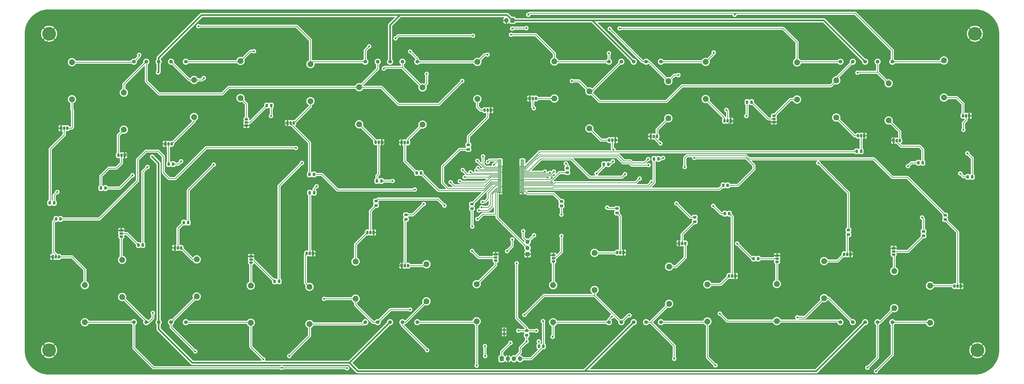
<source format=gbr>
%TF.GenerationSoftware,KiCad,Pcbnew,7.0.10*%
%TF.CreationDate,2025-02-11T17:38:30+01:00*%
%TF.ProjectId,Afficheur7seg,41666669-6368-4657-9572-377365672e6b,rev?*%
%TF.SameCoordinates,Original*%
%TF.FileFunction,Copper,L1,Top*%
%TF.FilePolarity,Positive*%
%FSLAX46Y46*%
G04 Gerber Fmt 4.6, Leading zero omitted, Abs format (unit mm)*
G04 Created by KiCad (PCBNEW 7.0.10) date 2025-02-11 17:38:30*
%MOMM*%
%LPD*%
G01*
G04 APERTURE LIST*
G04 Aperture macros list*
%AMRoundRect*
0 Rectangle with rounded corners*
0 $1 Rounding radius*
0 $2 $3 $4 $5 $6 $7 $8 $9 X,Y pos of 4 corners*
0 Add a 4 corners polygon primitive as box body*
4,1,4,$2,$3,$4,$5,$6,$7,$8,$9,$2,$3,0*
0 Add four circle primitives for the rounded corners*
1,1,$1+$1,$2,$3*
1,1,$1+$1,$4,$5*
1,1,$1+$1,$6,$7*
1,1,$1+$1,$8,$9*
0 Add four rect primitives between the rounded corners*
20,1,$1+$1,$2,$3,$4,$5,0*
20,1,$1+$1,$4,$5,$6,$7,0*
20,1,$1+$1,$6,$7,$8,$9,0*
20,1,$1+$1,$8,$9,$2,$3,0*%
G04 Aperture macros list end*
%TA.AperFunction,ComponentPad*%
%ADD10C,1.524000*%
%TD*%
%TA.AperFunction,ComponentPad*%
%ADD11C,2.400000*%
%TD*%
%TA.AperFunction,ComponentPad*%
%ADD12O,2.400000X2.400000*%
%TD*%
%TA.AperFunction,SMDPad,CuDef*%
%ADD13RoundRect,0.237500X-0.237500X0.300000X-0.237500X-0.300000X0.237500X-0.300000X0.237500X0.300000X0*%
%TD*%
%TA.AperFunction,ComponentPad*%
%ADD14R,1.050000X1.500000*%
%TD*%
%TA.AperFunction,ComponentPad*%
%ADD15O,1.050000X1.500000*%
%TD*%
%TA.AperFunction,SMDPad,CuDef*%
%ADD16RoundRect,0.250000X0.450000X-0.262500X0.450000X0.262500X-0.450000X0.262500X-0.450000X-0.262500X0*%
%TD*%
%TA.AperFunction,ComponentPad*%
%ADD17C,5.600000*%
%TD*%
%TA.AperFunction,SMDPad,CuDef*%
%ADD18RoundRect,0.250000X0.262500X0.450000X-0.262500X0.450000X-0.262500X-0.450000X0.262500X-0.450000X0*%
%TD*%
%TA.AperFunction,SMDPad,CuDef*%
%ADD19RoundRect,0.250000X-0.262500X-0.450000X0.262500X-0.450000X0.262500X0.450000X-0.262500X0.450000X0*%
%TD*%
%TA.AperFunction,ComponentPad*%
%ADD20R,1.500000X1.050000*%
%TD*%
%TA.AperFunction,ComponentPad*%
%ADD21O,1.500000X1.050000*%
%TD*%
%TA.AperFunction,ComponentPad*%
%ADD22RoundRect,0.250000X-0.600000X-0.725000X0.600000X-0.725000X0.600000X0.725000X-0.600000X0.725000X0*%
%TD*%
%TA.AperFunction,ComponentPad*%
%ADD23O,1.700000X1.950000*%
%TD*%
%TA.AperFunction,SMDPad,CuDef*%
%ADD24RoundRect,0.075000X-0.662500X-0.075000X0.662500X-0.075000X0.662500X0.075000X-0.662500X0.075000X0*%
%TD*%
%TA.AperFunction,SMDPad,CuDef*%
%ADD25RoundRect,0.250000X-0.450000X0.262500X-0.450000X-0.262500X0.450000X-0.262500X0.450000X0.262500X0*%
%TD*%
%TA.AperFunction,ComponentPad*%
%ADD26RoundRect,0.250000X0.600000X0.750000X-0.600000X0.750000X-0.600000X-0.750000X0.600000X-0.750000X0*%
%TD*%
%TA.AperFunction,ComponentPad*%
%ADD27O,1.700000X2.000000*%
%TD*%
%TA.AperFunction,ComponentPad*%
%ADD28R,1.700000X1.700000*%
%TD*%
%TA.AperFunction,ComponentPad*%
%ADD29O,1.700000X1.700000*%
%TD*%
%TA.AperFunction,ViaPad*%
%ADD30C,0.800000*%
%TD*%
%TA.AperFunction,Conductor*%
%ADD31C,0.250000*%
%TD*%
%TA.AperFunction,Conductor*%
%ADD32C,0.711200*%
%TD*%
G04 APERTURE END LIST*
D10*
%TO.P,Afficheur3,+12V,CA*%
%TO.N,+12V*%
X248960000Y-250000000D03*
X248960000Y-143000000D03*
%TO.P,Afficheur3,a,A*%
%TO.N,aff_a*%
X243880000Y-143000000D03*
%TO.P,Afficheur3,b,B*%
%TO.N,aff_b*%
X238800000Y-143000000D03*
%TO.P,Afficheur3,c,C*%
%TO.N,aff_c*%
X243880000Y-250000000D03*
%TO.P,Afficheur3,d,D*%
%TO.N,aff_d*%
X254040000Y-250000000D03*
%TO.P,Afficheur3,dp,DP*%
%TO.N,aff_dp*%
X238800000Y-250000000D03*
%TO.P,Afficheur3,e,E*%
%TO.N,aff_e*%
X260120000Y-250000000D03*
%TO.P,Afficheur3,f,F*%
%TO.N,aff_f*%
X254040000Y-143000000D03*
%TO.P,Afficheur3,g,G*%
%TO.N,aff_g*%
X260120000Y-143000000D03*
%TD*%
D11*
%TO.P,R39,1*%
%TO.N,aff_f*%
X262300000Y-153580000D03*
D12*
%TO.P,R39,2*%
%TO.N,Net-(Q20-C)*%
X262300000Y-168820000D03*
%TD*%
D13*
%TO.P,C1,1*%
%TO.N,GND*%
X295800000Y-253100000D03*
%TO.P,C1,2*%
X295800000Y-254825000D03*
%TD*%
D11*
%TO.P,R32,1*%
%TO.N,aff_dp*%
X123700000Y-250020000D03*
D12*
%TO.P,R32,2*%
%TO.N,Net-(Q16-C)*%
X123700000Y-234780000D03*
%TD*%
D14*
%TO.P,Q22,1,E*%
%TO.N,GND*%
X290300000Y-162900000D03*
D15*
%TO.P,Q22,2,B*%
%TO.N,Net-(Q22-B)*%
X289030000Y-162900000D03*
%TO.P,Q22,3,C*%
%TO.N,Net-(Q22-C)*%
X287760000Y-162900000D03*
%TD*%
D11*
%TO.P,R48,1*%
%TO.N,aff_dp*%
X215900000Y-250720000D03*
D12*
%TO.P,R48,2*%
%TO.N,Net-(Q24-C)*%
X215900000Y-235480000D03*
%TD*%
D16*
%TO.P,R52,1*%
%TO.N,Net-(Q26-B)*%
X476800000Y-207825000D03*
%TO.P,R52,2*%
%TO.N,con_e1*%
X476800000Y-206000000D03*
%TD*%
D17*
%TO.P,H4,1,1*%
%TO.N,GND*%
X490000000Y-261500000D03*
%TD*%
D11*
%TO.P,R57,1*%
%TO.N,aff_f*%
X453600000Y-151880000D03*
D12*
%TO.P,R57,2*%
%TO.N,Net-(Q28-C)*%
X453600000Y-167120000D03*
%TD*%
D18*
%TO.P,R1,1*%
%TO.N,Net-(Q1-B)*%
X338525000Y-185100000D03*
%TO.P,R1,2*%
%TO.N,con_a2*%
X336700000Y-185100000D03*
%TD*%
D11*
%TO.P,R44,1*%
%TO.N,aff_g*%
X284800000Y-143080000D03*
D12*
%TO.P,R44,2*%
%TO.N,Net-(Q22-C)*%
X284800000Y-158320000D03*
%TD*%
D18*
%TO.P,R56,1*%
%TO.N,Net-(Q28-B)*%
X467600000Y-184500000D03*
%TO.P,R56,2*%
%TO.N,con_f1*%
X465775000Y-184500000D03*
%TD*%
%TO.P,R64,1*%
%TO.N,Net-(Q32-B)*%
X400012500Y-223900000D03*
%TO.P,R64,2*%
%TO.N,con_dp1*%
X398187500Y-223900000D03*
%TD*%
D14*
%TO.P,Q5,1,E*%
%TO.N,GND*%
X344740000Y-221400000D03*
D15*
%TO.P,Q5,2,B*%
%TO.N,Net-(Q5-B)*%
X343470000Y-221400000D03*
%TO.P,Q5,3,C*%
%TO.N,Net-(Q5-C)*%
X342200000Y-221400000D03*
%TD*%
D18*
%TO.P,R55,1*%
%TO.N,Net-(Q27-B)*%
X397312500Y-159600000D03*
%TO.P,R55,2*%
%TO.N,con_b1*%
X395487500Y-159600000D03*
%TD*%
D14*
%TO.P,Q6,1,E*%
%TO.N,GND*%
X388770000Y-167240000D03*
D15*
%TO.P,Q6,2,B*%
%TO.N,Net-(Q6-B)*%
X387500000Y-167240000D03*
%TO.P,Q6,3,C*%
%TO.N,Net-(Q6-C)*%
X386230000Y-167240000D03*
%TD*%
D17*
%TO.P,H2,1,1*%
%TO.N,GND*%
X489000000Y-131500000D03*
%TD*%
D14*
%TO.P,Q19,1,E*%
%TO.N,GND*%
X206860000Y-168200000D03*
D15*
%TO.P,Q19,2,B*%
%TO.N,Net-(Q19-B)*%
X208130000Y-168200000D03*
%TO.P,Q19,3,C*%
%TO.N,Net-(Q19-C)*%
X209400000Y-168200000D03*
%TD*%
D18*
%TO.P,R2,1*%
%TO.N,Net-(Q2-B)*%
X388200000Y-205400000D03*
%TO.P,R2,2*%
%TO.N,con_e2*%
X386375000Y-205400000D03*
%TD*%
D14*
%TO.P,Q9,1,E*%
%TO.N,GND*%
X139970000Y-181440000D03*
D15*
%TO.P,Q9,2,B*%
%TO.N,Net-(Q9-B)*%
X138700000Y-181440000D03*
%TO.P,Q9,3,C*%
%TO.N,Net-(Q9-C)*%
X137430000Y-181440000D03*
%TD*%
D14*
%TO.P,Q4,1,E*%
%TO.N,GND*%
X356000000Y-173700000D03*
D15*
%TO.P,Q4,2,B*%
%TO.N,Net-(Q4-B)*%
X357270000Y-173700000D03*
%TO.P,Q4,3,C*%
%TO.N,Net-(Q4-C)*%
X358540000Y-173700000D03*
%TD*%
D11*
%TO.P,R54,1*%
%TO.N,aff_e*%
X470600000Y-250220000D03*
D12*
%TO.P,R54,2*%
%TO.N,Net-(Q26-C)*%
X470600000Y-234980000D03*
%TD*%
D19*
%TO.P,R18,1*%
%TO.N,Net-(Q10-B)*%
X201575000Y-233200000D03*
%TO.P,R18,2*%
%TO.N,con_e3*%
X203400000Y-233200000D03*
%TD*%
D11*
%TO.P,R35,1*%
%TO.N,aff_a*%
X236300000Y-153480000D03*
D12*
%TO.P,R35,2*%
%TO.N,Net-(Q17-C)*%
X236300000Y-168720000D03*
%TD*%
D20*
%TO.P,Q27,1,E*%
%TO.N,GND*%
X406500000Y-167770000D03*
D21*
%TO.P,Q27,2,B*%
%TO.N,Net-(Q27-B)*%
X406500000Y-166500000D03*
%TO.P,Q27,3,C*%
%TO.N,Net-(Q27-C)*%
X406500000Y-165230000D03*
%TD*%
D22*
%TO.P,J1,1,Pin_1*%
%TO.N,/multiplexeur/rasberry_+3\u002C3V*%
X294800000Y-265000000D03*
D23*
%TO.P,J1,2,Pin_2*%
%TO.N,GND*%
X297300000Y-265000000D03*
%TO.P,J1,3,Pin_3*%
%TO.N,/multiplexeur/rasberry_sda*%
X299800000Y-265000000D03*
%TO.P,J1,4,Pin_4*%
%TO.N,/multiplexeur/rasberry_scl*%
X302300000Y-265000000D03*
%TD*%
D19*
%TO.P,R22,1*%
%TO.N,Net-(Q12-B)*%
X158105000Y-185060000D03*
%TO.P,R22,2*%
%TO.N,con_f3*%
X159930000Y-185060000D03*
%TD*%
D11*
%TO.P,R28,1*%
%TO.N,aff_g*%
X187600000Y-142680000D03*
D12*
%TO.P,R28,2*%
%TO.N,Net-(Q14-C)*%
X187600000Y-157920000D03*
%TD*%
D11*
%TO.P,R36,1*%
%TO.N,aff_e*%
X284500000Y-249620000D03*
D12*
%TO.P,R36,2*%
%TO.N,Net-(Q18-C)*%
X284500000Y-234380000D03*
%TD*%
D16*
%TO.P,R41,1*%
%TO.N,Net-(Q21-B)*%
X243200000Y-202025000D03*
%TO.P,R41,2*%
%TO.N,con_c4*%
X243200000Y-200200000D03*
%TD*%
D14*
%TO.P,Q21,1,E*%
%TO.N,GND*%
X242170000Y-213140000D03*
D15*
%TO.P,Q21,2,B*%
%TO.N,Net-(Q21-B)*%
X240900000Y-213140000D03*
%TO.P,Q21,3,C*%
%TO.N,Net-(Q21-C)*%
X239630000Y-213140000D03*
%TD*%
D24*
%TO.P,J3,1,Pin_a1*%
%TO.N,/multiplexeur/rasberry_sda*%
X293937500Y-183350000D03*
%TO.P,J3,2,Pin_a2*%
%TO.N,/multiplexeur/rasberry_scl*%
X293937500Y-183850000D03*
%TO.P,J3,3,Pin_a3*%
%TO.N,unconnected-(J3-Pin_a3-Pad3)*%
X293937500Y-184350000D03*
%TO.P,J3,4,Pin_a4*%
%TO.N,unconnected-(J3-Pin_a4-Pad4)*%
X293937500Y-184850000D03*
%TO.P,J3,5,Pin_a5*%
%TO.N,unconnected-(J3-Pin_a5-Pad5)*%
X293937500Y-185350000D03*
%TO.P,J3,6,Pin_a6*%
%TO.N,GND*%
X293937500Y-185850000D03*
%TO.P,J3,7,Pin_a7*%
%TO.N,con_dp3*%
X293937500Y-186350000D03*
%TO.P,J3,8,Pin_a8*%
%TO.N,con_g3*%
X293937500Y-186850000D03*
%TO.P,J3,9,Pin_a9*%
%TO.N,con_f3*%
X293937500Y-187350000D03*
%TO.P,J3,10,Pin_a10*%
%TO.N,con_e3*%
X293937500Y-187850000D03*
%TO.P,J3,11,Pin_a11*%
%TO.N,GND*%
X293937500Y-188350000D03*
%TO.P,J3,12,Pin_a12*%
%TO.N,con_d3*%
X293937500Y-188850000D03*
%TO.P,J3,13,Pin_a13*%
%TO.N,con_c3*%
X293937500Y-189350000D03*
%TO.P,J3,14,Pin_a14*%
%TO.N,con_b3*%
X293937500Y-189850000D03*
%TO.P,J3,15,Pin_a15*%
%TO.N,con_a3*%
X293937500Y-190350000D03*
%TO.P,J3,16,Pin_a16*%
%TO.N,unconnected-(J3-Pin_a16-Pad16)*%
X293937500Y-190850000D03*
%TO.P,J3,17,Pin_a17*%
%TO.N,con_dp4*%
X293937500Y-191350000D03*
%TO.P,J3,18,Pin_a18*%
%TO.N,unconnected-(J3-Pin_a18-Pad18)*%
X293937500Y-191850000D03*
%TO.P,J3,19,Pin_a19*%
%TO.N,con_g4*%
X293937500Y-192350000D03*
%TO.P,J3,20,Pin_a20*%
%TO.N,con_f4*%
X293937500Y-192850000D03*
%TO.P,J3,21,Pin_a21*%
%TO.N,con_e4*%
X293937500Y-193350000D03*
%TO.P,J3,22,Pin_a22*%
%TO.N,con_d4*%
X293937500Y-193850000D03*
%TO.P,J3,23,Pin_a23*%
%TO.N,GND*%
X293937500Y-194350000D03*
%TO.P,J3,24,Pin_a24*%
%TO.N,con_c4*%
X293937500Y-194850000D03*
%TO.P,J3,25,Pin_a25*%
%TO.N,con_b4*%
X293937500Y-195350000D03*
%TO.P,J3,26,Pin_a26*%
%TO.N,con_a4*%
X293937500Y-195850000D03*
%TO.P,J3,27,Pin_a27*%
%TO.N,Net-(J3-Pin_a27)*%
X293937500Y-196350000D03*
%TO.P,J3,28,Pin_a28*%
%TO.N,GND*%
X293937500Y-196850000D03*
%TO.P,J3,29,Pin_b28*%
X303262500Y-196850000D03*
%TO.P,J3,30,Pin_b27*%
X303262500Y-196350000D03*
%TO.P,J3,31,Pin_b26*%
%TO.N,con_dp2*%
X303262500Y-195850000D03*
%TO.P,J3,32,Pin_b25*%
%TO.N,con_g2*%
X303262500Y-195350000D03*
%TO.P,J3,33,Pin_b24*%
%TO.N,con_f2*%
X303262500Y-194850000D03*
%TO.P,J3,34,Pin_b23*%
%TO.N,GND*%
X303262500Y-194350000D03*
%TO.P,J3,35,Pin_b22*%
%TO.N,con_e2*%
X303262500Y-193850000D03*
%TO.P,J3,36,Pin_b21*%
%TO.N,con_d2*%
X303262500Y-193350000D03*
%TO.P,J3,37,Pin_b20*%
%TO.N,con_c2*%
X303262500Y-192850000D03*
%TO.P,J3,38,Pin_b19*%
%TO.N,con_b2*%
X303262500Y-192350000D03*
%TO.P,J3,39,Pin_b18*%
%TO.N,GND*%
X303262500Y-191850000D03*
%TO.P,J3,40,Pin_b17*%
%TO.N,con_a2*%
X303262500Y-191350000D03*
%TO.P,J3,41,Pin_b16*%
%TO.N,unconnected-(J3-Pin_b16-Pad41)*%
X303262500Y-190850000D03*
%TO.P,J3,42,Pin_b15*%
%TO.N,con_dp1*%
X303262500Y-190350000D03*
%TO.P,J3,43,Pin_b14*%
%TO.N,con_g1*%
X303262500Y-189850000D03*
%TO.P,J3,44,Pin_b13*%
%TO.N,con_f1*%
X303262500Y-189350000D03*
%TO.P,J3,45,Pin_b12*%
%TO.N,con_e1*%
X303262500Y-188850000D03*
%TO.P,J3,46,Pin_b11*%
%TO.N,/multiplexeur/rasberry_+3\u002C3V*%
X303262500Y-188350000D03*
%TO.P,J3,47,Pin_b10*%
%TO.N,con_d1*%
X303262500Y-187850000D03*
%TO.P,J3,48,Pin_b9*%
%TO.N,con_c1*%
X303262500Y-187350000D03*
%TO.P,J3,49,Pin_b8*%
%TO.N,con_b1*%
X303262500Y-186850000D03*
%TO.P,J3,50,Pin_b7*%
%TO.N,con_a1*%
X303262500Y-186350000D03*
%TO.P,J3,51,Pin_b6*%
%TO.N,GND*%
X303262500Y-185850000D03*
%TO.P,J3,52,Pin_b5*%
%TO.N,unconnected-(J3-Pin_b5-Pad52)*%
X303262500Y-185350000D03*
%TO.P,J3,53,Pin_b4*%
%TO.N,unconnected-(J3-Pin_b4-Pad53)*%
X303262500Y-184850000D03*
%TO.P,J3,54,Pin_b3*%
%TO.N,unconnected-(J3-Pin_b3-Pad54)*%
X303262500Y-184350000D03*
%TO.P,J3,55,Pin_b2*%
%TO.N,unconnected-(J3-Pin_b2-Pad55)*%
X303262500Y-183850000D03*
%TO.P,J3,56,Pin_b1*%
%TO.N,unconnected-(J3-Pin_b1-Pad56)*%
X303262500Y-183350000D03*
%TD*%
D11*
%TO.P,R47,1*%
%TO.N,aff_d*%
X263900000Y-241420000D03*
D12*
%TO.P,R47,2*%
%TO.N,Net-(Q23-C)*%
X263900000Y-226180000D03*
%TD*%
D16*
%TO.P,R9,1*%
%TO.N,Net-(Q5-B)*%
X342100000Y-205112500D03*
%TO.P,R9,2*%
%TO.N,con_c2*%
X342100000Y-203287500D03*
%TD*%
D11*
%TO.P,R53,1*%
%TO.N,aff_a*%
X432100000Y-150680000D03*
D12*
%TO.P,R53,2*%
%TO.N,Net-(Q25-C)*%
X432100000Y-165920000D03*
%TD*%
D11*
%TO.P,R8,1*%
%TO.N,aff_b*%
X316400000Y-142880000D03*
D12*
%TO.P,R8,2*%
%TO.N,Net-(Q3-C)*%
X316400000Y-158120000D03*
%TD*%
D14*
%TO.P,Q29,1,E*%
%TO.N,GND*%
X437900000Y-222100000D03*
D15*
%TO.P,Q29,2,B*%
%TO.N,Net-(Q29-B)*%
X436630000Y-222100000D03*
%TO.P,Q29,3,C*%
%TO.N,Net-(Q29-C)*%
X435360000Y-222100000D03*
%TD*%
D14*
%TO.P,Q15,1,E*%
%TO.N,GND*%
X160630000Y-219460000D03*
D15*
%TO.P,Q15,2,B*%
%TO.N,Net-(Q15-B)*%
X161900000Y-219460000D03*
%TO.P,Q15,3,C*%
%TO.N,Net-(Q15-C)*%
X163170000Y-219460000D03*
%TD*%
D11*
%TO.P,R40,1*%
%TO.N,aff_b*%
X216300000Y-143980000D03*
D12*
%TO.P,R40,2*%
%TO.N,Net-(Q19-C)*%
X216300000Y-159220000D03*
%TD*%
D11*
%TO.P,R4,1*%
%TO.N,aff_e*%
X379200000Y-249720000D03*
D12*
%TO.P,R4,2*%
%TO.N,Net-(Q2-C)*%
X379200000Y-234480000D03*
%TD*%
D19*
%TO.P,R30,1*%
%TO.N,Net-(Q16-B)*%
X111875000Y-207600000D03*
%TO.P,R30,2*%
%TO.N,con_dp3*%
X113700000Y-207600000D03*
%TD*%
D14*
%TO.P,Q23,1,E*%
%TO.N,GND*%
X253830000Y-226760000D03*
D15*
%TO.P,Q23,2,B*%
%TO.N,Net-(Q23-B)*%
X255100000Y-226760000D03*
%TO.P,Q23,3,C*%
%TO.N,Net-(Q23-C)*%
X256370000Y-226760000D03*
%TD*%
D18*
%TO.P,R10,1*%
%TO.N,Net-(Q6-B)*%
X387525000Y-193800000D03*
%TO.P,R10,2*%
%TO.N,con_g2*%
X385700000Y-193800000D03*
%TD*%
D14*
%TO.P,Q11,1,E*%
%TO.N,GND*%
X113960000Y-170300000D03*
D15*
%TO.P,Q11,2,B*%
%TO.N,Net-(Q11-B)*%
X115230000Y-170300000D03*
%TO.P,Q11,3,C*%
%TO.N,Net-(Q11-C)*%
X116500000Y-170300000D03*
%TD*%
D14*
%TO.P,Q26,1,E*%
%TO.N,GND*%
X483200000Y-235200000D03*
D15*
%TO.P,Q26,2,B*%
%TO.N,Net-(Q26-B)*%
X481930000Y-235200000D03*
%TO.P,Q26,3,C*%
%TO.N,Net-(Q26-C)*%
X480660000Y-235200000D03*
%TD*%
D14*
%TO.P,Q28,1,E*%
%TO.N,GND*%
X455630000Y-175400000D03*
D15*
%TO.P,Q28,2,B*%
%TO.N,Net-(Q28-B)*%
X456900000Y-175400000D03*
%TO.P,Q28,3,C*%
%TO.N,Net-(Q28-C)*%
X458170000Y-175400000D03*
%TD*%
D16*
%TO.P,R45,1*%
%TO.N,Net-(Q23-B)*%
X255500000Y-207725000D03*
%TO.P,R45,2*%
%TO.N,con_d4*%
X255500000Y-205900000D03*
%TD*%
D14*
%TO.P,Q30,1,E*%
%TO.N,GND*%
X486640000Y-165200000D03*
D15*
%TO.P,Q30,2,B*%
%TO.N,Net-(Q30-B)*%
X485370000Y-165200000D03*
%TO.P,Q30,3,C*%
%TO.N,Net-(Q30-C)*%
X484100000Y-165200000D03*
%TD*%
D11*
%TO.P,R11,1*%
%TO.N,aff_c*%
X332900000Y-236740000D03*
D12*
%TO.P,R11,2*%
%TO.N,Net-(Q5-C)*%
X332900000Y-221500000D03*
%TD*%
D11*
%TO.P,R3,1*%
%TO.N,aff_a*%
X330800000Y-155180000D03*
D12*
%TO.P,R3,2*%
%TO.N,Net-(Q1-C)*%
X330800000Y-170420000D03*
%TD*%
D19*
%TO.P,R17,1*%
%TO.N,Net-(Q9-B)*%
X130275000Y-194900000D03*
%TO.P,R17,2*%
%TO.N,con_a3*%
X132100000Y-194900000D03*
%TD*%
D16*
%TO.P,R14,1*%
%TO.N,Net-(Q8-B)*%
X319300000Y-202212500D03*
%TO.P,R14,2*%
%TO.N,con_dp2*%
X319300000Y-200387500D03*
%TD*%
D14*
%TO.P,Q16,1,E*%
%TO.N,GND*%
X110530000Y-223160000D03*
D15*
%TO.P,Q16,2,B*%
%TO.N,Net-(Q16-B)*%
X111800000Y-223160000D03*
%TO.P,Q16,3,C*%
%TO.N,Net-(Q16-C)*%
X113070000Y-223160000D03*
%TD*%
D11*
%TO.P,R66,1*%
%TO.N,aff_dp*%
X407700000Y-249520000D03*
D12*
%TO.P,R66,2*%
%TO.N,Net-(Q32-C)*%
X407700000Y-234280000D03*
%TD*%
D18*
%TO.P,R49,1*%
%TO.N,/multiplexeur/rasberry_scl*%
X311900000Y-259900000D03*
%TO.P,R49,2*%
%TO.N,/multiplexeur/rasberry_+3\u002C3V*%
X310075000Y-259900000D03*
%TD*%
D11*
%TO.P,R31,1*%
%TO.N,aff_d*%
X169600000Y-239420000D03*
D12*
%TO.P,R31,2*%
%TO.N,Net-(Q15-C)*%
X169600000Y-224180000D03*
%TD*%
D25*
%TO.P,R5,1*%
%TO.N,Net-(Q3-B)*%
X321700000Y-186700000D03*
%TO.P,R5,2*%
%TO.N,con_b2*%
X321700000Y-188525000D03*
%TD*%
D14*
%TO.P,Q1,1,E*%
%TO.N,GND*%
X341440000Y-175200000D03*
D15*
%TO.P,Q1,2,B*%
%TO.N,Net-(Q1-B)*%
X340170000Y-175200000D03*
%TO.P,Q1,3,C*%
%TO.N,Net-(Q1-C)*%
X338900000Y-175200000D03*
%TD*%
D20*
%TO.P,Q8,1,E*%
%TO.N,GND*%
X316000000Y-222460000D03*
D21*
%TO.P,Q8,2,B*%
%TO.N,Net-(Q8-B)*%
X316000000Y-223730000D03*
%TO.P,Q8,3,C*%
%TO.N,Net-(Q8-C)*%
X316000000Y-225000000D03*
%TD*%
D19*
%TO.P,R38,1*%
%TO.N,Net-(Q20-B)*%
X259875000Y-188700000D03*
%TO.P,R38,2*%
%TO.N,con_f4*%
X261700000Y-188700000D03*
%TD*%
D20*
%TO.P,Q31,1,E*%
%TO.N,GND*%
X455640000Y-219630000D03*
D21*
%TO.P,Q31,2,B*%
%TO.N,Net-(Q31-B)*%
X455640000Y-220900000D03*
%TO.P,Q31,3,C*%
%TO.N,Net-(Q31-C)*%
X455640000Y-222170000D03*
%TD*%
D20*
%TO.P,Q10,1,E*%
%TO.N,GND*%
X191900000Y-222960000D03*
D21*
%TO.P,Q10,2,B*%
%TO.N,Net-(Q10-B)*%
X191900000Y-224230000D03*
%TO.P,Q10,3,C*%
%TO.N,Net-(Q10-C)*%
X191900000Y-225500000D03*
%TD*%
D14*
%TO.P,Q24,1,E*%
%TO.N,GND*%
X217270000Y-221740000D03*
D15*
%TO.P,Q24,2,B*%
%TO.N,Net-(Q24-B)*%
X216000000Y-221740000D03*
%TO.P,Q24,3,C*%
%TO.N,Net-(Q24-C)*%
X214730000Y-221740000D03*
%TD*%
D25*
%TO.P,R42,1*%
%TO.N,Net-(Q22-B)*%
X281100000Y-177175000D03*
%TO.P,R42,2*%
%TO.N,con_g4*%
X281100000Y-179000000D03*
%TD*%
D19*
%TO.P,R29,1*%
%TO.N,Net-(Q15-B)*%
X164275000Y-209100000D03*
%TO.P,R29,2*%
%TO.N,con_d3*%
X166100000Y-209100000D03*
%TD*%
D11*
%TO.P,R12,1*%
%TO.N,aff_g*%
X378500000Y-143080000D03*
D12*
%TO.P,R12,2*%
%TO.N,Net-(Q6-C)*%
X378500000Y-158320000D03*
%TD*%
D18*
%TO.P,R60,1*%
%TO.N,Net-(Q30-B)*%
X487900000Y-190300000D03*
%TO.P,R60,2*%
%TO.N,con_g1*%
X486075000Y-190300000D03*
%TD*%
D20*
%TO.P,Q18,1,E*%
%TO.N,GND*%
X292300000Y-222160000D03*
D21*
%TO.P,Q18,2,B*%
%TO.N,Net-(Q18-B)*%
X292300000Y-223430000D03*
%TO.P,Q18,3,C*%
%TO.N,Net-(Q18-C)*%
X292300000Y-224700000D03*
%TD*%
D11*
%TO.P,R15,1*%
%TO.N,aff_d*%
X363500000Y-242420000D03*
D12*
%TO.P,R15,2*%
%TO.N,Net-(Q7-C)*%
X363500000Y-227180000D03*
%TD*%
D26*
%TO.P,J2,1,Pin_1*%
%TO.N,+12V*%
X299200000Y-126000000D03*
D27*
%TO.P,J2,2,Pin_2*%
%TO.N,GND*%
X296700000Y-126000000D03*
%TD*%
D11*
%TO.P,R7,1*%
%TO.N,aff_f*%
X363200000Y-150980000D03*
D12*
%TO.P,R7,2*%
%TO.N,Net-(Q4-C)*%
X363200000Y-166220000D03*
%TD*%
D14*
%TO.P,Q2,1,E*%
%TO.N,GND*%
X390640000Y-231000000D03*
D15*
%TO.P,Q2,2,B*%
%TO.N,Net-(Q2-B)*%
X389370000Y-231000000D03*
%TO.P,Q2,3,C*%
%TO.N,Net-(Q2-C)*%
X388100000Y-231000000D03*
%TD*%
D16*
%TO.P,R50,1*%
%TO.N,/multiplexeur/rasberry_sda*%
X305012500Y-255312500D03*
%TO.P,R50,2*%
%TO.N,/multiplexeur/rasberry_+3\u002C3V*%
X305012500Y-253487500D03*
%TD*%
D14*
%TO.P,Q3,1,E*%
%TO.N,GND*%
X306260000Y-158100000D03*
D15*
%TO.P,Q3,2,B*%
%TO.N,Net-(Q3-B)*%
X307530000Y-158100000D03*
%TO.P,Q3,3,C*%
%TO.N,Net-(Q3-C)*%
X308800000Y-158100000D03*
%TD*%
D28*
%TO.P,JP1,1,A*%
%TO.N,GND*%
X305400000Y-222040000D03*
D29*
%TO.P,JP1,2,C*%
%TO.N,Net-(J3-Pin_a27)*%
X305400000Y-219500000D03*
%TO.P,JP1,3,B*%
%TO.N,/multiplexeur/rasberry_+3\u002C3V*%
X305400000Y-216960000D03*
%TD*%
D18*
%TO.P,R6,1*%
%TO.N,Net-(Q4-B)*%
X359112500Y-182900000D03*
%TO.P,R6,2*%
%TO.N,con_f2*%
X357287500Y-182900000D03*
%TD*%
D19*
%TO.P,R26,1*%
%TO.N,Net-(Q14-B)*%
X198375000Y-161000000D03*
%TO.P,R26,2*%
%TO.N,con_g3*%
X200200000Y-161000000D03*
%TD*%
D18*
%TO.P,R51,1*%
%TO.N,Net-(Q25-B)*%
X442312500Y-179800000D03*
%TO.P,R51,2*%
%TO.N,con_a1*%
X440487500Y-179800000D03*
%TD*%
D11*
%TO.P,R20,1*%
%TO.N,aff_e*%
X191800000Y-250220000D03*
D12*
%TO.P,R20,2*%
%TO.N,Net-(Q10-C)*%
X191800000Y-234980000D03*
%TD*%
D14*
%TO.P,Q17,1,E*%
%TO.N,GND*%
X245570000Y-176040000D03*
D15*
%TO.P,Q17,2,B*%
%TO.N,Net-(Q17-B)*%
X244300000Y-176040000D03*
%TO.P,Q17,3,C*%
%TO.N,Net-(Q17-C)*%
X243030000Y-176040000D03*
%TD*%
D14*
%TO.P,Q7,1,E*%
%TO.N,GND*%
X367560000Y-217600000D03*
D15*
%TO.P,Q7,2,B*%
%TO.N,Net-(Q7-B)*%
X368830000Y-217600000D03*
%TO.P,Q7,3,C*%
%TO.N,Net-(Q7-C)*%
X370100000Y-217600000D03*
%TD*%
D14*
%TO.P,Q20,1,E*%
%TO.N,GND*%
X253730000Y-176160000D03*
D15*
%TO.P,Q20,2,B*%
%TO.N,Net-(Q20-B)*%
X255000000Y-176160000D03*
%TO.P,Q20,3,C*%
%TO.N,Net-(Q20-C)*%
X256270000Y-176160000D03*
%TD*%
D19*
%TO.P,R25,1*%
%TO.N,Net-(Q13-B)*%
X145675000Y-218300000D03*
%TO.P,R25,2*%
%TO.N,con_c3*%
X147500000Y-218300000D03*
%TD*%
D11*
%TO.P,R62,1*%
%TO.N,aff_g*%
X476300000Y-142480000D03*
D12*
%TO.P,R62,2*%
%TO.N,Net-(Q30-C)*%
X476300000Y-157720000D03*
%TD*%
D11*
%TO.P,R23,1*%
%TO.N,aff_f*%
X168500000Y-150480000D03*
D12*
%TO.P,R23,2*%
%TO.N,Net-(Q12-C)*%
X168500000Y-165720000D03*
%TD*%
D17*
%TO.P,H1,1,1*%
%TO.N,GND*%
X109000000Y-131500000D03*
%TD*%
D11*
%TO.P,R58,1*%
%TO.N,aff_b*%
X416000000Y-143280000D03*
D12*
%TO.P,R58,2*%
%TO.N,Net-(Q27-C)*%
X416000000Y-158520000D03*
%TD*%
D14*
%TO.P,Q12,1,E*%
%TO.N,GND*%
X156730000Y-176760000D03*
D15*
%TO.P,Q12,2,B*%
%TO.N,Net-(Q12-B)*%
X158000000Y-176760000D03*
%TO.P,Q12,3,C*%
%TO.N,Net-(Q12-C)*%
X159270000Y-176760000D03*
%TD*%
D19*
%TO.P,R33,1*%
%TO.N,Net-(Q17-B)*%
X243575000Y-192000000D03*
%TO.P,R33,2*%
%TO.N,con_a4*%
X245400000Y-192000000D03*
%TD*%
D20*
%TO.P,Q32,1,E*%
%TO.N,GND*%
X407800000Y-222660000D03*
D21*
%TO.P,Q32,2,B*%
%TO.N,Net-(Q32-B)*%
X407800000Y-223930000D03*
%TO.P,Q32,3,C*%
%TO.N,Net-(Q32-C)*%
X407800000Y-225200000D03*
%TD*%
D16*
%TO.P,R59,1*%
%TO.N,Net-(Q29-B)*%
X437100000Y-214000000D03*
%TO.P,R59,2*%
%TO.N,con_c1*%
X437100000Y-212175000D03*
%TD*%
D11*
%TO.P,R16,1*%
%TO.N,aff_dp*%
X315900000Y-250020000D03*
D12*
%TO.P,R16,2*%
%TO.N,Net-(Q8-C)*%
X315900000Y-234780000D03*
%TD*%
D20*
%TO.P,Q13,1,E*%
%TO.N,GND*%
X138640000Y-212330000D03*
D21*
%TO.P,Q13,2,B*%
%TO.N,Net-(Q13-B)*%
X138640000Y-213600000D03*
%TO.P,Q13,3,C*%
%TO.N,Net-(Q13-C)*%
X138640000Y-214870000D03*
%TD*%
D16*
%TO.P,R34,1*%
%TO.N,Net-(Q18-B)*%
X282600000Y-203300000D03*
%TO.P,R34,2*%
%TO.N,con_e4*%
X282600000Y-201475000D03*
%TD*%
D11*
%TO.P,R61,1*%
%TO.N,aff_c*%
X427100000Y-240120000D03*
D12*
%TO.P,R61,2*%
%TO.N,Net-(Q29-C)*%
X427100000Y-224880000D03*
%TD*%
D11*
%TO.P,R27,1*%
%TO.N,aff_c*%
X139000000Y-239620000D03*
D12*
%TO.P,R27,2*%
%TO.N,Net-(Q13-C)*%
X139000000Y-224380000D03*
%TD*%
D19*
%TO.P,R46,1*%
%TO.N,Net-(Q24-B)*%
X215975000Y-196800000D03*
%TO.P,R46,2*%
%TO.N,con_dp4*%
X217800000Y-196800000D03*
%TD*%
D20*
%TO.P,Q14,1,E*%
%TO.N,GND*%
X190000000Y-169170000D03*
D21*
%TO.P,Q14,2,B*%
%TO.N,Net-(Q14-B)*%
X190000000Y-167900000D03*
%TO.P,Q14,3,C*%
%TO.N,Net-(Q14-C)*%
X190000000Y-166630000D03*
%TD*%
D16*
%TO.P,R13,1*%
%TO.N,Net-(Q7-B)*%
X374000000Y-208712500D03*
%TO.P,R13,2*%
%TO.N,con_d2*%
X374000000Y-206887500D03*
%TD*%
D11*
%TO.P,R43,1*%
%TO.N,aff_c*%
X234800000Y-240320000D03*
D12*
%TO.P,R43,2*%
%TO.N,Net-(Q21-C)*%
X234800000Y-225080000D03*
%TD*%
D11*
%TO.P,R19,1*%
%TO.N,aff_a*%
X139700000Y-155680000D03*
D12*
%TO.P,R19,2*%
%TO.N,Net-(Q9-C)*%
X139700000Y-170920000D03*
%TD*%
D16*
%TO.P,R63,1*%
%TO.N,Net-(Q31-B)*%
X467900000Y-214525000D03*
%TO.P,R63,2*%
%TO.N,con_d1*%
X467900000Y-212700000D03*
%TD*%
D19*
%TO.P,R37,1*%
%TO.N,Net-(Q19-B)*%
X215887500Y-189300000D03*
%TO.P,R37,2*%
%TO.N,con_b4*%
X217712500Y-189300000D03*
%TD*%
D11*
%TO.P,R65,1*%
%TO.N,aff_d*%
X455900000Y-244220000D03*
D12*
%TO.P,R65,2*%
%TO.N,Net-(Q31-C)*%
X455900000Y-228980000D03*
%TD*%
D17*
%TO.P,H3,1,1*%
%TO.N,GND*%
X109000000Y-261500000D03*
%TD*%
D14*
%TO.P,Q25,1,E*%
%TO.N,GND*%
X443500000Y-173400000D03*
D15*
%TO.P,Q25,2,B*%
%TO.N,Net-(Q25-B)*%
X442230000Y-173400000D03*
%TO.P,Q25,3,C*%
%TO.N,Net-(Q25-C)*%
X440960000Y-173400000D03*
%TD*%
D11*
%TO.P,R24,1*%
%TO.N,aff_b*%
X118400000Y-143180000D03*
D12*
%TO.P,R24,2*%
%TO.N,Net-(Q11-C)*%
X118400000Y-158420000D03*
%TD*%
D19*
%TO.P,R21,1*%
%TO.N,Net-(Q11-B)*%
X109275000Y-201000000D03*
%TO.P,R21,2*%
%TO.N,con_b3*%
X111100000Y-201000000D03*
%TD*%
D10*
%TO.P,Afficheur2,+12V,CA*%
%TO.N,+12V*%
X348960000Y-250000000D03*
X348960000Y-143000000D03*
%TO.P,Afficheur2,a,A*%
%TO.N,aff_a*%
X343880000Y-143000000D03*
%TO.P,Afficheur2,b,B*%
%TO.N,aff_b*%
X338800000Y-143000000D03*
%TO.P,Afficheur2,c,C*%
%TO.N,aff_c*%
X343880000Y-250000000D03*
%TO.P,Afficheur2,d,D*%
%TO.N,aff_d*%
X354040000Y-250000000D03*
%TO.P,Afficheur2,dp,DP*%
%TO.N,aff_dp*%
X338800000Y-250000000D03*
%TO.P,Afficheur2,e,E*%
%TO.N,aff_e*%
X360120000Y-250000000D03*
%TO.P,Afficheur2,f,F*%
%TO.N,aff_f*%
X354040000Y-143000000D03*
%TO.P,Afficheur2,g,G*%
%TO.N,aff_g*%
X360120000Y-143000000D03*
%TD*%
%TO.P,Afficheur4,+12V,CA*%
%TO.N,+12V*%
X153980000Y-250000000D03*
X153980000Y-143000000D03*
%TO.P,Afficheur4,a,A*%
%TO.N,aff_a*%
X148900000Y-143000000D03*
%TO.P,Afficheur4,b,B*%
%TO.N,aff_b*%
X143820000Y-143000000D03*
%TO.P,Afficheur4,c,C*%
%TO.N,aff_c*%
X148900000Y-250000000D03*
%TO.P,Afficheur4,d,D*%
%TO.N,aff_d*%
X159060000Y-250000000D03*
%TO.P,Afficheur4,dp,DP*%
%TO.N,aff_dp*%
X143820000Y-250000000D03*
%TO.P,Afficheur4,e,E*%
%TO.N,aff_e*%
X165140000Y-250000000D03*
%TO.P,Afficheur4,f,F*%
%TO.N,aff_f*%
X159060000Y-143000000D03*
%TO.P,Afficheur4,g,G*%
%TO.N,aff_g*%
X165140000Y-143000000D03*
%TD*%
%TO.P,Afficheur1,+12V,CA*%
%TO.N,+12V*%
X443960000Y-250000000D03*
X443960000Y-143000000D03*
%TO.P,Afficheur1,a,A*%
%TO.N,aff_a*%
X438880000Y-143000000D03*
%TO.P,Afficheur1,b,B*%
%TO.N,aff_b*%
X433800000Y-143000000D03*
%TO.P,Afficheur1,c,C*%
%TO.N,aff_c*%
X438880000Y-250000000D03*
%TO.P,Afficheur1,d,D*%
%TO.N,aff_d*%
X449040000Y-250000000D03*
%TO.P,Afficheur1,dp,DP*%
%TO.N,aff_dp*%
X433800000Y-250000000D03*
%TO.P,Afficheur1,e,E*%
%TO.N,aff_e*%
X455120000Y-250000000D03*
%TO.P,Afficheur1,f,F*%
%TO.N,aff_f*%
X449040000Y-143000000D03*
%TO.P,Afficheur1,g,G*%
%TO.N,aff_g*%
X455120000Y-143000000D03*
%TD*%
D30*
%TO.N,aff_a*%
X278600000Y-150900000D03*
X323600000Y-150900000D03*
%TO.N,GND*%
X160400000Y-171900000D03*
X140000000Y-190300000D03*
X316000000Y-220000000D03*
X295470000Y-158440000D03*
X288700000Y-222100000D03*
X404200000Y-222800000D03*
X139900000Y-177800000D03*
X433900000Y-171100000D03*
X450900000Y-173400000D03*
X257200000Y-234900000D03*
X107300000Y-174600000D03*
X401100000Y-227700000D03*
X483100000Y-232500000D03*
X343400000Y-225400000D03*
X200900000Y-224600000D03*
X216400000Y-227500000D03*
X135900000Y-212900000D03*
X366800000Y-222000000D03*
X157000000Y-218200000D03*
X160200000Y-222200000D03*
X432000000Y-222600000D03*
X446800000Y-219630000D03*
X462400000Y-216700000D03*
X106200000Y-220200000D03*
X230800000Y-219100000D03*
X186100000Y-171300000D03*
X390700000Y-228200000D03*
X187600000Y-222200000D03*
X241300000Y-217100000D03*
X247800000Y-193800000D03*
X289900000Y-245800000D03*
X298500000Y-156400000D03*
X145300000Y-213000000D03*
%TO.N,/multiplexeur/rasberry_+3\u002C3V*%
X299100000Y-216000000D03*
X297000000Y-220800000D03*
X308060000Y-214300000D03*
X301600000Y-253487500D03*
X300900000Y-225800000D03*
X312500000Y-188150000D03*
X310000000Y-257900000D03*
X303600000Y-212600000D03*
X309000000Y-253500000D03*
X298400000Y-258500000D03*
%TO.N,/multiplexeur/rasberry_sda*%
X305025000Y-257900000D03*
X289050000Y-184150000D03*
%TO.N,/multiplexeur/rasberry_scl*%
X311700000Y-249600000D03*
X291600000Y-185300000D03*
%TO.N,+12V*%
X153700000Y-147400000D03*
X151300000Y-182000000D03*
%TO.N,Net-(Q1-B)*%
X340700000Y-179200000D03*
X340400000Y-183900000D03*
%TO.N,Net-(Q3-B)*%
X308000000Y-162100000D03*
X321100000Y-184800000D03*
%TO.N,Net-(Q4-B)*%
X361000000Y-182500000D03*
X359922500Y-176577500D03*
%TO.N,Net-(Q6-B)*%
X387000000Y-162800000D03*
X373800000Y-182500000D03*
%TO.N,Net-(Q8-B)*%
X319300000Y-205800000D03*
X319300000Y-214600000D03*
%TO.N,Net-(Q18-B)*%
X282700000Y-210700000D03*
X282600000Y-220700000D03*
%TO.N,Net-(Q30-B)*%
X485900000Y-180600000D03*
X484300000Y-171000000D03*
%TO.N,con_a2*%
X315337195Y-190637195D03*
X333700000Y-188900000D03*
%TO.N,con_e2*%
X381600000Y-202200000D03*
X356300000Y-192400000D03*
%TO.N,aff_e*%
X382500000Y-267700000D03*
X284500000Y-267800000D03*
X196900000Y-265200000D03*
X448400000Y-270100000D03*
%TO.N,aff_f*%
X172500000Y-149700000D03*
X440800000Y-147500000D03*
X246400000Y-145800000D03*
X299100000Y-129400000D03*
X367300000Y-148500000D03*
X304900000Y-129200000D03*
X264000000Y-148000000D03*
X339100000Y-129500000D03*
%TO.N,aff_b*%
X343200000Y-129300000D03*
X251200000Y-133400000D03*
X338800000Y-139500000D03*
X283000000Y-132300000D03*
X240400000Y-136700000D03*
X146000000Y-140200000D03*
X170300000Y-128400000D03*
X298600000Y-131900000D03*
%TO.N,con_c2*%
X338100000Y-202900000D03*
X315400000Y-192625000D03*
%TO.N,aff_c*%
X304100000Y-247000000D03*
X347200000Y-247200000D03*
X151600000Y-246200000D03*
X416100000Y-248000000D03*
X221900000Y-240400000D03*
X257200000Y-244800000D03*
%TO.N,aff_g*%
X305700000Y-123700000D03*
X289000000Y-140100000D03*
X193100000Y-138700000D03*
X257200000Y-138800000D03*
X390400000Y-123700000D03*
X381800000Y-139200000D03*
%TO.N,con_d2*%
X351400000Y-191000000D03*
X366500000Y-201200000D03*
%TO.N,aff_d*%
X264200000Y-261500000D03*
X169000000Y-262000000D03*
X444900000Y-268700000D03*
X365600000Y-265000000D03*
%TO.N,aff_dp*%
X207600000Y-263900000D03*
X340000000Y-247700000D03*
X204500000Y-268700000D03*
X231300000Y-268900000D03*
X315700000Y-256000000D03*
X287900000Y-259800000D03*
X288000000Y-263900000D03*
X384300000Y-246475000D03*
%TO.N,con_a3*%
X143250000Y-189650000D03*
X277600000Y-192100000D03*
%TO.N,con_e3*%
X212800000Y-184575000D03*
X284400000Y-187700000D03*
%TO.N,con_b3*%
X279600000Y-190400000D03*
X112400000Y-196500000D03*
%TO.N,con_f3*%
X285100000Y-186600000D03*
X163200000Y-183900000D03*
%TO.N,con_c3*%
X149400000Y-186200000D03*
X278800000Y-187500000D03*
%TO.N,con_g3*%
X200100000Y-165300000D03*
X284800000Y-183700000D03*
%TO.N,con_d3*%
X176600000Y-185300000D03*
X282000000Y-188400000D03*
%TO.N,con_dp3*%
X287100000Y-181900000D03*
X210350000Y-178450000D03*
%TO.N,con_a4*%
X284800000Y-207600000D03*
X250000000Y-192000000D03*
%TO.N,con_b4*%
X285400000Y-204100000D03*
X259100000Y-195500000D03*
%TO.N,con_c4*%
X271300000Y-202100000D03*
X286500000Y-202800000D03*
%TO.N,con_d4*%
X286900000Y-200600000D03*
X262800000Y-201400000D03*
%TO.N,con_dp4*%
X273800000Y-192500000D03*
X218800000Y-194200000D03*
%TO.N,con_e1*%
X369900000Y-186200000D03*
X314600000Y-188625000D03*
%TO.N,con_b1*%
X395200000Y-165300000D03*
X354900000Y-183000000D03*
%TO.N,con_f1*%
X461500000Y-185900000D03*
X316200000Y-188100000D03*
%TO.N,con_c1*%
X424700000Y-184600000D03*
X355100000Y-185475000D03*
%TO.N,con_g1*%
X316200000Y-189500000D03*
X483000000Y-188900000D03*
%TO.N,con_d1*%
X467300000Y-207000000D03*
X345400000Y-189200000D03*
%TO.N,con_dp1*%
X391400000Y-217700000D03*
X313700000Y-190625000D03*
%TD*%
D31*
%TO.N,aff_c*%
X241900000Y-250000000D02*
X243880000Y-250000000D01*
X234800000Y-242900000D02*
X241900000Y-250000000D01*
X234800000Y-240320000D02*
X234800000Y-242900000D01*
X249080000Y-244800000D02*
X243880000Y-250000000D01*
X257200000Y-244800000D02*
X249080000Y-244800000D01*
%TO.N,GND*%
X483200000Y-235200000D02*
X483200000Y-254700000D01*
X483200000Y-254700000D02*
X490000000Y-261500000D01*
X490000000Y-201500000D02*
X490000000Y-261500000D01*
X300900000Y-258400000D02*
X297300000Y-262000000D01*
X300900000Y-256400000D02*
X300900000Y-258400000D01*
X299325000Y-254825000D02*
X300900000Y-256400000D01*
X297300000Y-262000000D02*
X297300000Y-265000000D01*
X295800000Y-254825000D02*
X299325000Y-254825000D01*
X295800000Y-251700000D02*
X295800000Y-253100000D01*
X295000000Y-194092764D02*
X302200000Y-194092764D01*
%TO.N,aff_a*%
X362400000Y-159300000D02*
X368800000Y-152900000D01*
X334920000Y-159300000D02*
X362400000Y-159300000D01*
X368800000Y-152900000D02*
X429880000Y-152900000D01*
X330800000Y-155180000D02*
X334920000Y-159300000D01*
X429880000Y-152900000D02*
X432100000Y-150680000D01*
X323600000Y-150900000D02*
X326520000Y-150900000D01*
X269000000Y-160500000D02*
X278600000Y-150900000D01*
X252400000Y-160500000D02*
X269000000Y-160500000D01*
X245380000Y-153480000D02*
X252400000Y-160500000D01*
X326520000Y-150900000D02*
X330800000Y-155180000D01*
X236300000Y-153480000D02*
X245380000Y-153480000D01*
X154100000Y-156200000D02*
X180100000Y-156200000D01*
X182820000Y-153480000D02*
X236300000Y-153480000D01*
X148900000Y-151000000D02*
X154100000Y-156200000D01*
X148900000Y-143000000D02*
X148900000Y-151000000D01*
X180100000Y-156200000D02*
X182820000Y-153480000D01*
%TO.N,GND*%
X302200000Y-196300000D02*
X302200000Y-194607236D01*
X316000000Y-220000000D02*
X316000000Y-222460000D01*
X483200000Y-232600000D02*
X483200000Y-235200000D01*
X483100000Y-232500000D02*
X483200000Y-232600000D01*
X295000000Y-188607236D02*
X295000000Y-194092764D01*
X295000000Y-188092764D02*
X294742764Y-188350000D01*
X108230000Y-166900000D02*
X108230000Y-132270000D01*
X461600000Y-188600000D02*
X464900000Y-191900000D01*
X190000000Y-169170000D02*
X205890000Y-169170000D01*
X453630000Y-173400000D02*
X455630000Y-175400000D01*
X156730000Y-176760000D02*
X144650000Y-176760000D01*
X295800000Y-251700000D02*
X289900000Y-245800000D01*
X294742764Y-194350000D02*
X293937500Y-194350000D01*
X295000000Y-194607236D02*
X294742764Y-194350000D01*
X160200000Y-221060000D02*
X160630000Y-220630000D01*
X429600000Y-220200000D02*
X432000000Y-222600000D01*
X288700000Y-222100000D02*
X292240000Y-222100000D01*
X107000000Y-223200000D02*
X106960000Y-223160000D01*
X344740000Y-224060000D02*
X344740000Y-221400000D01*
X156730000Y-175570000D02*
X160400000Y-171900000D01*
X290300000Y-162900000D02*
X291010000Y-162900000D01*
X302200000Y-191592764D02*
X302457236Y-191850000D01*
X306260000Y-157060000D02*
X305600000Y-156400000D01*
X480400000Y-191900000D02*
X490000000Y-201500000D01*
X294742764Y-196850000D02*
X295000000Y-196592764D01*
X496200000Y-133700000D02*
X494000000Y-131500000D01*
X139900000Y-177800000D02*
X139970000Y-177870000D01*
X397800000Y-231000000D02*
X401100000Y-227700000D01*
X108230000Y-132270000D02*
X109000000Y-131500000D01*
X106200000Y-220200000D02*
X106200000Y-222400000D01*
X302200000Y-194607236D02*
X302457236Y-194350000D01*
X241300000Y-215970000D02*
X242170000Y-215100000D01*
X302457236Y-194350000D02*
X302200000Y-194092764D01*
X253610000Y-176040000D02*
X253730000Y-176160000D01*
X302457236Y-191850000D02*
X303262500Y-191850000D01*
X187600000Y-222200000D02*
X188360000Y-222960000D01*
X356000000Y-171100000D02*
X354100000Y-169200000D01*
X186100000Y-171300000D02*
X188230000Y-169170000D01*
X440370000Y-219630000D02*
X446800000Y-219630000D01*
X493900000Y-167600000D02*
X480400000Y-181100000D01*
X352200000Y-178400000D02*
X377835000Y-178400000D01*
X450900000Y-173400000D02*
X453630000Y-173400000D01*
X493900000Y-165200000D02*
X493900000Y-167600000D01*
X341440000Y-171860000D02*
X341440000Y-175200000D01*
X139970000Y-177870000D02*
X139970000Y-181440000D01*
X110530000Y-223160000D02*
X106960000Y-223160000D01*
X107000000Y-259500000D02*
X107000000Y-223200000D01*
X158260000Y-219460000D02*
X160630000Y-219460000D01*
X366800000Y-221300000D02*
X367560000Y-220540000D01*
X455640000Y-217860000D02*
X456800000Y-216700000D01*
X404200000Y-222800000D02*
X404340000Y-222660000D01*
X107300000Y-167830000D02*
X108230000Y-166900000D01*
X377835000Y-178400000D02*
X388770000Y-167465000D01*
X390640000Y-231000000D02*
X397800000Y-231000000D01*
X294742764Y-185850000D02*
X295000000Y-186107236D01*
X109000000Y-261500000D02*
X107000000Y-259500000D01*
X136470000Y-212330000D02*
X138640000Y-212330000D01*
X309900000Y-203487500D02*
X309900000Y-220500000D01*
X351600000Y-174600000D02*
X351600000Y-177800000D01*
X292240000Y-222100000D02*
X292300000Y-222160000D01*
X135900000Y-212900000D02*
X136470000Y-212330000D01*
X109530000Y-260970000D02*
X109000000Y-261500000D01*
X247800000Y-193800000D02*
X251900000Y-193800000D01*
X291010000Y-162900000D02*
X295470000Y-158440000D01*
X306260000Y-158100000D02*
X306260000Y-157060000D01*
X160630000Y-220630000D02*
X160630000Y-219460000D01*
X303262500Y-194350000D02*
X302457236Y-194350000D01*
X356000000Y-173700000D02*
X356000000Y-171100000D01*
X228160000Y-221740000D02*
X230800000Y-219100000D01*
X252600000Y-183100000D02*
X245570000Y-176070000D01*
X217270000Y-221740000D02*
X228160000Y-221740000D01*
X109400000Y-166900000D02*
X108230000Y-166900000D01*
X486640000Y-165200000D02*
X493900000Y-165200000D01*
X293937500Y-185850000D02*
X294742764Y-185850000D01*
X205890000Y-169170000D02*
X206860000Y-168200000D01*
X144630000Y-212330000D02*
X145300000Y-213000000D01*
X138640000Y-212330000D02*
X144630000Y-212330000D01*
X351600000Y-177800000D02*
X352200000Y-178400000D01*
X305280000Y-222160000D02*
X305400000Y-222040000D01*
X344100000Y-169200000D02*
X341440000Y-171860000D01*
X140000000Y-190300000D02*
X139970000Y-190270000D01*
X496200000Y-162900000D02*
X496200000Y-133700000D01*
X389300000Y-167770000D02*
X406500000Y-167770000D01*
X464900000Y-191900000D02*
X480400000Y-191900000D01*
X344740000Y-221400000D02*
X363760000Y-221400000D01*
X408800000Y-220200000D02*
X429600000Y-220200000D01*
X295000000Y-186107236D02*
X295000000Y-188092764D01*
X480400000Y-181100000D02*
X480400000Y-191900000D01*
X388770000Y-167465000D02*
X388770000Y-167240000D01*
X455630000Y-175400000D02*
X455630000Y-185430000D01*
X303262500Y-196850000D02*
X302525001Y-196850000D01*
X303262500Y-196850000D02*
X309900000Y-203487500D01*
X293937500Y-196850000D02*
X294742764Y-196850000D01*
X256200000Y-234900000D02*
X257200000Y-234900000D01*
X292300000Y-222160000D02*
X305280000Y-222160000D01*
X253830000Y-232530000D02*
X256200000Y-234900000D01*
X456800000Y-216700000D02*
X462400000Y-216700000D01*
X144650000Y-176760000D02*
X139970000Y-181440000D01*
X343400000Y-225400000D02*
X344740000Y-224060000D01*
X302200000Y-194092764D02*
X302200000Y-191592764D01*
X455630000Y-185430000D02*
X458800000Y-188600000D01*
X309900000Y-220500000D02*
X308360000Y-222040000D01*
X407800000Y-221200000D02*
X408800000Y-220200000D01*
X188230000Y-169170000D02*
X190000000Y-169170000D01*
X242170000Y-213140000D02*
X242170000Y-215100000D01*
X303262500Y-196350000D02*
X302250000Y-196350000D01*
X157000000Y-218200000D02*
X158260000Y-219460000D01*
X299000000Y-156400000D02*
X298500000Y-156400000D01*
X253830000Y-226760000D02*
X253830000Y-232530000D01*
X252600000Y-193100000D02*
X252600000Y-183100000D01*
X216400000Y-227500000D02*
X217270000Y-226630000D01*
X426370000Y-167770000D02*
X428300000Y-169700000D01*
X390640000Y-228260000D02*
X390700000Y-228200000D01*
X245570000Y-176040000D02*
X253610000Y-176040000D01*
X303262500Y-185850000D02*
X302457236Y-185850000D01*
X302200000Y-186107236D02*
X302200000Y-191592764D01*
X406500000Y-167770000D02*
X426370000Y-167770000D01*
X458800000Y-188600000D02*
X461600000Y-188600000D01*
X241300000Y-217100000D02*
X241300000Y-215970000D01*
X113960000Y-170300000D02*
X112800000Y-170300000D01*
X388770000Y-167240000D02*
X389300000Y-167770000D01*
X354100000Y-169200000D02*
X344100000Y-169200000D01*
X363760000Y-221400000D02*
X367560000Y-217600000D01*
X428300000Y-169700000D02*
X429700000Y-171100000D01*
X112800000Y-170300000D02*
X109400000Y-166900000D01*
X302525001Y-196850000D02*
X302200000Y-196524999D01*
X295000000Y-194092764D02*
X294742764Y-194350000D01*
X242170000Y-215100000D02*
X253830000Y-226760000D01*
X311860000Y-222460000D02*
X316000000Y-222460000D01*
X251900000Y-193800000D02*
X252600000Y-193100000D01*
X245570000Y-176070000D02*
X245570000Y-176040000D01*
X294742764Y-188350000D02*
X295000000Y-188607236D01*
X200900000Y-224600000D02*
X199260000Y-222960000D01*
X309900000Y-220500000D02*
X311860000Y-222460000D01*
X390640000Y-231000000D02*
X390640000Y-228260000D01*
X160200000Y-222200000D02*
X160200000Y-221060000D01*
X356000000Y-173700000D02*
X352500000Y-173700000D01*
X302200000Y-196524999D02*
X302200000Y-196300000D01*
X295000000Y-196592764D02*
X295000000Y-194607236D01*
X446800000Y-219630000D02*
X455640000Y-219630000D01*
X367560000Y-220540000D02*
X367560000Y-217600000D01*
X352500000Y-173700000D02*
X351600000Y-174600000D01*
X308360000Y-222040000D02*
X305400000Y-222040000D01*
X305600000Y-156400000D02*
X299000000Y-156400000D01*
X139970000Y-190270000D02*
X139970000Y-181440000D01*
X404340000Y-222660000D02*
X407800000Y-222660000D01*
X437900000Y-222100000D02*
X440370000Y-219630000D01*
X188360000Y-222960000D02*
X191900000Y-222960000D01*
X156730000Y-176760000D02*
X156730000Y-175570000D01*
X217270000Y-226630000D02*
X217270000Y-221740000D01*
X199260000Y-222960000D02*
X191900000Y-222960000D01*
X302250000Y-196350000D02*
X302200000Y-196300000D01*
X493900000Y-165200000D02*
X496200000Y-162900000D01*
X294742764Y-188350000D02*
X293937500Y-188350000D01*
X366800000Y-222000000D02*
X366800000Y-221300000D01*
X106200000Y-222400000D02*
X106960000Y-223160000D01*
X429700000Y-171100000D02*
X433900000Y-171100000D01*
X407800000Y-222660000D02*
X407800000Y-221200000D01*
X455640000Y-219630000D02*
X455640000Y-217860000D01*
X107300000Y-174600000D02*
X107300000Y-167830000D01*
X302457236Y-185850000D02*
X302200000Y-186107236D01*
X494000000Y-131500000D02*
X489000000Y-131500000D01*
%TO.N,/multiplexeur/rasberry_+3\u002C3V*%
X309000000Y-253500000D02*
X308100000Y-253500000D01*
X310075000Y-257975000D02*
X310000000Y-257900000D01*
X310075000Y-259900000D02*
X310075000Y-257975000D01*
X305012500Y-252412500D02*
X303000000Y-250400000D01*
X303000000Y-250400000D02*
X300900000Y-248300000D01*
X297000000Y-220800000D02*
X299100000Y-218700000D01*
X299100000Y-218700000D02*
X299100000Y-216000000D01*
X312300000Y-188350000D02*
X312500000Y-188150000D01*
X308087500Y-253487500D02*
X305012500Y-253487500D01*
X294800000Y-265000000D02*
X294800000Y-262100000D01*
X301600000Y-253487500D02*
X305012500Y-253487500D01*
X303600000Y-212600000D02*
X303600000Y-215160000D01*
X303600000Y-215160000D02*
X305400000Y-216960000D01*
X294800000Y-262100000D02*
X298400000Y-258500000D01*
X300900000Y-248300000D02*
X300900000Y-225800000D01*
X310075000Y-259900000D02*
X309800000Y-259625000D01*
X303262500Y-188350000D02*
X312300000Y-188350000D01*
X308060000Y-214300000D02*
X305400000Y-216960000D01*
X305012500Y-253487500D02*
X305012500Y-252412500D01*
X308100000Y-253500000D02*
X308087500Y-253487500D01*
%TO.N,/multiplexeur/rasberry_sda*%
X289850000Y-183350000D02*
X293937500Y-183350000D01*
X302400000Y-260500000D02*
X305012500Y-257887500D01*
X305012500Y-257887500D02*
X305012500Y-255312500D01*
X302400000Y-260500000D02*
X302400000Y-262400000D01*
X305025000Y-257900000D02*
X305012500Y-257887500D01*
X289050000Y-184150000D02*
X289850000Y-183350000D01*
X302400000Y-262400000D02*
X299800000Y-265000000D01*
%TO.N,/multiplexeur/rasberry_scl*%
X293050000Y-183850000D02*
X291600000Y-185300000D01*
X311900000Y-249800000D02*
X311900000Y-259900000D01*
X302300000Y-265000000D02*
X306800000Y-265000000D01*
X311700000Y-249600000D02*
X311900000Y-249800000D01*
X306800000Y-265000000D02*
X311900000Y-259900000D01*
X293937500Y-183850000D02*
X293050000Y-183850000D01*
D32*
%TO.N,+12V*%
X232260000Y-266700000D02*
X235710000Y-270150000D01*
X248960000Y-127940000D02*
X253100000Y-123800000D01*
X153980000Y-147120000D02*
X153980000Y-143000000D01*
X232260000Y-266700000D02*
X248960000Y-250000000D01*
X328800000Y-270150000D02*
X423810000Y-270150000D01*
D31*
X328800000Y-270150000D02*
X328810000Y-270150000D01*
D32*
X423810000Y-270150000D02*
X443960000Y-250000000D01*
X235710000Y-270150000D02*
X328800000Y-270150000D01*
X426960000Y-126000000D02*
X443960000Y-143000000D01*
X171600000Y-123800000D02*
X253100000Y-123800000D01*
X153980000Y-141420000D02*
X171600000Y-123800000D01*
X331960000Y-126000000D02*
X348960000Y-143000000D01*
X299200000Y-126000000D02*
X331960000Y-126000000D01*
X153980000Y-250000000D02*
X153980000Y-252880000D01*
X153980000Y-250000000D02*
X153980000Y-184680000D01*
X153700000Y-147400000D02*
X153980000Y-147120000D01*
X253100000Y-123800000D02*
X297000000Y-123800000D01*
X153980000Y-143000000D02*
X153980000Y-141420000D01*
X297000000Y-123800000D02*
X299200000Y-126000000D01*
X328810000Y-270150000D02*
X348960000Y-250000000D01*
X167800000Y-266700000D02*
X232260000Y-266700000D01*
X153980000Y-184680000D02*
X151300000Y-182000000D01*
X153980000Y-252880000D02*
X167800000Y-266700000D01*
X331960000Y-126000000D02*
X426960000Y-126000000D01*
X248960000Y-143000000D02*
X248960000Y-127940000D01*
D31*
%TO.N,Net-(J3-Pin_a27)*%
X292875000Y-196607236D02*
X292875000Y-206975000D01*
X292875000Y-206975000D02*
X305400000Y-219500000D01*
X293937500Y-196350000D02*
X293132236Y-196350000D01*
X293132236Y-196350000D02*
X292875000Y-196607236D01*
%TO.N,Net-(Q1-B)*%
X338525000Y-185100000D02*
X339200000Y-185100000D01*
X340700000Y-179200000D02*
X340170000Y-178670000D01*
X340170000Y-178670000D02*
X340170000Y-175200000D01*
X339200000Y-185100000D02*
X340400000Y-183900000D01*
%TO.N,Net-(Q1-C)*%
X335580000Y-175200000D02*
X338900000Y-175200000D01*
X330800000Y-170420000D02*
X335580000Y-175200000D01*
%TO.N,Net-(Q2-B)*%
X388200000Y-205400000D02*
X389370000Y-206570000D01*
X389370000Y-206570000D02*
X389370000Y-231000000D01*
%TO.N,Net-(Q2-C)*%
X379200000Y-234480000D02*
X384620000Y-234480000D01*
X384620000Y-234480000D02*
X388100000Y-231000000D01*
%TO.N,Net-(Q3-B)*%
X308000000Y-162100000D02*
X307530000Y-161630000D01*
X307530000Y-161630000D02*
X307530000Y-158100000D01*
X321700000Y-185400000D02*
X321700000Y-186700000D01*
X321100000Y-184800000D02*
X321700000Y-185400000D01*
%TO.N,Net-(Q3-C)*%
X308800000Y-158100000D02*
X316380000Y-158100000D01*
X316380000Y-158100000D02*
X316400000Y-158120000D01*
%TO.N,Net-(Q4-B)*%
X357270000Y-173925000D02*
X357270000Y-173700000D01*
X359922500Y-176577500D02*
X357270000Y-173925000D01*
X359112500Y-182900000D02*
X360600000Y-182900000D01*
X360600000Y-182900000D02*
X361000000Y-182500000D01*
%TO.N,Net-(Q4-C)*%
X358540000Y-173700000D02*
X358540000Y-170880000D01*
X358540000Y-170880000D02*
X363200000Y-166220000D01*
%TO.N,Net-(Q5-B)*%
X343470000Y-206482500D02*
X343470000Y-221400000D01*
X342100000Y-205112500D02*
X343470000Y-206482500D01*
%TO.N,Net-(Q5-C)*%
X332900000Y-221500000D02*
X342100000Y-221500000D01*
X342100000Y-221500000D02*
X342200000Y-221400000D01*
%TO.N,Net-(Q6-B)*%
X398300000Y-187200000D02*
X391700000Y-193800000D01*
X398300000Y-185600000D02*
X398300000Y-187200000D01*
X391700000Y-193800000D02*
X387525000Y-193800000D01*
X373800000Y-182500000D02*
X395200000Y-182500000D01*
X395200000Y-182500000D02*
X398300000Y-185600000D01*
X387000000Y-162800000D02*
X387500000Y-163300000D01*
X387500000Y-163300000D02*
X387500000Y-167240000D01*
%TO.N,Net-(Q6-C)*%
X386230000Y-166050000D02*
X386230000Y-167240000D01*
X378500000Y-158320000D02*
X386230000Y-166050000D01*
%TO.N,Net-(Q7-B)*%
X368830000Y-213882500D02*
X374000000Y-208712500D01*
X368830000Y-217600000D02*
X368830000Y-213882500D01*
%TO.N,Net-(Q7-C)*%
X366320000Y-227180000D02*
X370100000Y-223400000D01*
X363500000Y-227180000D02*
X366320000Y-227180000D01*
X370100000Y-223400000D02*
X370100000Y-217600000D01*
%TO.N,Net-(Q8-B)*%
X319300000Y-202212500D02*
X319300000Y-205800000D01*
X319300000Y-221085000D02*
X316655000Y-223730000D01*
X316655000Y-223730000D02*
X316000000Y-223730000D01*
X319300000Y-214600000D02*
X319300000Y-221085000D01*
%TO.N,Net-(Q8-C)*%
X316000000Y-234680000D02*
X315900000Y-234780000D01*
X316000000Y-225000000D02*
X316000000Y-234680000D01*
%TO.N,Net-(Q9-B)*%
X133500000Y-186700000D02*
X136600000Y-186700000D01*
X130275000Y-194900000D02*
X130275000Y-189925000D01*
X136600000Y-186700000D02*
X138700000Y-184600000D01*
X138700000Y-184600000D02*
X138700000Y-181440000D01*
X130275000Y-189925000D02*
X133500000Y-186700000D01*
%TO.N,Net-(Q9-C)*%
X137430000Y-181440000D02*
X137430000Y-173190000D01*
X137430000Y-173190000D02*
X139700000Y-170920000D01*
%TO.N,Net-(Q10-B)*%
X191900000Y-224230000D02*
X192605000Y-224230000D01*
X192605000Y-224230000D02*
X201575000Y-233200000D01*
%TO.N,Net-(Q10-C)*%
X191800000Y-234980000D02*
X191800000Y-225600000D01*
X191800000Y-225600000D02*
X191900000Y-225500000D01*
%TO.N,Net-(Q11-B)*%
X115230000Y-173070000D02*
X109500000Y-178800000D01*
X109500000Y-200775000D02*
X109275000Y-201000000D01*
X115230000Y-170300000D02*
X115230000Y-173070000D01*
X109500000Y-178800000D02*
X109500000Y-200775000D01*
%TO.N,Net-(Q11-C)*%
X118200000Y-170300000D02*
X118600000Y-169900000D01*
X116500000Y-170300000D02*
X118200000Y-170300000D01*
X118600000Y-163000000D02*
X118400000Y-162800000D01*
X118600000Y-169900000D02*
X118600000Y-163000000D01*
X118400000Y-158420000D02*
X118400000Y-162800000D01*
%TO.N,Net-(Q12-B)*%
X158000000Y-184955000D02*
X158105000Y-185060000D01*
X158000000Y-176760000D02*
X158000000Y-184955000D01*
%TO.N,Net-(Q12-C)*%
X168500000Y-165720000D02*
X168500000Y-167530000D01*
X168500000Y-167530000D02*
X159270000Y-176760000D01*
%TO.N,Net-(Q13-B)*%
X145675000Y-218300000D02*
X140975000Y-213600000D01*
X140975000Y-213600000D02*
X138640000Y-213600000D01*
%TO.N,Net-(Q13-C)*%
X138640000Y-214870000D02*
X138640000Y-224020000D01*
X138640000Y-224020000D02*
X139000000Y-224380000D01*
%TO.N,Net-(Q14-B)*%
X190000000Y-167900000D02*
X191475000Y-167900000D01*
X191475000Y-167900000D02*
X198375000Y-161000000D01*
%TO.N,Net-(Q14-C)*%
X190000000Y-160320000D02*
X190000000Y-166630000D01*
X187600000Y-157920000D02*
X190000000Y-160320000D01*
%TO.N,Net-(Q15-B)*%
X164275000Y-209100000D02*
X161900000Y-211475000D01*
X161900000Y-211475000D02*
X161900000Y-219460000D01*
%TO.N,Net-(Q15-C)*%
X169600000Y-224180000D02*
X167890000Y-224180000D01*
X167890000Y-224180000D02*
X163170000Y-219460000D01*
%TO.N,Net-(Q16-B)*%
X111800000Y-222160000D02*
X110800000Y-221160000D01*
X112070000Y-223160000D02*
X112080000Y-223160000D01*
X111875000Y-207600000D02*
X110800000Y-208675000D01*
X111800000Y-223160000D02*
X111800000Y-222160000D01*
X110800000Y-221160000D02*
X110800000Y-208675000D01*
%TO.N,Net-(Q16-C)*%
X118460000Y-223160000D02*
X123700000Y-228400000D01*
X123700000Y-228400000D02*
X123700000Y-234780000D01*
X113070000Y-223160000D02*
X118460000Y-223160000D01*
%TO.N,Net-(Q17-B)*%
X244300000Y-176040000D02*
X244300000Y-189075000D01*
X244300000Y-189075000D02*
X243575000Y-189800000D01*
X243575000Y-189800000D02*
X243575000Y-192000000D01*
%TO.N,Net-(Q17-C)*%
X236300000Y-168720000D02*
X243030000Y-175450000D01*
X243030000Y-175450000D02*
X243030000Y-176040000D01*
%TO.N,Net-(Q18-B)*%
X282600000Y-220700000D02*
X285330000Y-223430000D01*
X282600000Y-210600000D02*
X282700000Y-210700000D01*
X285330000Y-223430000D02*
X292300000Y-223430000D01*
X282600000Y-203300000D02*
X282600000Y-210600000D01*
%TO.N,Net-(Q18-C)*%
X292300000Y-224700000D02*
X292300000Y-226580000D01*
X292300000Y-226580000D02*
X284500000Y-234380000D01*
%TO.N,Net-(Q19-B)*%
X208130000Y-168200000D02*
X208130000Y-168425000D01*
X215887500Y-176182500D02*
X215887500Y-189300000D01*
X208130000Y-168425000D02*
X215887500Y-176182500D01*
%TO.N,Net-(Q19-C)*%
X216300000Y-161300000D02*
X209400000Y-168200000D01*
X216300000Y-159220000D02*
X216300000Y-161300000D01*
%TO.N,Net-(Q20-B)*%
X255000000Y-176160000D02*
X255000000Y-183825000D01*
X255000000Y-183825000D02*
X259875000Y-188700000D01*
%TO.N,Net-(Q20-C)*%
X256270000Y-174850000D02*
X256270000Y-176160000D01*
X262300000Y-168820000D02*
X256270000Y-174850000D01*
%TO.N,Net-(Q21-B)*%
X240900000Y-204325000D02*
X240900000Y-213140000D01*
X243200000Y-202025000D02*
X240900000Y-204325000D01*
%TO.N,Net-(Q21-C)*%
X234800000Y-217970000D02*
X239630000Y-213140000D01*
X234800000Y-225080000D02*
X234800000Y-217970000D01*
%TO.N,Net-(Q22-B)*%
X281100000Y-177175000D02*
X281100000Y-173700000D01*
X289030000Y-165770000D02*
X289030000Y-162900000D01*
X281100000Y-173700000D02*
X289030000Y-165770000D01*
%TO.N,Net-(Q22-C)*%
X286100000Y-162900000D02*
X287760000Y-162900000D01*
X284800000Y-161600000D02*
X286100000Y-162900000D01*
X284800000Y-158320000D02*
X284800000Y-161600000D01*
X284920000Y-158440000D02*
X284800000Y-158320000D01*
%TO.N,Net-(Q23-B)*%
X255100000Y-208125000D02*
X255500000Y-207725000D01*
X255100000Y-226760000D02*
X255100000Y-208125000D01*
%TO.N,Net-(Q23-C)*%
X256370000Y-226760000D02*
X263320000Y-226760000D01*
X263320000Y-226760000D02*
X263900000Y-226180000D01*
%TO.N,Net-(Q24-B)*%
X216000000Y-196825000D02*
X215975000Y-196800000D01*
X216000000Y-221740000D02*
X216000000Y-196825000D01*
%TO.N,Net-(Q24-C)*%
X214200000Y-233780000D02*
X215900000Y-235480000D01*
X214200000Y-222270000D02*
X214200000Y-233780000D01*
X214730000Y-221740000D02*
X214200000Y-222270000D01*
%TO.N,Net-(Q25-B)*%
X442312500Y-173482500D02*
X442230000Y-173400000D01*
X442312500Y-179800000D02*
X442312500Y-173482500D01*
%TO.N,Net-(Q25-C)*%
X440960000Y-173400000D02*
X439580000Y-173400000D01*
X439580000Y-173400000D02*
X432100000Y-165920000D01*
%TO.N,Net-(Q26-B)*%
X481930000Y-235200000D02*
X481930000Y-212955000D01*
X481930000Y-212955000D02*
X476800000Y-207825000D01*
%TO.N,Net-(Q26-C)*%
X480440000Y-234980000D02*
X480660000Y-235200000D01*
X470600000Y-234980000D02*
X480440000Y-234980000D01*
%TO.N,Net-(Q27-B)*%
X404212500Y-166500000D02*
X397312500Y-159600000D01*
X406500000Y-166500000D02*
X404212500Y-166500000D01*
%TO.N,Net-(Q27-C)*%
X416000000Y-158520000D02*
X413210000Y-158520000D01*
X413210000Y-158520000D02*
X406500000Y-165230000D01*
%TO.N,Net-(Q28-B)*%
X458700000Y-177700000D02*
X466300000Y-177700000D01*
X466300000Y-177700000D02*
X467600000Y-179000000D01*
X467600000Y-179000000D02*
X467600000Y-184500000D01*
X456900000Y-175900000D02*
X458700000Y-177700000D01*
X456900000Y-175400000D02*
X456900000Y-175900000D01*
%TO.N,Net-(Q28-C)*%
X453600000Y-167120000D02*
X458170000Y-171690000D01*
X458170000Y-171690000D02*
X458170000Y-175400000D01*
%TO.N,Net-(Q29-B)*%
X436630000Y-214470000D02*
X436630000Y-222100000D01*
X437100000Y-214000000D02*
X436630000Y-214470000D01*
%TO.N,Net-(Q29-C)*%
X427100000Y-224880000D02*
X432580000Y-224880000D01*
X432580000Y-224880000D02*
X435360000Y-222100000D01*
%TO.N,Net-(Q30-B)*%
X485370000Y-165200000D02*
X485370000Y-167030000D01*
X487900000Y-182600000D02*
X487900000Y-190300000D01*
X484300000Y-168100000D02*
X484300000Y-171000000D01*
X485370000Y-167030000D02*
X484300000Y-168100000D01*
X485900000Y-180600000D02*
X487900000Y-182600000D01*
%TO.N,Net-(Q30-C)*%
X481520000Y-157720000D02*
X484100000Y-160300000D01*
X476300000Y-157720000D02*
X481520000Y-157720000D01*
X484100000Y-160300000D02*
X484100000Y-165200000D01*
%TO.N,Net-(Q31-B)*%
X461525000Y-220900000D02*
X467900000Y-214525000D01*
X455640000Y-220900000D02*
X461525000Y-220900000D01*
%TO.N,Net-(Q31-C)*%
X455900000Y-222430000D02*
X455640000Y-222170000D01*
X455900000Y-228980000D02*
X455900000Y-222430000D01*
%TO.N,Net-(Q32-B)*%
X407770000Y-223900000D02*
X407800000Y-223930000D01*
X400012500Y-223900000D02*
X407770000Y-223900000D01*
%TO.N,Net-(Q32-C)*%
X407700000Y-234280000D02*
X407700000Y-225300000D01*
X407700000Y-225300000D02*
X407800000Y-225200000D01*
%TO.N,con_a2*%
X303262500Y-191350000D02*
X314624390Y-191350000D01*
X336700000Y-185900000D02*
X336700000Y-185100000D01*
X333700000Y-188900000D02*
X336700000Y-185900000D01*
X314624390Y-191350000D02*
X315337195Y-190637195D01*
%TO.N,con_e2*%
X381600000Y-202200000D02*
X384800000Y-205400000D01*
X354850000Y-193850000D02*
X356300000Y-192400000D01*
X384800000Y-205400000D02*
X386375000Y-205400000D01*
X303262500Y-193850000D02*
X354850000Y-193850000D01*
%TO.N,aff_a*%
X243880000Y-145900000D02*
X236300000Y-153480000D01*
X139700000Y-155680000D02*
X139700000Y-152200000D01*
X243880000Y-143000000D02*
X243880000Y-145900000D01*
X432100000Y-149780000D02*
X432100000Y-150680000D01*
X438880000Y-143000000D02*
X432100000Y-149780000D01*
X331700000Y-155180000D02*
X330800000Y-155180000D01*
X343880000Y-143000000D02*
X331700000Y-155180000D01*
X139700000Y-152200000D02*
X148900000Y-143000000D01*
%TO.N,aff_e*%
X455120000Y-263380000D02*
X448400000Y-270100000D01*
X455120000Y-250000000D02*
X455120000Y-263380000D01*
X360120000Y-250000000D02*
X378920000Y-250000000D01*
X382500000Y-267700000D02*
X379200000Y-264400000D01*
X379200000Y-264400000D02*
X379200000Y-249720000D01*
X284120000Y-250000000D02*
X284500000Y-249620000D01*
X470380000Y-250000000D02*
X470600000Y-250220000D01*
X260120000Y-250000000D02*
X284120000Y-250000000D01*
X284500000Y-267800000D02*
X284500000Y-249620000D01*
X191580000Y-250000000D02*
X191800000Y-250220000D01*
X191800000Y-260100000D02*
X191800000Y-250220000D01*
X196900000Y-265200000D02*
X191800000Y-260100000D01*
X455120000Y-250000000D02*
X470380000Y-250000000D01*
X378920000Y-250000000D02*
X379200000Y-249720000D01*
X165140000Y-250000000D02*
X191580000Y-250000000D01*
%TO.N,con_b2*%
X314675000Y-192324695D02*
X318474695Y-188525000D01*
X303262500Y-192350000D02*
X314675000Y-192350000D01*
X314675000Y-192350000D02*
X314675000Y-192324695D01*
X318474695Y-188525000D02*
X321700000Y-188525000D01*
%TO.N,con_f2*%
X303262500Y-194850000D02*
X315658704Y-194850000D01*
X357287500Y-192712500D02*
X357287500Y-182900000D01*
X355600000Y-194400000D02*
X357287500Y-192712500D01*
X316108704Y-194400000D02*
X355600000Y-194400000D01*
X315658704Y-194850000D02*
X316108704Y-194400000D01*
%TO.N,aff_f*%
X440980000Y-147320000D02*
X440800000Y-147500000D01*
X264000000Y-151880000D02*
X262300000Y-153580000D01*
X304900000Y-129200000D02*
X299300000Y-129200000D01*
X168500000Y-150480000D02*
X166540000Y-150480000D01*
X254040000Y-145320000D02*
X262300000Y-153580000D01*
X449040000Y-147320000D02*
X440980000Y-147320000D01*
X367300000Y-148500000D02*
X365680000Y-148500000D01*
X449040000Y-143000000D02*
X449040000Y-147320000D01*
X166540000Y-150480000D02*
X159060000Y-143000000D01*
X365680000Y-148500000D02*
X363200000Y-150980000D01*
X299300000Y-129200000D02*
X299100000Y-129400000D01*
X264000000Y-148000000D02*
X264000000Y-151880000D01*
X352600000Y-143000000D02*
X339100000Y-129500000D01*
X246880000Y-145320000D02*
X246400000Y-145800000D01*
X355220000Y-143000000D02*
X363200000Y-150980000D01*
X172500000Y-149700000D02*
X171720000Y-150480000D01*
X449040000Y-147320000D02*
X453600000Y-151880000D01*
X254040000Y-143000000D02*
X254040000Y-145320000D01*
X254040000Y-145320000D02*
X246880000Y-145320000D01*
X354040000Y-143000000D02*
X352600000Y-143000000D01*
X171720000Y-150480000D02*
X168500000Y-150480000D01*
X354040000Y-143000000D02*
X355220000Y-143000000D01*
%TO.N,aff_b*%
X343200000Y-129300000D02*
X410300000Y-129300000D01*
X308700000Y-131900000D02*
X298600000Y-131900000D01*
X146000000Y-140820000D02*
X143820000Y-143000000D01*
X216300000Y-143980000D02*
X216300000Y-134100000D01*
X210600000Y-128400000D02*
X170300000Y-128400000D01*
X416280000Y-143000000D02*
X416000000Y-143280000D01*
X240400000Y-136700000D02*
X238800000Y-138300000D01*
X216300000Y-134100000D02*
X210600000Y-128400000D01*
X338800000Y-139500000D02*
X338800000Y-143000000D01*
X309500000Y-132700000D02*
X308700000Y-131900000D01*
X252300000Y-132300000D02*
X251200000Y-133400000D01*
X410300000Y-129300000D02*
X416000000Y-135000000D01*
X416000000Y-135000000D02*
X416000000Y-143280000D01*
X238800000Y-143000000D02*
X217280000Y-143000000D01*
X217280000Y-143000000D02*
X216300000Y-143980000D01*
X283000000Y-132300000D02*
X252300000Y-132300000D01*
X338800000Y-143000000D02*
X316520000Y-143000000D01*
X146000000Y-140200000D02*
X146000000Y-140820000D01*
X118400000Y-143180000D02*
X143640000Y-143180000D01*
X316400000Y-142880000D02*
X316400000Y-139600000D01*
X316400000Y-139600000D02*
X309500000Y-132700000D01*
X433800000Y-143000000D02*
X416280000Y-143000000D01*
X238800000Y-138300000D02*
X238800000Y-143000000D01*
X143640000Y-143180000D02*
X143820000Y-143000000D01*
X316520000Y-143000000D02*
X316400000Y-142880000D01*
%TO.N,con_c2*%
X338487500Y-203287500D02*
X342100000Y-203287500D01*
X315175000Y-192850000D02*
X315400000Y-192625000D01*
X303262500Y-192850000D02*
X315175000Y-192850000D01*
X338100000Y-202900000D02*
X338487500Y-203287500D01*
%TO.N,con_g2*%
X303262500Y-195350000D02*
X384150000Y-195350000D01*
X384150000Y-195350000D02*
X385700000Y-193800000D01*
%TO.N,aff_c*%
X332900000Y-239020000D02*
X343880000Y-250000000D01*
X346680000Y-247200000D02*
X343880000Y-250000000D01*
X139000000Y-239620000D02*
X148900000Y-249520000D01*
X419220000Y-248000000D02*
X416100000Y-248000000D01*
X427100000Y-240120000D02*
X429000000Y-240120000D01*
X429000000Y-240120000D02*
X438880000Y-250000000D01*
X149900000Y-250000000D02*
X148900000Y-250000000D01*
X234800000Y-240320000D02*
X221980000Y-240320000D01*
X221980000Y-240320000D02*
X221900000Y-240400000D01*
X151600000Y-248300000D02*
X149900000Y-250000000D01*
X427100000Y-240120000D02*
X419220000Y-248000000D01*
X347200000Y-247200000D02*
X346680000Y-247200000D01*
X148900000Y-249520000D02*
X148900000Y-250000000D01*
X312080000Y-239020000D02*
X332900000Y-239020000D01*
X151600000Y-246200000D02*
X151600000Y-248300000D01*
X332900000Y-236740000D02*
X332900000Y-239020000D01*
X304100000Y-247000000D02*
X312080000Y-239020000D01*
%TO.N,aff_g*%
X475780000Y-143000000D02*
X476300000Y-142480000D01*
X187280000Y-143000000D02*
X187600000Y-142680000D01*
X455120000Y-138320000D02*
X439900000Y-123100000D01*
X381800000Y-139780000D02*
X378500000Y-143080000D01*
X289000000Y-140100000D02*
X287780000Y-140100000D01*
X360120000Y-143000000D02*
X378420000Y-143000000D01*
X306300000Y-123100000D02*
X305700000Y-123700000D01*
X287780000Y-140100000D02*
X284800000Y-143080000D01*
X381800000Y-139200000D02*
X381800000Y-139780000D01*
X191580000Y-138700000D02*
X187600000Y-142680000D01*
X260200000Y-143080000D02*
X260120000Y-143000000D01*
X378420000Y-143000000D02*
X378500000Y-143080000D01*
X193100000Y-138700000D02*
X191580000Y-138700000D01*
X391000000Y-123100000D02*
X390400000Y-123700000D01*
X455120000Y-143000000D02*
X455120000Y-138320000D01*
X284800000Y-143080000D02*
X260200000Y-143080000D01*
X391000000Y-123100000D02*
X306300000Y-123100000D01*
X165140000Y-143000000D02*
X187280000Y-143000000D01*
X260120000Y-141720000D02*
X257200000Y-138800000D01*
X455120000Y-143000000D02*
X475780000Y-143000000D01*
X260120000Y-143000000D02*
X260120000Y-141720000D01*
X439900000Y-123100000D02*
X391000000Y-123100000D01*
%TO.N,con_d2*%
X351400000Y-191000000D02*
X349700000Y-192700000D01*
X366500000Y-201200000D02*
X372187500Y-206887500D01*
X316535912Y-192700000D02*
X315885912Y-193350000D01*
X315885912Y-193350000D02*
X303262500Y-193350000D01*
X372187500Y-206887500D02*
X374000000Y-206887500D01*
X349700000Y-192700000D02*
X316535912Y-192700000D01*
%TO.N,con_dp2*%
X316112500Y-197200000D02*
X305417764Y-197200000D01*
X319300000Y-200387500D02*
X316112500Y-197200000D01*
X304067764Y-195850000D02*
X303262500Y-195850000D01*
X305417764Y-197200000D02*
X304067764Y-195850000D01*
%TO.N,aff_d*%
X255320000Y-250000000D02*
X263900000Y-241420000D01*
X254040000Y-250000000D02*
X255320000Y-250000000D01*
X449040000Y-250000000D02*
X450120000Y-250000000D01*
X365600000Y-265000000D02*
X365600000Y-259680000D01*
X264200000Y-261500000D02*
X254040000Y-251340000D01*
X449040000Y-264560000D02*
X444900000Y-268700000D01*
X159060000Y-252060000D02*
X159060000Y-250000000D01*
X254040000Y-251340000D02*
X254040000Y-250000000D01*
X450120000Y-250000000D02*
X455900000Y-244220000D01*
X159060000Y-250000000D02*
X169600000Y-239460000D01*
X169600000Y-239460000D02*
X169600000Y-239420000D01*
X365600000Y-259680000D02*
X355920000Y-250000000D01*
X449040000Y-250000000D02*
X449040000Y-264560000D01*
X354040000Y-250000000D02*
X355920000Y-250000000D01*
X169000000Y-262000000D02*
X159060000Y-252060000D01*
X355920000Y-250000000D02*
X363500000Y-242420000D01*
%TO.N,aff_dp*%
X215900000Y-250720000D02*
X238080000Y-250720000D01*
X204500000Y-268700000D02*
X231100000Y-268700000D01*
X287900000Y-263800000D02*
X287900000Y-259800000D01*
X238080000Y-250720000D02*
X238800000Y-250000000D01*
X338800000Y-248900000D02*
X338800000Y-250000000D01*
X338780000Y-250020000D02*
X338800000Y-250000000D01*
X123700000Y-250020000D02*
X143800000Y-250020000D01*
X207600000Y-263900000D02*
X215900000Y-255600000D01*
X407700000Y-249520000D02*
X387345000Y-249520000D01*
X387345000Y-249520000D02*
X384300000Y-246475000D01*
X315900000Y-250020000D02*
X338780000Y-250020000D01*
X204500000Y-268700000D02*
X151900000Y-268700000D01*
X433320000Y-249520000D02*
X433800000Y-250000000D01*
X215900000Y-255600000D02*
X215900000Y-250720000D01*
X288000000Y-263900000D02*
X287900000Y-263800000D01*
X143800000Y-250020000D02*
X143820000Y-250000000D01*
X340000000Y-247700000D02*
X338800000Y-248900000D01*
X315900000Y-255800000D02*
X315900000Y-250020000D01*
X143820000Y-260620000D02*
X143820000Y-250000000D01*
X407700000Y-249520000D02*
X433320000Y-249520000D01*
X315700000Y-256000000D02*
X315900000Y-255800000D01*
X231100000Y-268700000D02*
X231300000Y-268900000D01*
X151900000Y-268700000D02*
X143820000Y-260620000D01*
%TO.N,con_a3*%
X288063604Y-192500000D02*
X290213604Y-190350000D01*
X277600000Y-192100000D02*
X278000000Y-192500000D01*
X290213604Y-190350000D02*
X293937500Y-190350000D01*
X143250000Y-189650000D02*
X138000000Y-194900000D01*
X138000000Y-194900000D02*
X132100000Y-194900000D01*
X278000000Y-192500000D02*
X288063604Y-192500000D01*
%TO.N,con_e3*%
X284400000Y-187700000D02*
X284550000Y-187850000D01*
X212800000Y-184575000D02*
X203400000Y-193975000D01*
X203400000Y-193975000D02*
X203400000Y-233200000D01*
X284550000Y-187850000D02*
X293937500Y-187850000D01*
%TO.N,con_b3*%
X279600000Y-190400000D02*
X289527208Y-190400000D01*
X290077208Y-189850000D02*
X293937500Y-189850000D01*
X289527208Y-190400000D02*
X290077208Y-189850000D01*
X111100000Y-197800000D02*
X111100000Y-201000000D01*
X112400000Y-196500000D02*
X111100000Y-197800000D01*
%TO.N,con_f3*%
X285100000Y-186600000D02*
X285850000Y-187350000D01*
X163200000Y-183900000D02*
X162040000Y-185060000D01*
X162040000Y-185060000D02*
X159930000Y-185060000D01*
X285850000Y-187350000D02*
X293937500Y-187350000D01*
%TO.N,con_c3*%
X149400000Y-186200000D02*
X147500000Y-188100000D01*
X147500000Y-188100000D02*
X147500000Y-218300000D01*
X278800000Y-187500000D02*
X280650000Y-189350000D01*
X280650000Y-189350000D02*
X293937500Y-189350000D01*
%TO.N,con_g3*%
X287950000Y-186850000D02*
X293937500Y-186850000D01*
X200200000Y-165200000D02*
X200200000Y-161000000D01*
X284800000Y-183700000D02*
X287950000Y-186850000D01*
X200100000Y-165300000D02*
X200200000Y-165200000D01*
%TO.N,con_d3*%
X176600000Y-185300000D02*
X166100000Y-195800000D01*
X166100000Y-195800000D02*
X166100000Y-209100000D01*
X282450000Y-188850000D02*
X282000000Y-188400000D01*
X293937500Y-188850000D02*
X282450000Y-188850000D01*
%TO.N,con_dp3*%
X173500000Y-178300000D02*
X160800000Y-191000000D01*
X287100000Y-185200000D02*
X288250000Y-186350000D01*
X210350000Y-178450000D02*
X210200000Y-178300000D01*
X210200000Y-178300000D02*
X173500000Y-178300000D01*
X145300000Y-183200000D02*
X145300000Y-191900000D01*
X287100000Y-181900000D02*
X287100000Y-185200000D01*
X129600000Y-207600000D02*
X113700000Y-207600000D01*
X145300000Y-191900000D02*
X129600000Y-207600000D01*
X158300000Y-191000000D02*
X155900000Y-188600000D01*
X148800000Y-179700000D02*
X145300000Y-183200000D01*
X288250000Y-186350000D02*
X293937500Y-186350000D01*
X155900000Y-188600000D02*
X155900000Y-181900000D01*
X160800000Y-191000000D02*
X158300000Y-191000000D01*
X153700000Y-179700000D02*
X148800000Y-179700000D01*
X155900000Y-181900000D02*
X153700000Y-179700000D01*
%TO.N,con_a4*%
X287000000Y-205600000D02*
X292200000Y-205600000D01*
X250000000Y-192000000D02*
X245400000Y-192000000D01*
X292995840Y-195850000D02*
X293937500Y-195850000D01*
X292200000Y-196645840D02*
X292995840Y-195850000D01*
X284800000Y-207600000D02*
X285000000Y-207600000D01*
X292200000Y-205600000D02*
X292200000Y-196645840D01*
X285000000Y-207600000D02*
X287000000Y-205600000D01*
%TO.N,con_e4*%
X290725000Y-193350000D02*
X293937500Y-193350000D01*
X282600000Y-201475000D02*
X290725000Y-193350000D01*
%TO.N,con_b4*%
X293937500Y-195350000D02*
X292859444Y-195350000D01*
X221000000Y-189300000D02*
X217712500Y-189300000D01*
X259100000Y-195500000D02*
X258900000Y-195700000D01*
X292859444Y-195350000D02*
X290900000Y-197309444D01*
X289200000Y-204100000D02*
X285400000Y-204100000D01*
X227400000Y-195700000D02*
X221000000Y-189300000D01*
X290900000Y-197309444D02*
X290900000Y-202400000D01*
X258900000Y-195700000D02*
X227400000Y-195700000D01*
X290900000Y-202400000D02*
X289200000Y-204100000D01*
%TO.N,con_f4*%
X268900000Y-195900000D02*
X261700000Y-188700000D01*
X287538604Y-195900000D02*
X268900000Y-195900000D01*
X293937500Y-192850000D02*
X290588604Y-192850000D01*
X290588604Y-192850000D02*
X287538604Y-195900000D01*
%TO.N,con_c4*%
X289100000Y-202800000D02*
X286500000Y-202800000D01*
X292723048Y-194850000D02*
X290100000Y-197473048D01*
X293937500Y-194850000D02*
X292723048Y-194850000D01*
X290100000Y-197473048D02*
X290100000Y-201800000D01*
X244000000Y-199400000D02*
X243200000Y-200200000D01*
X290100000Y-201800000D02*
X289100000Y-202800000D01*
X271300000Y-202100000D02*
X268600000Y-199400000D01*
X268600000Y-199400000D02*
X244000000Y-199400000D01*
%TO.N,con_g4*%
X287702208Y-195100000D02*
X272800000Y-195100000D01*
X272800000Y-195100000D02*
X270500000Y-192800000D01*
X293937500Y-192350000D02*
X290452208Y-192350000D01*
X270500000Y-192800000D02*
X270500000Y-186000000D01*
X277500000Y-179000000D02*
X281100000Y-179000000D01*
X290452208Y-192350000D02*
X287702208Y-195100000D01*
X270500000Y-186000000D02*
X277500000Y-179000000D01*
%TO.N,con_d4*%
X289200000Y-197000000D02*
X292325000Y-193875000D01*
X289200000Y-199300000D02*
X289200000Y-197000000D01*
X287900000Y-200600000D02*
X289200000Y-199300000D01*
X292325000Y-193875000D02*
X293912500Y-193875000D01*
X262800000Y-201400000D02*
X258300000Y-205900000D01*
X293912500Y-193875000D02*
X293937500Y-193850000D01*
X258300000Y-205900000D02*
X255500000Y-205900000D01*
X286900000Y-200600000D02*
X287900000Y-200600000D01*
%TO.N,con_dp4*%
X275300000Y-194000000D02*
X287800000Y-194000000D01*
X218800000Y-194200000D02*
X217800000Y-195200000D01*
X273800000Y-192500000D02*
X275300000Y-194000000D01*
X217800000Y-195200000D02*
X217800000Y-196800000D01*
X287800000Y-194000000D02*
X290450000Y-191350000D01*
X290450000Y-191350000D02*
X293937500Y-191350000D01*
%TO.N,con_a1*%
X439275000Y-180000000D02*
X439475000Y-179800000D01*
X439475000Y-179800000D02*
X440487500Y-179800000D01*
X310417764Y-180000000D02*
X439275000Y-180000000D01*
X304067764Y-186350000D02*
X310417764Y-180000000D01*
X303262500Y-186350000D02*
X304067764Y-186350000D01*
%TO.N,con_e1*%
X369900000Y-186200000D02*
X369900000Y-182500000D01*
X303287500Y-188875000D02*
X314350000Y-188875000D01*
X447500000Y-182900000D02*
X455100000Y-190500000D01*
X461300000Y-190500000D02*
X476800000Y-206000000D01*
X370800000Y-181600000D02*
X394936396Y-181600000D01*
X303262500Y-188850000D02*
X303287500Y-188875000D01*
X314350000Y-188875000D02*
X314600000Y-188625000D01*
X394936396Y-181600000D02*
X396236396Y-182900000D01*
X369900000Y-182500000D02*
X370800000Y-181600000D01*
X396236396Y-182900000D02*
X447500000Y-182900000D01*
X455100000Y-190500000D02*
X461300000Y-190500000D01*
%TO.N,con_b1*%
X395200000Y-165300000D02*
X395487500Y-165012500D01*
X353400000Y-184500000D02*
X348400000Y-184500000D01*
X347600000Y-183700000D02*
X345000000Y-183700000D01*
X345000000Y-183700000D02*
X342600000Y-181300000D01*
X342600000Y-181300000D02*
X309754160Y-181300000D01*
X309754160Y-181300000D02*
X304204160Y-186850000D01*
X395487500Y-165012500D02*
X395487500Y-159600000D01*
X348400000Y-184500000D02*
X347600000Y-183700000D01*
X304204160Y-186850000D02*
X303262500Y-186850000D01*
X354900000Y-183000000D02*
X353400000Y-184500000D01*
%TO.N,con_f1*%
X461500000Y-185900000D02*
X462900000Y-184500000D01*
X314950000Y-189350000D02*
X316200000Y-188100000D01*
X303262500Y-189350000D02*
X314950000Y-189350000D01*
X462900000Y-184500000D02*
X465775000Y-184500000D01*
%TO.N,con_c1*%
X308900000Y-182800000D02*
X304375000Y-187325000D01*
X304375000Y-187325000D02*
X304075000Y-187325000D01*
X310200000Y-182000000D02*
X309400000Y-182800000D01*
X437100000Y-196825000D02*
X437100000Y-212175000D01*
X424875000Y-184600000D02*
X437100000Y-196825000D01*
X347200000Y-184500000D02*
X344600000Y-184500000D01*
X355100000Y-185475000D02*
X348175000Y-185475000D01*
X348175000Y-185475000D02*
X347200000Y-184500000D01*
X304050000Y-187350000D02*
X303262500Y-187350000D01*
X344600000Y-184500000D02*
X342100000Y-182000000D01*
X304075000Y-187325000D02*
X304050000Y-187350000D01*
X309400000Y-182800000D02*
X308900000Y-182800000D01*
X342100000Y-182000000D02*
X310200000Y-182000000D01*
X424700000Y-184600000D02*
X424875000Y-184600000D01*
%TO.N,con_g1*%
X315850000Y-189850000D02*
X316200000Y-189500000D01*
X303262500Y-189850000D02*
X315850000Y-189850000D01*
X484400000Y-190300000D02*
X486075000Y-190300000D01*
X483000000Y-188900000D02*
X484400000Y-190300000D01*
%TO.N,con_d1*%
X345400000Y-189200000D02*
X344200000Y-190400000D01*
X323400000Y-182900000D02*
X310800000Y-182900000D01*
X310800000Y-182900000D02*
X305850000Y-187850000D01*
X467900000Y-207600000D02*
X467900000Y-212700000D01*
X344200000Y-190400000D02*
X330900000Y-190400000D01*
X305850000Y-187850000D02*
X303262500Y-187850000D01*
X330900000Y-190400000D02*
X323400000Y-182900000D01*
X467300000Y-207000000D02*
X467900000Y-207600000D01*
%TO.N,con_dp1*%
X397600000Y-223900000D02*
X398187500Y-223900000D01*
X391400000Y-217700000D02*
X397600000Y-223900000D01*
X303262500Y-190350000D02*
X313425000Y-190350000D01*
X313425000Y-190350000D02*
X313700000Y-190625000D01*
%TD*%
%TA.AperFunction,Conductor*%
%TO.N,GND*%
G36*
X489001886Y-121500557D02*
G01*
X489413358Y-121512990D01*
X489413502Y-121513038D01*
X489413502Y-121512995D01*
X489413544Y-121512996D01*
X489604005Y-121518981D01*
X489611240Y-121519424D01*
X489957867Y-121550922D01*
X490217543Y-121575469D01*
X490224465Y-121576323D01*
X490554746Y-121626591D01*
X490826394Y-121669616D01*
X490832961Y-121670840D01*
X491153368Y-121739619D01*
X491154291Y-121739821D01*
X491428301Y-121801069D01*
X491434519Y-121802631D01*
X491747044Y-121889755D01*
X491748312Y-121890115D01*
X492020915Y-121969314D01*
X492026748Y-121971167D01*
X492232638Y-122042215D01*
X492331468Y-122076319D01*
X492333022Y-122076867D01*
X492602038Y-122173718D01*
X492607461Y-122175816D01*
X492802313Y-122256526D01*
X492904009Y-122298650D01*
X492905802Y-122299409D01*
X493169461Y-122413504D01*
X493174469Y-122415806D01*
X493462238Y-122555921D01*
X493464186Y-122556891D01*
X493721023Y-122687757D01*
X493725557Y-122690189D01*
X494003834Y-122847138D01*
X494005956Y-122848363D01*
X494254584Y-122995402D01*
X494258734Y-122997969D01*
X494526651Y-123171191D01*
X494528857Y-123172653D01*
X494768179Y-123335296D01*
X494771935Y-123337953D01*
X495028608Y-123526816D01*
X495031019Y-123528638D01*
X495251937Y-123700000D01*
X495259835Y-123706126D01*
X495263209Y-123708839D01*
X495478493Y-123888256D01*
X495507775Y-123912659D01*
X495510392Y-123914902D01*
X495727714Y-124106498D01*
X495730704Y-124109222D01*
X495962463Y-124327385D01*
X495965151Y-124329994D01*
X496170004Y-124534847D01*
X496172613Y-124537535D01*
X496390776Y-124769294D01*
X496393500Y-124772284D01*
X496585096Y-124989606D01*
X496587339Y-124992223D01*
X496791150Y-125236778D01*
X496793872Y-125240163D01*
X496820438Y-125274411D01*
X496971342Y-125468956D01*
X496973201Y-125471417D01*
X497046018Y-125570377D01*
X497162033Y-125728046D01*
X497164715Y-125731837D01*
X497327319Y-125971101D01*
X497328835Y-125973389D01*
X497481715Y-126209844D01*
X497502012Y-126241237D01*
X497504613Y-126245442D01*
X497651611Y-126494002D01*
X497652885Y-126496207D01*
X497809786Y-126774398D01*
X497812265Y-126779019D01*
X497943091Y-127035781D01*
X497944093Y-127037793D01*
X498084186Y-127325516D01*
X498086501Y-127330553D01*
X498200589Y-127594196D01*
X498201348Y-127595989D01*
X498324177Y-127892524D01*
X498326285Y-127897974D01*
X498423131Y-128166976D01*
X498423679Y-128168530D01*
X498528828Y-128473240D01*
X498530687Y-128479094D01*
X498609874Y-128751657D01*
X498610243Y-128752954D01*
X498697367Y-129065479D01*
X498698936Y-129071728D01*
X498760173Y-129345690D01*
X498760397Y-129346714D01*
X498829152Y-129667007D01*
X498830387Y-129673634D01*
X498873361Y-129944958D01*
X498873476Y-129945699D01*
X498923670Y-130275499D01*
X498924532Y-130282486D01*
X498949095Y-130542332D01*
X498949136Y-130542780D01*
X498980571Y-130888712D01*
X498981019Y-130896039D01*
X498987004Y-131086494D01*
X498986991Y-131086540D01*
X498987008Y-131086642D01*
X498999443Y-131498113D01*
X498999500Y-131501859D01*
X498999500Y-261498140D01*
X498999443Y-261501886D01*
X498987008Y-261913356D01*
X498987004Y-261913505D01*
X498981019Y-262103959D01*
X498980571Y-262111286D01*
X498949136Y-262457219D01*
X498949095Y-262457667D01*
X498924532Y-262717512D01*
X498923670Y-262724499D01*
X498873476Y-263054299D01*
X498873361Y-263055040D01*
X498830387Y-263326364D01*
X498829152Y-263332991D01*
X498760397Y-263653284D01*
X498760173Y-263654308D01*
X498698936Y-263928270D01*
X498697367Y-263934519D01*
X498610243Y-264247044D01*
X498609874Y-264248341D01*
X498530687Y-264520904D01*
X498528828Y-264526758D01*
X498423679Y-264831468D01*
X498423131Y-264833022D01*
X498326285Y-265102024D01*
X498324177Y-265107474D01*
X498201348Y-265404009D01*
X498200589Y-265405802D01*
X498086501Y-265669445D01*
X498084186Y-265674482D01*
X497944093Y-265962205D01*
X497943091Y-265964217D01*
X497812265Y-266220979D01*
X497809786Y-266225600D01*
X497652885Y-266503791D01*
X497651611Y-266505996D01*
X497504613Y-266754556D01*
X497502012Y-266758761D01*
X497328863Y-267026567D01*
X497327290Y-267028940D01*
X497164715Y-267268161D01*
X497162033Y-267271952D01*
X496973220Y-267528557D01*
X496971323Y-267531068D01*
X496793872Y-267759835D01*
X496791150Y-267763220D01*
X496587339Y-268007775D01*
X496585096Y-268010392D01*
X496393500Y-268227714D01*
X496390776Y-268230704D01*
X496172613Y-268462463D01*
X496170004Y-268465151D01*
X495965151Y-268670004D01*
X495962463Y-268672613D01*
X495730704Y-268890776D01*
X495727714Y-268893500D01*
X495510392Y-269085096D01*
X495507775Y-269087339D01*
X495263220Y-269291150D01*
X495259835Y-269293872D01*
X495031068Y-269471323D01*
X495028557Y-269473220D01*
X494771952Y-269662033D01*
X494768161Y-269664715D01*
X494528940Y-269827290D01*
X494526567Y-269828863D01*
X494258761Y-270002012D01*
X494254556Y-270004613D01*
X494005996Y-270151611D01*
X494003791Y-270152885D01*
X493725600Y-270309786D01*
X493720979Y-270312265D01*
X493464217Y-270443091D01*
X493462205Y-270444093D01*
X493174482Y-270584186D01*
X493169445Y-270586501D01*
X492905802Y-270700589D01*
X492904009Y-270701348D01*
X492607474Y-270824177D01*
X492602024Y-270826285D01*
X492333022Y-270923131D01*
X492331468Y-270923679D01*
X492026758Y-271028828D01*
X492020904Y-271030687D01*
X491748341Y-271109874D01*
X491747044Y-271110243D01*
X491434519Y-271197367D01*
X491428270Y-271198936D01*
X491154308Y-271260173D01*
X491153284Y-271260397D01*
X490832991Y-271329152D01*
X490826364Y-271330387D01*
X490555040Y-271373361D01*
X490554299Y-271373476D01*
X490224499Y-271423670D01*
X490217511Y-271424532D01*
X489957745Y-271449087D01*
X489957298Y-271449128D01*
X489611286Y-271480571D01*
X489603959Y-271481019D01*
X489413505Y-271487004D01*
X489413356Y-271487008D01*
X489001886Y-271499443D01*
X488998140Y-271499500D01*
X109001860Y-271499500D01*
X108998114Y-271499443D01*
X108586642Y-271487008D01*
X108586591Y-271486991D01*
X108586494Y-271487004D01*
X108396039Y-271481019D01*
X108388712Y-271480571D01*
X108042700Y-271449128D01*
X108042253Y-271449087D01*
X107782487Y-271424532D01*
X107775499Y-271423670D01*
X107445699Y-271373476D01*
X107444958Y-271373361D01*
X107173634Y-271330387D01*
X107167007Y-271329152D01*
X106846714Y-271260397D01*
X106845690Y-271260173D01*
X106571728Y-271198936D01*
X106565479Y-271197367D01*
X106252954Y-271110243D01*
X106251657Y-271109874D01*
X105979094Y-271030687D01*
X105973240Y-271028828D01*
X105668530Y-270923679D01*
X105666976Y-270923131D01*
X105397974Y-270826285D01*
X105392524Y-270824177D01*
X105095989Y-270701348D01*
X105094196Y-270700589D01*
X104830553Y-270586501D01*
X104825516Y-270584186D01*
X104537793Y-270444093D01*
X104535781Y-270443091D01*
X104279019Y-270312265D01*
X104274408Y-270309791D01*
X104105578Y-270214571D01*
X103996207Y-270152885D01*
X103994002Y-270151611D01*
X103745442Y-270004613D01*
X103741237Y-270002012D01*
X103473389Y-269828835D01*
X103471101Y-269827319D01*
X103231837Y-269664715D01*
X103228046Y-269662033D01*
X102986293Y-269484148D01*
X102971417Y-269473201D01*
X102968956Y-269471342D01*
X102740163Y-269293872D01*
X102736778Y-269291150D01*
X102492223Y-269087339D01*
X102489606Y-269085096D01*
X102272284Y-268893500D01*
X102269294Y-268890776D01*
X102037535Y-268672613D01*
X102034847Y-268670004D01*
X101829994Y-268465151D01*
X101827385Y-268462463D01*
X101609222Y-268230704D01*
X101606498Y-268227714D01*
X101435252Y-268033474D01*
X101414897Y-268010386D01*
X101412659Y-268007775D01*
X101396394Y-267988259D01*
X101208839Y-267763209D01*
X101206126Y-267759835D01*
X101159713Y-267700000D01*
X101028638Y-267531019D01*
X101026816Y-267528608D01*
X100837953Y-267271935D01*
X100835296Y-267268179D01*
X100672653Y-267028857D01*
X100671191Y-267026651D01*
X100497969Y-266758734D01*
X100495402Y-266754584D01*
X100348363Y-266505956D01*
X100347138Y-266503834D01*
X100190189Y-266225557D01*
X100187757Y-266221023D01*
X100056891Y-265964186D01*
X100055905Y-265962205D01*
X100006698Y-265861144D01*
X99915806Y-265674469D01*
X99913497Y-265669445D01*
X99895420Y-265627672D01*
X99799409Y-265405802D01*
X99798650Y-265404009D01*
X99713878Y-265199351D01*
X99675816Y-265107461D01*
X99673713Y-265102024D01*
X99655338Y-265050986D01*
X99576867Y-264833022D01*
X99576319Y-264831468D01*
X99522681Y-264676032D01*
X99471167Y-264526748D01*
X99469311Y-264520904D01*
X99450154Y-264454967D01*
X99390115Y-264248312D01*
X99389755Y-264247044D01*
X99302631Y-263934519D01*
X99301069Y-263928301D01*
X99239821Y-263654291D01*
X99239601Y-263653284D01*
X99170840Y-263332961D01*
X99169616Y-263326394D01*
X99126591Y-263054746D01*
X99076323Y-262724465D01*
X99075469Y-262717543D01*
X99050905Y-262457667D01*
X99019424Y-262111240D01*
X99018981Y-262104005D01*
X99012995Y-261913503D01*
X99013024Y-261913503D01*
X99012990Y-261913357D01*
X99000557Y-261501886D01*
X99000528Y-261500002D01*
X105695153Y-261500002D01*
X105714526Y-261857314D01*
X105714527Y-261857331D01*
X105772415Y-262210431D01*
X105772421Y-262210457D01*
X105868147Y-262555232D01*
X105868149Y-262555239D01*
X106000597Y-262887659D01*
X106000606Y-262887677D01*
X106168218Y-263203827D01*
X106369024Y-263499994D01*
X106369035Y-263500008D01*
X106496441Y-263650002D01*
X106496442Y-263650002D01*
X107702265Y-262444179D01*
X107865130Y-262634870D01*
X108055819Y-262797733D01*
X106847257Y-264006294D01*
X106860495Y-264018836D01*
X107145367Y-264235388D01*
X107145370Y-264235390D01*
X107451990Y-264419876D01*
X107776739Y-264570122D01*
X107776744Y-264570123D01*
X108115855Y-264684383D01*
X108465339Y-264761311D01*
X108821075Y-264799999D01*
X108821085Y-264800000D01*
X109178915Y-264800000D01*
X109178924Y-264799999D01*
X109534660Y-264761311D01*
X109884144Y-264684383D01*
X110223255Y-264570123D01*
X110223260Y-264570122D01*
X110548009Y-264419876D01*
X110854629Y-264235390D01*
X110854632Y-264235388D01*
X111139509Y-264018831D01*
X111152742Y-264006295D01*
X111152742Y-264006294D01*
X109944181Y-262797733D01*
X110134870Y-262634870D01*
X110297733Y-262444179D01*
X111503556Y-263650002D01*
X111630972Y-263499998D01*
X111630975Y-263499994D01*
X111831781Y-263203827D01*
X111999393Y-262887677D01*
X111999402Y-262887659D01*
X112131850Y-262555239D01*
X112131852Y-262555232D01*
X112227578Y-262210457D01*
X112227584Y-262210431D01*
X112285472Y-261857331D01*
X112285473Y-261857314D01*
X112304847Y-261500002D01*
X112304847Y-261499997D01*
X112285473Y-261142685D01*
X112285472Y-261142668D01*
X112227584Y-260789568D01*
X112227578Y-260789542D01*
X112131852Y-260444767D01*
X112131850Y-260444760D01*
X111999402Y-260112340D01*
X111999393Y-260112322D01*
X111831781Y-259796172D01*
X111630975Y-259500005D01*
X111630964Y-259499991D01*
X111503556Y-259349996D01*
X110297733Y-260555818D01*
X110134870Y-260365130D01*
X109944180Y-260202266D01*
X111152742Y-258993704D01*
X111139504Y-258981163D01*
X110854632Y-258764611D01*
X110854629Y-258764609D01*
X110548009Y-258580123D01*
X110223260Y-258429877D01*
X110223255Y-258429876D01*
X109884144Y-258315616D01*
X109534660Y-258238688D01*
X109178924Y-258200000D01*
X108821075Y-258200000D01*
X108465339Y-258238688D01*
X108115855Y-258315616D01*
X107776744Y-258429876D01*
X107776739Y-258429877D01*
X107451990Y-258580123D01*
X107145370Y-258764609D01*
X107145367Y-258764611D01*
X106860486Y-258981170D01*
X106860485Y-258981171D01*
X106847257Y-258993702D01*
X106847256Y-258993703D01*
X108055819Y-260202266D01*
X107865130Y-260365130D01*
X107702266Y-260555819D01*
X106496442Y-259349995D01*
X106496441Y-259349996D01*
X106369033Y-259499992D01*
X106168218Y-259796172D01*
X106000606Y-260112322D01*
X106000597Y-260112340D01*
X105868149Y-260444760D01*
X105868147Y-260444767D01*
X105772421Y-260789542D01*
X105772415Y-260789568D01*
X105714527Y-261142668D01*
X105714526Y-261142685D01*
X105695153Y-261499997D01*
X105695153Y-261500002D01*
X99000528Y-261500002D01*
X99000500Y-261498141D01*
X99000500Y-250020004D01*
X121994732Y-250020004D01*
X122013777Y-250274154D01*
X122067621Y-250510062D01*
X122070492Y-250522637D01*
X122148700Y-250721907D01*
X122163608Y-250759890D01*
X122175148Y-250779878D01*
X122291041Y-250980612D01*
X122449950Y-251179877D01*
X122636783Y-251353232D01*
X122847366Y-251496805D01*
X122847371Y-251496807D01*
X122847372Y-251496808D01*
X122847373Y-251496809D01*
X122942952Y-251542837D01*
X123076992Y-251607387D01*
X123076993Y-251607387D01*
X123076996Y-251607389D01*
X123320542Y-251682513D01*
X123572565Y-251720500D01*
X123827435Y-251720500D01*
X124079458Y-251682513D01*
X124323004Y-251607389D01*
X124552634Y-251496805D01*
X124763217Y-251353232D01*
X124950050Y-251179877D01*
X125108959Y-250980612D01*
X125236393Y-250759888D01*
X125250400Y-250724196D01*
X125293215Y-250668985D01*
X125359085Y-250645683D01*
X125365828Y-250645500D01*
X142666205Y-250645500D01*
X142733244Y-250665185D01*
X142767780Y-250698377D01*
X142849170Y-250814615D01*
X142849175Y-250814621D01*
X143005378Y-250970824D01*
X143005384Y-250970829D01*
X143141623Y-251066224D01*
X143185248Y-251120801D01*
X143194500Y-251167799D01*
X143194500Y-260537255D01*
X143192775Y-260552872D01*
X143193061Y-260552899D01*
X143192326Y-260560665D01*
X143194439Y-260627872D01*
X143194500Y-260631767D01*
X143194500Y-260659357D01*
X143195003Y-260663335D01*
X143195918Y-260674967D01*
X143197290Y-260718624D01*
X143197291Y-260718627D01*
X143202880Y-260737867D01*
X143206824Y-260756911D01*
X143207100Y-260759090D01*
X143209336Y-260776792D01*
X143225414Y-260817403D01*
X143229197Y-260828452D01*
X143241381Y-260870388D01*
X143251580Y-260887634D01*
X143260138Y-260905103D01*
X143267514Y-260923732D01*
X143293181Y-260959060D01*
X143299593Y-260968821D01*
X143321828Y-261006417D01*
X143321833Y-261006424D01*
X143335990Y-261020580D01*
X143348628Y-261035376D01*
X143360405Y-261051586D01*
X143360406Y-261051587D01*
X143394057Y-261079425D01*
X143402698Y-261087288D01*
X151399194Y-269083784D01*
X151409019Y-269096048D01*
X151409240Y-269095866D01*
X151414210Y-269101874D01*
X151463239Y-269147915D01*
X151466036Y-269150626D01*
X151485530Y-269170120D01*
X151488695Y-269172575D01*
X151497571Y-269180156D01*
X151529418Y-269210062D01*
X151529422Y-269210064D01*
X151546973Y-269219713D01*
X151563231Y-269230392D01*
X151579064Y-269242674D01*
X151613514Y-269257581D01*
X151619155Y-269260022D01*
X151629635Y-269265155D01*
X151667908Y-269286197D01*
X151687312Y-269291179D01*
X151705710Y-269297478D01*
X151724105Y-269305438D01*
X151767254Y-269312271D01*
X151778680Y-269314638D01*
X151820981Y-269325500D01*
X151841016Y-269325500D01*
X151860413Y-269327026D01*
X151880196Y-269330160D01*
X151923675Y-269326050D01*
X151935344Y-269325500D01*
X203796252Y-269325500D01*
X203863291Y-269345185D01*
X203888400Y-269366526D01*
X203894126Y-269372885D01*
X203894130Y-269372889D01*
X204047265Y-269484148D01*
X204047270Y-269484151D01*
X204220192Y-269561142D01*
X204220197Y-269561144D01*
X204405354Y-269600500D01*
X204405355Y-269600500D01*
X204594644Y-269600500D01*
X204594646Y-269600500D01*
X204779803Y-269561144D01*
X204952730Y-269484151D01*
X205105871Y-269372888D01*
X205108788Y-269369647D01*
X205111600Y-269366526D01*
X205171087Y-269329879D01*
X205203748Y-269325500D01*
X230434263Y-269325500D01*
X230501302Y-269345185D01*
X230541650Y-269387500D01*
X230567467Y-269432216D01*
X230614227Y-269484148D01*
X230694129Y-269572888D01*
X230847265Y-269684148D01*
X230847270Y-269684151D01*
X231020192Y-269761142D01*
X231020197Y-269761144D01*
X231205354Y-269800500D01*
X231205355Y-269800500D01*
X231394644Y-269800500D01*
X231394646Y-269800500D01*
X231579803Y-269761144D01*
X231752730Y-269684151D01*
X231905871Y-269572888D01*
X232032533Y-269432216D01*
X232127179Y-269268284D01*
X232185674Y-269088256D01*
X232205460Y-268900000D01*
X232185674Y-268711744D01*
X232127179Y-268531716D01*
X232032533Y-268367784D01*
X231905871Y-268227112D01*
X231905870Y-268227111D01*
X231752734Y-268115851D01*
X231752729Y-268115848D01*
X231579807Y-268038857D01*
X231579802Y-268038855D01*
X231433577Y-268007775D01*
X231394646Y-267999500D01*
X231205354Y-267999500D01*
X231172897Y-268006398D01*
X231020197Y-268038855D01*
X231020193Y-268038857D01*
X230964219Y-268063779D01*
X230913783Y-268074500D01*
X205203748Y-268074500D01*
X205136709Y-268054815D01*
X205111600Y-268033474D01*
X205105873Y-268027114D01*
X205105869Y-268027110D01*
X204952734Y-267915851D01*
X204952729Y-267915848D01*
X204779807Y-267838857D01*
X204779802Y-267838855D01*
X204635693Y-267808224D01*
X204603536Y-267801389D01*
X204542055Y-267768198D01*
X204508279Y-267707035D01*
X204512931Y-267637320D01*
X204554536Y-267581188D01*
X204619883Y-267556459D01*
X204629318Y-267556100D01*
X231854030Y-267556100D01*
X231921069Y-267575785D01*
X231941711Y-267592419D01*
X235076470Y-270727178D01*
X235083296Y-270734582D01*
X235117789Y-270775190D01*
X235181376Y-270823527D01*
X235183960Y-270825547D01*
X235214001Y-270849695D01*
X235246214Y-270875589D01*
X235246707Y-270875904D01*
X235265553Y-270887592D01*
X235266025Y-270887876D01*
X235266032Y-270887881D01*
X235291065Y-270899462D01*
X235338501Y-270921409D01*
X235341531Y-270922861D01*
X235413037Y-270958325D01*
X235413619Y-270958539D01*
X235434468Y-270965879D01*
X235435031Y-270966068D01*
X235435034Y-270966070D01*
X235435036Y-270966070D01*
X235435038Y-270966071D01*
X235513001Y-270983231D01*
X235516265Y-270983996D01*
X235579181Y-270999643D01*
X235593745Y-271003265D01*
X235594325Y-271003344D01*
X235616258Y-271006030D01*
X235616893Y-271006099D01*
X235616894Y-271006100D01*
X235696714Y-271006100D01*
X235700071Y-271006145D01*
X235779890Y-271008307D01*
X235779890Y-271008306D01*
X235779893Y-271008307D01*
X235780346Y-271008270D01*
X235803179Y-271006100D01*
X328706894Y-271006100D01*
X328770154Y-271006100D01*
X328780216Y-271006508D01*
X328789134Y-271007235D01*
X328833318Y-271010833D01*
X328833318Y-271010832D01*
X328833320Y-271010833D01*
X328846114Y-271009089D01*
X328859729Y-271007235D01*
X328876467Y-271006100D01*
X423770154Y-271006100D01*
X423780216Y-271006508D01*
X423833320Y-271010833D01*
X423912485Y-271000046D01*
X423915741Y-270999647D01*
X423995121Y-270991015D01*
X423995132Y-270991011D01*
X423995704Y-270990886D01*
X424017181Y-270985852D01*
X424017812Y-270985695D01*
X424017828Y-270985693D01*
X424092774Y-270958158D01*
X424095896Y-270957059D01*
X424171587Y-270931557D01*
X424171593Y-270931553D01*
X424172212Y-270931267D01*
X424191975Y-270921796D01*
X424192606Y-270921483D01*
X424192618Y-270921479D01*
X424259915Y-270878462D01*
X424262698Y-270876736D01*
X424331145Y-270835554D01*
X424331147Y-270835551D01*
X424331637Y-270835179D01*
X424349041Y-270821572D01*
X424349510Y-270821194D01*
X424349518Y-270821190D01*
X424406036Y-270764670D01*
X424408332Y-270762436D01*
X424466334Y-270707495D01*
X424466339Y-270707486D01*
X424466697Y-270707066D01*
X424481239Y-270689467D01*
X425070706Y-270100000D01*
X447494540Y-270100000D01*
X447514326Y-270288256D01*
X447514327Y-270288259D01*
X447572818Y-270468277D01*
X447572821Y-270468284D01*
X447667467Y-270632216D01*
X447784685Y-270762399D01*
X447794129Y-270772888D01*
X447947265Y-270884148D01*
X447947270Y-270884151D01*
X448120192Y-270961142D01*
X448120197Y-270961144D01*
X448305354Y-271000500D01*
X448305355Y-271000500D01*
X448494644Y-271000500D01*
X448494646Y-271000500D01*
X448679803Y-270961144D01*
X448852730Y-270884151D01*
X449005871Y-270772888D01*
X449132533Y-270632216D01*
X449227179Y-270468284D01*
X449285674Y-270288256D01*
X449303321Y-270120345D01*
X449329905Y-270055732D01*
X449338952Y-270045636D01*
X455503788Y-263880801D01*
X455516042Y-263870986D01*
X455515859Y-263870764D01*
X455521868Y-263865791D01*
X455521877Y-263865786D01*
X455567949Y-263816722D01*
X455570566Y-263814023D01*
X455590120Y-263794471D01*
X455592576Y-263791303D01*
X455600156Y-263782427D01*
X455630062Y-263750582D01*
X455639713Y-263733024D01*
X455650396Y-263716761D01*
X455662673Y-263700936D01*
X455680021Y-263660844D01*
X455685151Y-263650371D01*
X455706197Y-263612092D01*
X455711180Y-263592680D01*
X455717481Y-263574280D01*
X455725437Y-263555896D01*
X455732270Y-263512748D01*
X455734633Y-263501338D01*
X455745500Y-263459019D01*
X455745500Y-263438983D01*
X455747027Y-263419582D01*
X455748542Y-263410018D01*
X455750160Y-263399804D01*
X455746050Y-263356324D01*
X455745500Y-263344655D01*
X455745500Y-261500002D01*
X486695153Y-261500002D01*
X486714526Y-261857314D01*
X486714527Y-261857331D01*
X486772415Y-262210431D01*
X486772421Y-262210457D01*
X486868147Y-262555232D01*
X486868149Y-262555239D01*
X487000597Y-262887659D01*
X487000606Y-262887677D01*
X487168218Y-263203827D01*
X487369024Y-263499994D01*
X487369035Y-263500008D01*
X487496441Y-263650002D01*
X487496442Y-263650002D01*
X488702265Y-262444179D01*
X488865130Y-262634870D01*
X489055819Y-262797733D01*
X487847257Y-264006294D01*
X487860495Y-264018836D01*
X488145367Y-264235388D01*
X488145370Y-264235390D01*
X488451990Y-264419876D01*
X488776739Y-264570122D01*
X488776744Y-264570123D01*
X489115855Y-264684383D01*
X489465339Y-264761311D01*
X489821075Y-264799999D01*
X489821085Y-264800000D01*
X490178915Y-264800000D01*
X490178924Y-264799999D01*
X490534660Y-264761311D01*
X490884144Y-264684383D01*
X491223255Y-264570123D01*
X491223260Y-264570122D01*
X491548009Y-264419876D01*
X491854629Y-264235390D01*
X491854632Y-264235388D01*
X492139509Y-264018831D01*
X492152742Y-264006295D01*
X492152742Y-264006294D01*
X490944181Y-262797733D01*
X491134870Y-262634870D01*
X491297733Y-262444180D01*
X492503556Y-263650002D01*
X492630972Y-263499998D01*
X492630975Y-263499994D01*
X492831781Y-263203827D01*
X492999393Y-262887677D01*
X492999402Y-262887659D01*
X493131850Y-262555239D01*
X493131852Y-262555232D01*
X493227578Y-262210457D01*
X493227584Y-262210431D01*
X493285472Y-261857331D01*
X493285473Y-261857314D01*
X493304847Y-261500002D01*
X493304847Y-261499997D01*
X493285473Y-261142685D01*
X493285472Y-261142668D01*
X493227584Y-260789568D01*
X493227578Y-260789542D01*
X493131852Y-260444767D01*
X493131850Y-260444760D01*
X492999402Y-260112340D01*
X492999393Y-260112322D01*
X492831781Y-259796172D01*
X492630975Y-259500005D01*
X492630964Y-259499991D01*
X492503556Y-259349996D01*
X491297733Y-260555819D01*
X491134870Y-260365130D01*
X490944180Y-260202266D01*
X492152742Y-258993704D01*
X492139504Y-258981163D01*
X491854632Y-258764611D01*
X491854629Y-258764609D01*
X491548009Y-258580123D01*
X491223260Y-258429877D01*
X491223255Y-258429876D01*
X490884144Y-258315616D01*
X490534660Y-258238688D01*
X490178924Y-258200000D01*
X489821075Y-258200000D01*
X489465339Y-258238688D01*
X489115855Y-258315616D01*
X488776744Y-258429876D01*
X488776739Y-258429877D01*
X488451990Y-258580123D01*
X488145370Y-258764609D01*
X488145367Y-258764611D01*
X487860486Y-258981170D01*
X487860485Y-258981171D01*
X487847257Y-258993702D01*
X487847256Y-258993703D01*
X489055819Y-260202266D01*
X488865130Y-260365130D01*
X488702266Y-260555819D01*
X487496442Y-259349995D01*
X487496441Y-259349996D01*
X487369033Y-259499992D01*
X487168218Y-259796172D01*
X487000606Y-260112322D01*
X487000597Y-260112340D01*
X486868149Y-260444760D01*
X486868147Y-260444767D01*
X486772421Y-260789542D01*
X486772415Y-260789568D01*
X486714527Y-261142668D01*
X486714526Y-261142685D01*
X486695153Y-261499997D01*
X486695153Y-261500002D01*
X455745500Y-261500002D01*
X455745500Y-251167799D01*
X455765185Y-251100760D01*
X455798377Y-251066224D01*
X455934620Y-250970826D01*
X456090826Y-250814620D01*
X456186225Y-250678376D01*
X456240802Y-250634752D01*
X456287800Y-250625500D01*
X468849434Y-250625500D01*
X468916473Y-250645185D01*
X468962228Y-250697989D01*
X468969073Y-250718210D01*
X468969122Y-250718196D01*
X468969669Y-250719971D01*
X468970325Y-250721907D01*
X468970492Y-250722637D01*
X469063607Y-250959888D01*
X469191041Y-251180612D01*
X469349950Y-251379877D01*
X469536783Y-251553232D01*
X469747366Y-251696805D01*
X469747371Y-251696807D01*
X469747372Y-251696808D01*
X469747373Y-251696809D01*
X469852602Y-251747484D01*
X469976992Y-251807387D01*
X469976993Y-251807387D01*
X469976996Y-251807389D01*
X470220542Y-251882513D01*
X470472565Y-251920500D01*
X470727435Y-251920500D01*
X470979458Y-251882513D01*
X471223004Y-251807389D01*
X471452634Y-251696805D01*
X471663217Y-251553232D01*
X471850050Y-251379877D01*
X472008959Y-251180612D01*
X472136393Y-250959888D01*
X472229508Y-250722637D01*
X472286222Y-250474157D01*
X472303964Y-250237406D01*
X472305268Y-250220004D01*
X472305268Y-250219995D01*
X472286579Y-249970612D01*
X472286222Y-249965843D01*
X472229508Y-249717363D01*
X472136393Y-249480112D01*
X472008959Y-249259388D01*
X471850050Y-249060123D01*
X471663217Y-248886768D01*
X471452634Y-248743195D01*
X471452630Y-248743193D01*
X471452627Y-248743191D01*
X471452626Y-248743190D01*
X471223006Y-248632612D01*
X471223008Y-248632612D01*
X470979466Y-248557489D01*
X470979462Y-248557488D01*
X470979458Y-248557487D01*
X470858231Y-248539214D01*
X470727440Y-248519500D01*
X470727435Y-248519500D01*
X470472565Y-248519500D01*
X470472559Y-248519500D01*
X470315609Y-248543157D01*
X470220542Y-248557487D01*
X470220539Y-248557488D01*
X470220533Y-248557489D01*
X469976992Y-248632612D01*
X469747373Y-248743190D01*
X469747372Y-248743191D01*
X469536782Y-248886768D01*
X469349952Y-249060121D01*
X469349950Y-249060123D01*
X469191039Y-249259390D01*
X469160378Y-249312499D01*
X469109812Y-249360715D01*
X469052990Y-249374500D01*
X456287799Y-249374500D01*
X456220760Y-249354815D01*
X456186224Y-249321623D01*
X456090827Y-249185381D01*
X456016231Y-249110785D01*
X455934620Y-249029174D01*
X455934616Y-249029171D01*
X455934615Y-249029170D01*
X455753666Y-248902468D01*
X455753662Y-248902466D01*
X455711664Y-248882882D01*
X455553450Y-248809106D01*
X455553447Y-248809105D01*
X455553445Y-248809104D01*
X455340070Y-248751930D01*
X455340062Y-248751929D01*
X455120002Y-248732677D01*
X455119998Y-248732677D01*
X454899937Y-248751929D01*
X454899929Y-248751930D01*
X454686554Y-248809104D01*
X454686548Y-248809107D01*
X454486340Y-248902465D01*
X454486338Y-248902466D01*
X454305377Y-249029175D01*
X454149175Y-249185377D01*
X454022466Y-249366338D01*
X454022465Y-249366340D01*
X453929107Y-249566548D01*
X453929104Y-249566554D01*
X453871930Y-249779929D01*
X453871929Y-249779937D01*
X453852677Y-249999997D01*
X453852677Y-250000002D01*
X453871929Y-250220062D01*
X453871930Y-250220070D01*
X453929104Y-250433445D01*
X453929105Y-250433447D01*
X453929106Y-250433450D01*
X454019331Y-250626939D01*
X454022466Y-250633662D01*
X454022468Y-250633666D01*
X454149170Y-250814615D01*
X454149175Y-250814621D01*
X454305378Y-250970824D01*
X454305384Y-250970829D01*
X454441623Y-251066224D01*
X454485248Y-251120801D01*
X454494500Y-251167799D01*
X454494500Y-263069547D01*
X454474815Y-263136586D01*
X454458181Y-263157228D01*
X448452228Y-269163181D01*
X448390905Y-269196666D01*
X448364547Y-269199500D01*
X448305354Y-269199500D01*
X448272897Y-269206398D01*
X448120197Y-269238855D01*
X448120192Y-269238857D01*
X447947270Y-269315848D01*
X447947265Y-269315851D01*
X447794129Y-269427111D01*
X447667466Y-269567785D01*
X447572821Y-269731715D01*
X447572818Y-269731722D01*
X447514327Y-269911740D01*
X447514326Y-269911744D01*
X447494540Y-270100000D01*
X425070706Y-270100000D01*
X426470706Y-268700000D01*
X443994540Y-268700000D01*
X444014326Y-268888256D01*
X444014327Y-268888259D01*
X444072818Y-269068277D01*
X444072821Y-269068284D01*
X444167467Y-269232216D01*
X444269185Y-269345185D01*
X444294129Y-269372888D01*
X444447265Y-269484148D01*
X444447270Y-269484151D01*
X444620192Y-269561142D01*
X444620197Y-269561144D01*
X444805354Y-269600500D01*
X444805355Y-269600500D01*
X444994644Y-269600500D01*
X444994646Y-269600500D01*
X445179803Y-269561144D01*
X445352730Y-269484151D01*
X445505871Y-269372888D01*
X445632533Y-269232216D01*
X445727179Y-269068284D01*
X445785674Y-268888256D01*
X445803321Y-268720345D01*
X445829905Y-268655732D01*
X445838952Y-268645636D01*
X449423788Y-265060801D01*
X449436042Y-265050986D01*
X449435859Y-265050764D01*
X449441868Y-265045791D01*
X449441877Y-265045786D01*
X449487949Y-264996722D01*
X449490566Y-264994023D01*
X449510120Y-264974471D01*
X449512576Y-264971303D01*
X449520156Y-264962427D01*
X449550062Y-264930582D01*
X449559713Y-264913024D01*
X449570396Y-264896761D01*
X449582673Y-264880936D01*
X449600021Y-264840844D01*
X449605151Y-264830371D01*
X449626197Y-264792092D01*
X449631180Y-264772680D01*
X449637481Y-264754280D01*
X449645437Y-264735896D01*
X449652270Y-264692748D01*
X449654633Y-264681338D01*
X449665500Y-264639019D01*
X449665500Y-264618983D01*
X449667027Y-264599582D01*
X449667548Y-264596295D01*
X449670160Y-264579804D01*
X449666050Y-264536324D01*
X449665500Y-264524655D01*
X449665500Y-251167799D01*
X449685185Y-251100760D01*
X449718377Y-251066224D01*
X449854620Y-250970826D01*
X450010826Y-250814620D01*
X450107936Y-250675931D01*
X450162511Y-250632308D01*
X450205617Y-250623117D01*
X450218627Y-250622709D01*
X450237869Y-250617117D01*
X450256912Y-250613174D01*
X450276792Y-250610664D01*
X450317401Y-250594585D01*
X450328444Y-250590803D01*
X450370390Y-250578618D01*
X450387629Y-250568422D01*
X450405103Y-250559862D01*
X450423727Y-250552488D01*
X450423727Y-250552487D01*
X450423732Y-250552486D01*
X450459083Y-250526800D01*
X450468814Y-250520408D01*
X450506420Y-250498170D01*
X450520589Y-250483999D01*
X450535379Y-250471368D01*
X450551587Y-250459594D01*
X450579438Y-250425926D01*
X450587279Y-250417309D01*
X455163181Y-245841408D01*
X455224502Y-245807925D01*
X455287405Y-245810599D01*
X455520542Y-245882513D01*
X455772565Y-245920500D01*
X456027435Y-245920500D01*
X456279458Y-245882513D01*
X456523004Y-245807389D01*
X456704458Y-245720005D01*
X456752626Y-245696809D01*
X456752626Y-245696808D01*
X456752634Y-245696805D01*
X456963217Y-245553232D01*
X457150050Y-245379877D01*
X457308959Y-245180612D01*
X457436393Y-244959888D01*
X457529508Y-244722637D01*
X457586222Y-244474157D01*
X457601025Y-244276622D01*
X457605268Y-244220004D01*
X457605268Y-244219995D01*
X457589576Y-244010600D01*
X457586222Y-243965843D01*
X457529508Y-243717363D01*
X457436393Y-243480112D01*
X457308959Y-243259388D01*
X457150050Y-243060123D01*
X456963217Y-242886768D01*
X456752634Y-242743195D01*
X456752630Y-242743193D01*
X456752627Y-242743191D01*
X456752626Y-242743190D01*
X456523006Y-242632612D01*
X456523008Y-242632612D01*
X456279466Y-242557489D01*
X456279462Y-242557488D01*
X456279458Y-242557487D01*
X456158231Y-242539214D01*
X456027440Y-242519500D01*
X456027435Y-242519500D01*
X455772565Y-242519500D01*
X455772559Y-242519500D01*
X455615609Y-242543157D01*
X455520542Y-242557487D01*
X455520539Y-242557488D01*
X455520533Y-242557489D01*
X455276992Y-242632612D01*
X455047373Y-242743190D01*
X455047372Y-242743191D01*
X454836782Y-242886768D01*
X454649952Y-243060121D01*
X454649950Y-243060123D01*
X454491041Y-243259388D01*
X454363608Y-243480109D01*
X454270492Y-243717362D01*
X454270490Y-243717369D01*
X454213777Y-243965845D01*
X454194732Y-244219995D01*
X454194732Y-244220004D01*
X454213777Y-244474154D01*
X454213778Y-244474157D01*
X454270492Y-244722637D01*
X454298032Y-244792808D01*
X454309118Y-244821055D01*
X454315286Y-244890651D01*
X454282847Y-244952535D01*
X454281370Y-244954037D01*
X450118108Y-249117300D01*
X450056785Y-249150785D01*
X449987093Y-249145801D01*
X449942746Y-249117300D01*
X449854621Y-249029175D01*
X449854615Y-249029170D01*
X449673666Y-248902468D01*
X449673662Y-248902466D01*
X449631664Y-248882882D01*
X449473450Y-248809106D01*
X449473447Y-248809105D01*
X449473445Y-248809104D01*
X449260070Y-248751930D01*
X449260062Y-248751929D01*
X449040002Y-248732677D01*
X449039998Y-248732677D01*
X448819937Y-248751929D01*
X448819929Y-248751930D01*
X448606554Y-248809104D01*
X448606548Y-248809107D01*
X448406340Y-248902465D01*
X448406338Y-248902466D01*
X448225377Y-249029175D01*
X448069175Y-249185377D01*
X447942466Y-249366338D01*
X447942465Y-249366340D01*
X447849107Y-249566548D01*
X447849104Y-249566554D01*
X447791930Y-249779929D01*
X447791929Y-249779937D01*
X447772677Y-249999997D01*
X447772677Y-250000002D01*
X447791929Y-250220062D01*
X447791930Y-250220070D01*
X447849104Y-250433445D01*
X447849105Y-250433447D01*
X447849106Y-250433450D01*
X447939331Y-250626939D01*
X447942466Y-250633662D01*
X447942468Y-250633666D01*
X448069170Y-250814615D01*
X448069175Y-250814621D01*
X448225378Y-250970824D01*
X448225384Y-250970829D01*
X448361623Y-251066224D01*
X448405248Y-251120801D01*
X448414500Y-251167799D01*
X448414500Y-264249547D01*
X448394815Y-264316586D01*
X448378181Y-264337228D01*
X444952228Y-267763181D01*
X444890905Y-267796666D01*
X444864547Y-267799500D01*
X444805354Y-267799500D01*
X444772897Y-267806398D01*
X444620197Y-267838855D01*
X444620192Y-267838857D01*
X444447270Y-267915848D01*
X444447265Y-267915851D01*
X444294129Y-268027111D01*
X444167466Y-268167785D01*
X444072821Y-268331715D01*
X444072818Y-268331722D01*
X444014327Y-268511740D01*
X444014326Y-268511744D01*
X443994540Y-268700000D01*
X426470706Y-268700000D01*
X443867065Y-251303642D01*
X443928388Y-251270157D01*
X443954746Y-251267323D01*
X443960002Y-251267323D01*
X444015017Y-251262509D01*
X444180068Y-251248070D01*
X444393450Y-251190894D01*
X444593662Y-251097534D01*
X444774620Y-250970826D01*
X444930826Y-250814620D01*
X445057534Y-250633662D01*
X445150894Y-250433450D01*
X445208070Y-250220068D01*
X445227323Y-250000000D01*
X445226987Y-249996163D01*
X445216313Y-249874154D01*
X445208070Y-249779932D01*
X445150894Y-249566550D01*
X445057534Y-249366339D01*
X444971308Y-249243195D01*
X444930827Y-249185381D01*
X444856231Y-249110785D01*
X444774620Y-249029174D01*
X444774616Y-249029171D01*
X444774615Y-249029170D01*
X444593666Y-248902468D01*
X444593662Y-248902466D01*
X444551664Y-248882882D01*
X444393450Y-248809106D01*
X444393447Y-248809105D01*
X444393445Y-248809104D01*
X444180070Y-248751930D01*
X444180062Y-248751929D01*
X443960002Y-248732677D01*
X443959998Y-248732677D01*
X443739937Y-248751929D01*
X443739929Y-248751930D01*
X443526554Y-248809104D01*
X443526548Y-248809107D01*
X443326340Y-248902465D01*
X443326338Y-248902466D01*
X443145377Y-249029175D01*
X442989175Y-249185377D01*
X442862466Y-249366338D01*
X442862465Y-249366340D01*
X442769107Y-249566548D01*
X442769104Y-249566554D01*
X442711930Y-249779929D01*
X442711929Y-249779937D01*
X442692677Y-249999997D01*
X442692677Y-250005252D01*
X442672992Y-250072291D01*
X442656358Y-250092933D01*
X423491711Y-269257581D01*
X423430388Y-269291066D01*
X423404030Y-269293900D01*
X331176170Y-269293900D01*
X331109131Y-269274215D01*
X331063376Y-269221411D01*
X331053432Y-269152253D01*
X331082457Y-269088697D01*
X331088489Y-269082219D01*
X348867065Y-251303642D01*
X348928388Y-251270157D01*
X348954746Y-251267323D01*
X348960002Y-251267323D01*
X349015017Y-251262509D01*
X349180068Y-251248070D01*
X349393450Y-251190894D01*
X349593662Y-251097534D01*
X349774620Y-250970826D01*
X349930826Y-250814620D01*
X350057534Y-250633662D01*
X350150894Y-250433450D01*
X350208070Y-250220068D01*
X350227323Y-250000002D01*
X352772677Y-250000002D01*
X352791929Y-250220062D01*
X352791930Y-250220070D01*
X352849104Y-250433445D01*
X352849105Y-250433447D01*
X352849106Y-250433450D01*
X352939331Y-250626939D01*
X352942466Y-250633662D01*
X352942468Y-250633666D01*
X353069170Y-250814615D01*
X353069175Y-250814621D01*
X353225378Y-250970824D01*
X353225384Y-250970829D01*
X353406333Y-251097531D01*
X353406335Y-251097532D01*
X353406338Y-251097534D01*
X353606550Y-251190894D01*
X353819932Y-251248070D01*
X353977123Y-251261822D01*
X354039998Y-251267323D01*
X354040000Y-251267323D01*
X354040002Y-251267323D01*
X354095017Y-251262509D01*
X354260068Y-251248070D01*
X354473450Y-251190894D01*
X354673662Y-251097534D01*
X354854620Y-250970826D01*
X355010826Y-250814620D01*
X355106225Y-250678376D01*
X355160802Y-250634752D01*
X355207800Y-250625500D01*
X355609548Y-250625500D01*
X355676587Y-250645185D01*
X355697229Y-250661819D01*
X364938181Y-259902771D01*
X364971666Y-259964094D01*
X364974500Y-259990452D01*
X364974500Y-264301312D01*
X364954815Y-264368351D01*
X364942650Y-264384284D01*
X364867466Y-264467784D01*
X364772821Y-264631715D01*
X364772818Y-264631722D01*
X364722555Y-264786417D01*
X364714326Y-264811744D01*
X364694540Y-265000000D01*
X364714326Y-265188256D01*
X364714327Y-265188259D01*
X364772818Y-265368277D01*
X364772821Y-265368284D01*
X364867467Y-265532216D01*
X364952756Y-265626939D01*
X364994129Y-265672888D01*
X365147265Y-265784148D01*
X365147270Y-265784151D01*
X365320192Y-265861142D01*
X365320197Y-265861144D01*
X365505354Y-265900500D01*
X365505355Y-265900500D01*
X365694644Y-265900500D01*
X365694646Y-265900500D01*
X365879803Y-265861144D01*
X366052730Y-265784151D01*
X366205871Y-265672888D01*
X366332533Y-265532216D01*
X366427179Y-265368284D01*
X366485674Y-265188256D01*
X366505460Y-265000000D01*
X366485674Y-264811744D01*
X366427179Y-264631716D01*
X366332533Y-264467784D01*
X366306931Y-264439350D01*
X366257350Y-264384284D01*
X366227120Y-264321292D01*
X366225500Y-264301312D01*
X366225500Y-259762737D01*
X366227224Y-259747123D01*
X366226938Y-259747096D01*
X366227672Y-259739333D01*
X366225561Y-259672144D01*
X366225500Y-259668250D01*
X366225500Y-259640651D01*
X366225500Y-259640650D01*
X366224997Y-259636670D01*
X366224080Y-259625021D01*
X366223663Y-259611740D01*
X366222709Y-259581373D01*
X366217122Y-259562144D01*
X366213174Y-259543084D01*
X366210664Y-259523208D01*
X366194585Y-259482597D01*
X366190804Y-259471552D01*
X366178619Y-259429612D01*
X366168418Y-259412363D01*
X366159860Y-259394894D01*
X366152486Y-259376268D01*
X366152483Y-259376264D01*
X366152483Y-259376263D01*
X366126816Y-259340935D01*
X366120403Y-259331172D01*
X366098172Y-259293583D01*
X366098170Y-259293579D01*
X366098166Y-259293575D01*
X366098163Y-259293571D01*
X366084005Y-259279413D01*
X366071370Y-259264620D01*
X366059593Y-259248412D01*
X366025945Y-259220576D01*
X366017304Y-259212713D01*
X356892271Y-250087680D01*
X356858786Y-250026357D01*
X356860671Y-250000002D01*
X358852677Y-250000002D01*
X358871929Y-250220062D01*
X358871930Y-250220070D01*
X358929104Y-250433445D01*
X358929105Y-250433447D01*
X358929106Y-250433450D01*
X359019331Y-250626939D01*
X359022466Y-250633662D01*
X359022468Y-250633666D01*
X359149170Y-250814615D01*
X359149175Y-250814621D01*
X359305378Y-250970824D01*
X359305384Y-250970829D01*
X359486333Y-251097531D01*
X359486335Y-251097532D01*
X359486338Y-251097534D01*
X359686550Y-251190894D01*
X359899932Y-251248070D01*
X360057123Y-251261822D01*
X360119998Y-251267323D01*
X360120000Y-251267323D01*
X360120002Y-251267323D01*
X360175017Y-251262509D01*
X360340068Y-251248070D01*
X360553450Y-251190894D01*
X360753662Y-251097534D01*
X360934620Y-250970826D01*
X361090826Y-250814620D01*
X361186225Y-250678376D01*
X361240802Y-250634752D01*
X361287800Y-250625500D01*
X377687931Y-250625500D01*
X377754970Y-250645185D01*
X377787871Y-250677204D01*
X377788148Y-250676984D01*
X377789893Y-250679172D01*
X377790390Y-250679656D01*
X377791035Y-250680602D01*
X377791041Y-250680612D01*
X377949950Y-250879877D01*
X378136783Y-251053232D01*
X378347366Y-251196805D01*
X378504303Y-251272381D01*
X378556161Y-251319202D01*
X378574500Y-251384100D01*
X378574500Y-264317255D01*
X378572775Y-264332872D01*
X378573061Y-264332899D01*
X378572326Y-264340665D01*
X378574439Y-264407872D01*
X378574500Y-264411767D01*
X378574500Y-264439357D01*
X378575003Y-264443335D01*
X378575918Y-264454967D01*
X378577290Y-264498624D01*
X378577291Y-264498627D01*
X378582880Y-264517867D01*
X378586824Y-264536911D01*
X378589336Y-264556792D01*
X378605414Y-264597403D01*
X378609197Y-264608452D01*
X378621381Y-264650388D01*
X378631580Y-264667634D01*
X378640138Y-264685103D01*
X378647514Y-264703732D01*
X378673181Y-264739060D01*
X378679593Y-264748821D01*
X378701828Y-264786417D01*
X378701833Y-264786424D01*
X378715990Y-264800580D01*
X378728628Y-264815376D01*
X378740405Y-264831586D01*
X378740406Y-264831587D01*
X378774057Y-264859425D01*
X378782698Y-264867288D01*
X381561038Y-267645628D01*
X381594523Y-267706951D01*
X381596678Y-267720347D01*
X381601708Y-267768198D01*
X381614326Y-267888256D01*
X381614327Y-267888259D01*
X381672818Y-268068277D01*
X381672821Y-268068284D01*
X381767467Y-268232216D01*
X381857063Y-268331722D01*
X381894129Y-268372888D01*
X382047265Y-268484148D01*
X382047270Y-268484151D01*
X382220192Y-268561142D01*
X382220197Y-268561144D01*
X382405354Y-268600500D01*
X382405355Y-268600500D01*
X382594644Y-268600500D01*
X382594646Y-268600500D01*
X382779803Y-268561144D01*
X382952730Y-268484151D01*
X383105871Y-268372888D01*
X383232533Y-268232216D01*
X383327179Y-268068284D01*
X383385674Y-267888256D01*
X383405460Y-267700000D01*
X383385674Y-267511744D01*
X383327179Y-267331716D01*
X383232533Y-267167784D01*
X383105871Y-267027112D01*
X383105121Y-267026567D01*
X382952734Y-266915851D01*
X382952729Y-266915848D01*
X382779807Y-266838857D01*
X382779802Y-266838855D01*
X382634001Y-266807865D01*
X382594646Y-266799500D01*
X382594645Y-266799500D01*
X382535452Y-266799500D01*
X382468413Y-266779815D01*
X382447771Y-266763181D01*
X379861819Y-264177228D01*
X379828334Y-264115905D01*
X379825500Y-264089547D01*
X379825500Y-251384100D01*
X379845185Y-251317061D01*
X379895695Y-251272381D01*
X380052634Y-251196805D01*
X380263217Y-251053232D01*
X380450050Y-250879877D01*
X380608959Y-250680612D01*
X380736393Y-250459888D01*
X380829508Y-250222637D01*
X380886222Y-249974157D01*
X380900153Y-249788256D01*
X380905268Y-249720004D01*
X380905268Y-249719995D01*
X380886222Y-249465845D01*
X380868173Y-249386768D01*
X380829508Y-249217363D01*
X380736393Y-248980112D01*
X380608959Y-248759388D01*
X380450050Y-248560123D01*
X380263217Y-248386768D01*
X380052634Y-248243195D01*
X380052630Y-248243193D01*
X380052627Y-248243191D01*
X380052626Y-248243190D01*
X379823006Y-248132612D01*
X379823008Y-248132612D01*
X379579466Y-248057489D01*
X379579462Y-248057488D01*
X379579458Y-248057487D01*
X379458231Y-248039214D01*
X379327440Y-248019500D01*
X379327435Y-248019500D01*
X379072565Y-248019500D01*
X379072559Y-248019500D01*
X378915609Y-248043157D01*
X378820542Y-248057487D01*
X378820539Y-248057488D01*
X378820533Y-248057489D01*
X378576992Y-248132612D01*
X378347373Y-248243190D01*
X378347372Y-248243191D01*
X378136782Y-248386768D01*
X377949952Y-248560121D01*
X377949950Y-248560123D01*
X377791041Y-248759388D01*
X377663608Y-248980109D01*
X377570492Y-249217362D01*
X377570490Y-249217369D01*
X377556630Y-249278093D01*
X377522521Y-249339072D01*
X377460859Y-249371929D01*
X377435739Y-249374500D01*
X361287799Y-249374500D01*
X361220760Y-249354815D01*
X361186224Y-249321623D01*
X361090827Y-249185381D01*
X361016231Y-249110785D01*
X360934620Y-249029174D01*
X360934616Y-249029171D01*
X360934615Y-249029170D01*
X360753666Y-248902468D01*
X360753662Y-248902466D01*
X360711664Y-248882882D01*
X360553450Y-248809106D01*
X360553447Y-248809105D01*
X360553445Y-248809104D01*
X360340070Y-248751930D01*
X360340062Y-248751929D01*
X360120002Y-248732677D01*
X360119998Y-248732677D01*
X359899937Y-248751929D01*
X359899929Y-248751930D01*
X359686554Y-248809104D01*
X359686548Y-248809107D01*
X359486340Y-248902465D01*
X359486338Y-248902466D01*
X359305377Y-249029175D01*
X359149175Y-249185377D01*
X359022466Y-249366338D01*
X359022465Y-249366340D01*
X358929107Y-249566548D01*
X358929104Y-249566554D01*
X358871930Y-249779929D01*
X358871929Y-249779937D01*
X358852677Y-249999997D01*
X358852677Y-250000002D01*
X356860671Y-250000002D01*
X356863770Y-249956665D01*
X356892271Y-249912318D01*
X359804589Y-247000000D01*
X360329589Y-246475000D01*
X383394540Y-246475000D01*
X383414326Y-246663256D01*
X383414327Y-246663259D01*
X383472818Y-246843277D01*
X383472821Y-246843284D01*
X383567467Y-247007216D01*
X383650560Y-247099500D01*
X383694129Y-247147888D01*
X383847265Y-247259148D01*
X383847270Y-247259151D01*
X384020192Y-247336142D01*
X384020197Y-247336144D01*
X384205354Y-247375500D01*
X384264548Y-247375500D01*
X384331587Y-247395185D01*
X384352228Y-247411818D01*
X385599797Y-248659388D01*
X386844197Y-249903788D01*
X386854022Y-249916051D01*
X386854243Y-249915869D01*
X386859211Y-249921874D01*
X386908222Y-249967899D01*
X386911021Y-249970612D01*
X386930522Y-249990114D01*
X386930526Y-249990117D01*
X386930529Y-249990120D01*
X386933702Y-249992581D01*
X386942574Y-250000159D01*
X386974418Y-250030062D01*
X386991976Y-250039714D01*
X387008235Y-250050395D01*
X387024064Y-250062673D01*
X387064155Y-250080021D01*
X387074626Y-250085151D01*
X387088781Y-250092933D01*
X387112902Y-250106194D01*
X387112904Y-250106195D01*
X387112908Y-250106197D01*
X387132316Y-250111180D01*
X387150719Y-250117481D01*
X387169101Y-250125436D01*
X387169102Y-250125436D01*
X387169104Y-250125437D01*
X387212250Y-250132270D01*
X387223672Y-250134636D01*
X387265981Y-250145500D01*
X387286016Y-250145500D01*
X387305414Y-250147026D01*
X387325194Y-250150159D01*
X387325195Y-250150160D01*
X387325195Y-250150159D01*
X387325196Y-250150160D01*
X387368675Y-250146050D01*
X387380344Y-250145500D01*
X406034172Y-250145500D01*
X406101211Y-250165185D01*
X406146966Y-250217989D01*
X406149588Y-250224170D01*
X406163607Y-250259888D01*
X406291041Y-250480612D01*
X406449950Y-250679877D01*
X406636783Y-250853232D01*
X406847366Y-250996805D01*
X406847371Y-250996807D01*
X406847372Y-250996808D01*
X406847373Y-250996809D01*
X406964536Y-251053231D01*
X407076992Y-251107387D01*
X407076993Y-251107387D01*
X407076996Y-251107389D01*
X407320542Y-251182513D01*
X407572565Y-251220500D01*
X407827435Y-251220500D01*
X408079458Y-251182513D01*
X408323004Y-251107389D01*
X408552634Y-250996805D01*
X408763217Y-250853232D01*
X408950050Y-250679877D01*
X409108959Y-250480612D01*
X409236393Y-250259888D01*
X409250400Y-250224196D01*
X409293215Y-250168985D01*
X409359085Y-250145683D01*
X409365828Y-250145500D01*
X432436801Y-250145500D01*
X432503840Y-250165185D01*
X432549595Y-250217989D01*
X432556574Y-250237403D01*
X432566423Y-250274157D01*
X432609104Y-250433445D01*
X432609105Y-250433447D01*
X432609106Y-250433450D01*
X432699331Y-250626939D01*
X432702466Y-250633662D01*
X432702468Y-250633666D01*
X432829170Y-250814615D01*
X432829175Y-250814621D01*
X432985378Y-250970824D01*
X432985384Y-250970829D01*
X433166333Y-251097531D01*
X433166335Y-251097532D01*
X433166338Y-251097534D01*
X433366550Y-251190894D01*
X433579932Y-251248070D01*
X433737123Y-251261822D01*
X433799998Y-251267323D01*
X433800000Y-251267323D01*
X433800002Y-251267323D01*
X433855017Y-251262509D01*
X434020068Y-251248070D01*
X434233450Y-251190894D01*
X434433662Y-251097534D01*
X434614620Y-250970826D01*
X434770826Y-250814620D01*
X434897534Y-250633662D01*
X434990894Y-250433450D01*
X435048070Y-250220068D01*
X435067323Y-250000000D01*
X435066987Y-249996163D01*
X435056313Y-249874154D01*
X435048070Y-249779932D01*
X434990894Y-249566550D01*
X434897534Y-249366339D01*
X434811308Y-249243195D01*
X434770827Y-249185381D01*
X434696231Y-249110785D01*
X434614620Y-249029174D01*
X434614616Y-249029171D01*
X434614615Y-249029170D01*
X434433666Y-248902468D01*
X434433662Y-248902466D01*
X434391664Y-248882882D01*
X434233450Y-248809106D01*
X434233447Y-248809105D01*
X434233445Y-248809104D01*
X434020070Y-248751930D01*
X434020062Y-248751929D01*
X433800002Y-248732677D01*
X433799998Y-248732677D01*
X433579937Y-248751929D01*
X433579929Y-248751930D01*
X433366554Y-248809104D01*
X433366550Y-248809106D01*
X433261308Y-248858181D01*
X433208337Y-248882882D01*
X433155932Y-248894500D01*
X416782481Y-248894500D01*
X416715442Y-248874815D01*
X416669687Y-248822011D01*
X416659743Y-248752853D01*
X416688768Y-248689297D01*
X416701433Y-248677671D01*
X416701042Y-248677236D01*
X416705864Y-248672893D01*
X416705871Y-248672888D01*
X416710357Y-248667906D01*
X416711600Y-248666526D01*
X416771087Y-248629879D01*
X416803748Y-248625500D01*
X419137257Y-248625500D01*
X419152877Y-248627224D01*
X419152904Y-248626939D01*
X419160660Y-248627671D01*
X419160667Y-248627673D01*
X419227873Y-248625561D01*
X419231768Y-248625500D01*
X419259346Y-248625500D01*
X419259350Y-248625500D01*
X419263324Y-248624997D01*
X419274963Y-248624080D01*
X419318627Y-248622709D01*
X419337869Y-248617117D01*
X419356912Y-248613174D01*
X419376792Y-248610664D01*
X419417401Y-248594585D01*
X419428444Y-248590803D01*
X419470390Y-248578618D01*
X419487629Y-248568422D01*
X419505103Y-248559862D01*
X419523727Y-248552488D01*
X419523727Y-248552487D01*
X419523732Y-248552486D01*
X419559083Y-248526800D01*
X419568814Y-248520408D01*
X419606420Y-248498170D01*
X419620589Y-248483999D01*
X419635379Y-248471368D01*
X419651587Y-248459594D01*
X419679438Y-248425926D01*
X419687279Y-248417309D01*
X426363181Y-241741408D01*
X426424502Y-241707925D01*
X426487405Y-241710599D01*
X426720542Y-241782513D01*
X426972565Y-241820500D01*
X427227435Y-241820500D01*
X427479458Y-241782513D01*
X427723004Y-241707389D01*
X427952634Y-241596805D01*
X428163217Y-241453232D01*
X428350050Y-241279877D01*
X428508959Y-241080612D01*
X428635718Y-240861056D01*
X428686285Y-240812842D01*
X428754892Y-240799618D01*
X428819756Y-240825586D01*
X428830786Y-240835376D01*
X437611613Y-249616204D01*
X437645098Y-249677527D01*
X437643707Y-249735977D01*
X437631931Y-249779926D01*
X437631931Y-249779929D01*
X437631930Y-249779932D01*
X437627116Y-249834949D01*
X437612677Y-249999997D01*
X437612677Y-250000002D01*
X437631929Y-250220062D01*
X437631930Y-250220070D01*
X437689104Y-250433445D01*
X437689105Y-250433447D01*
X437689106Y-250433450D01*
X437779331Y-250626939D01*
X437782466Y-250633662D01*
X437782468Y-250633666D01*
X437909170Y-250814615D01*
X437909175Y-250814621D01*
X438065378Y-250970824D01*
X438065384Y-250970829D01*
X438246333Y-251097531D01*
X438246335Y-251097532D01*
X438246338Y-251097534D01*
X438446550Y-251190894D01*
X438659932Y-251248070D01*
X438817123Y-251261822D01*
X438879998Y-251267323D01*
X438880000Y-251267323D01*
X438880002Y-251267323D01*
X438935017Y-251262509D01*
X439100068Y-251248070D01*
X439313450Y-251190894D01*
X439513662Y-251097534D01*
X439694620Y-250970826D01*
X439850826Y-250814620D01*
X439977534Y-250633662D01*
X440070894Y-250433450D01*
X440128070Y-250220068D01*
X440147323Y-250000000D01*
X440146987Y-249996163D01*
X440136313Y-249874154D01*
X440128070Y-249779932D01*
X440070894Y-249566550D01*
X439977534Y-249366339D01*
X439891308Y-249243195D01*
X439850827Y-249185381D01*
X439776231Y-249110785D01*
X439694620Y-249029174D01*
X439694616Y-249029171D01*
X439694615Y-249029170D01*
X439513666Y-248902468D01*
X439513662Y-248902466D01*
X439471664Y-248882882D01*
X439313450Y-248809106D01*
X439313447Y-248809105D01*
X439313445Y-248809104D01*
X439100070Y-248751930D01*
X439100062Y-248751929D01*
X438880002Y-248732677D01*
X438879998Y-248732677D01*
X438759776Y-248743195D01*
X438659932Y-248751930D01*
X438659930Y-248751930D01*
X438659926Y-248751931D01*
X438615976Y-248763707D01*
X438546126Y-248762043D01*
X438496203Y-248731613D01*
X434012107Y-244247517D01*
X429500803Y-239736212D01*
X429490980Y-239723950D01*
X429490759Y-239724134D01*
X429485786Y-239718122D01*
X429436776Y-239672099D01*
X429433977Y-239669386D01*
X429414477Y-239649885D01*
X429414471Y-239649880D01*
X429411286Y-239647409D01*
X429402434Y-239639848D01*
X429370582Y-239609938D01*
X429370580Y-239609936D01*
X429370577Y-239609935D01*
X429353029Y-239600288D01*
X429336763Y-239589604D01*
X429324522Y-239580109D01*
X429320936Y-239577327D01*
X429320935Y-239577326D01*
X429320932Y-239577324D01*
X429280849Y-239559978D01*
X429270363Y-239554841D01*
X429232094Y-239533803D01*
X429232092Y-239533802D01*
X429212693Y-239528822D01*
X429194281Y-239522518D01*
X429175898Y-239514562D01*
X429175892Y-239514560D01*
X429132760Y-239507729D01*
X429121322Y-239505361D01*
X429079020Y-239494500D01*
X429079019Y-239494500D01*
X429058984Y-239494500D01*
X429039586Y-239492973D01*
X429032162Y-239491797D01*
X429019805Y-239489840D01*
X429019804Y-239489840D01*
X428976325Y-239493950D01*
X428964656Y-239494500D01*
X428765828Y-239494500D01*
X428698789Y-239474815D01*
X428653034Y-239422011D01*
X428650411Y-239415829D01*
X428636393Y-239380112D01*
X428508959Y-239159388D01*
X428350050Y-238960123D01*
X428163217Y-238786768D01*
X427952634Y-238643195D01*
X427952630Y-238643193D01*
X427952627Y-238643191D01*
X427952626Y-238643190D01*
X427723006Y-238532612D01*
X427723008Y-238532612D01*
X427479466Y-238457489D01*
X427479462Y-238457488D01*
X427479458Y-238457487D01*
X427358231Y-238439214D01*
X427227440Y-238419500D01*
X427227435Y-238419500D01*
X426972565Y-238419500D01*
X426972559Y-238419500D01*
X426815609Y-238443157D01*
X426720542Y-238457487D01*
X426720539Y-238457488D01*
X426720533Y-238457489D01*
X426476992Y-238532612D01*
X426247373Y-238643190D01*
X426247372Y-238643191D01*
X426036782Y-238786768D01*
X425849952Y-238960121D01*
X425849950Y-238960123D01*
X425691041Y-239159388D01*
X425563608Y-239380109D01*
X425470492Y-239617362D01*
X425470490Y-239617369D01*
X425413777Y-239865845D01*
X425394732Y-240119995D01*
X425394732Y-240120004D01*
X425413777Y-240374154D01*
X425462645Y-240588259D01*
X425470492Y-240622637D01*
X425470494Y-240622642D01*
X425509118Y-240721054D01*
X425515287Y-240790650D01*
X425482849Y-240852534D01*
X425481371Y-240854037D01*
X418997228Y-247338181D01*
X418935905Y-247371666D01*
X418909547Y-247374500D01*
X416803748Y-247374500D01*
X416736709Y-247354815D01*
X416711600Y-247333474D01*
X416705873Y-247327114D01*
X416705869Y-247327110D01*
X416552734Y-247215851D01*
X416552729Y-247215848D01*
X416379807Y-247138857D01*
X416379802Y-247138855D01*
X416234001Y-247107865D01*
X416194646Y-247099500D01*
X416005354Y-247099500D01*
X415972897Y-247106398D01*
X415820197Y-247138855D01*
X415820192Y-247138857D01*
X415647270Y-247215848D01*
X415647265Y-247215851D01*
X415494129Y-247327111D01*
X415367466Y-247467785D01*
X415272821Y-247631715D01*
X415272818Y-247631722D01*
X415214327Y-247811740D01*
X415214326Y-247811744D01*
X415194540Y-248000000D01*
X415214326Y-248188256D01*
X415214327Y-248188259D01*
X415272818Y-248368277D01*
X415272821Y-248368284D01*
X415367467Y-248532216D01*
X415468545Y-248644474D01*
X415494129Y-248672888D01*
X415498958Y-248677236D01*
X415497281Y-248679097D01*
X415533074Y-248725522D01*
X415539047Y-248795136D01*
X415506436Y-248856928D01*
X415445594Y-248891280D01*
X415417519Y-248894500D01*
X409365828Y-248894500D01*
X409298789Y-248874815D01*
X409253034Y-248822011D01*
X409250411Y-248815829D01*
X409236393Y-248780112D01*
X409108959Y-248559388D01*
X408950050Y-248360123D01*
X408763217Y-248186768D01*
X408552634Y-248043195D01*
X408552630Y-248043193D01*
X408552627Y-248043191D01*
X408552626Y-248043190D01*
X408323006Y-247932612D01*
X408323008Y-247932612D01*
X408079466Y-247857489D01*
X408079462Y-247857488D01*
X408079458Y-247857487D01*
X407958231Y-247839214D01*
X407827440Y-247819500D01*
X407827435Y-247819500D01*
X407572565Y-247819500D01*
X407572559Y-247819500D01*
X407415609Y-247843157D01*
X407320542Y-247857487D01*
X407320539Y-247857488D01*
X407320533Y-247857489D01*
X407076992Y-247932612D01*
X406847373Y-248043190D01*
X406847372Y-248043191D01*
X406847366Y-248043194D01*
X406847366Y-248043195D01*
X406827726Y-248056585D01*
X406636782Y-248186768D01*
X406449952Y-248360121D01*
X406449950Y-248360123D01*
X406291041Y-248559388D01*
X406163609Y-248780107D01*
X406163607Y-248780111D01*
X406163607Y-248780112D01*
X406149599Y-248815803D01*
X406106785Y-248871015D01*
X406040915Y-248894317D01*
X406034172Y-248894500D01*
X387655453Y-248894500D01*
X387588414Y-248874815D01*
X387567772Y-248858181D01*
X385238960Y-246529369D01*
X385205475Y-246468046D01*
X385203323Y-246454668D01*
X385185674Y-246286744D01*
X385127179Y-246106716D01*
X385032533Y-245942784D01*
X384905871Y-245802112D01*
X384877435Y-245781452D01*
X384752734Y-245690851D01*
X384752729Y-245690848D01*
X384579807Y-245613857D01*
X384579802Y-245613855D01*
X384434001Y-245582865D01*
X384394646Y-245574500D01*
X384205354Y-245574500D01*
X384172897Y-245581398D01*
X384020197Y-245613855D01*
X384020192Y-245613857D01*
X383847270Y-245690848D01*
X383847265Y-245690851D01*
X383694129Y-245802111D01*
X383567466Y-245942785D01*
X383472821Y-246106715D01*
X383472818Y-246106722D01*
X383414327Y-246286740D01*
X383414326Y-246286744D01*
X383394540Y-246475000D01*
X360329589Y-246475000D01*
X362763181Y-244041408D01*
X362824502Y-244007925D01*
X362887405Y-244010599D01*
X363120542Y-244082513D01*
X363372565Y-244120500D01*
X363627435Y-244120500D01*
X363879458Y-244082513D01*
X364123004Y-244007389D01*
X364352634Y-243896805D01*
X364563217Y-243753232D01*
X364750050Y-243579877D01*
X364908959Y-243380612D01*
X365036393Y-243159888D01*
X365129508Y-242922637D01*
X365186222Y-242674157D01*
X365205268Y-242420000D01*
X365202316Y-242380612D01*
X365186222Y-242165845D01*
X365184862Y-242159888D01*
X365129508Y-241917363D01*
X365036393Y-241680112D01*
X364908959Y-241459388D01*
X364750050Y-241260123D01*
X364563217Y-241086768D01*
X364352634Y-240943195D01*
X364352630Y-240943193D01*
X364352627Y-240943191D01*
X364352626Y-240943190D01*
X364123006Y-240832612D01*
X364123008Y-240832612D01*
X363879466Y-240757489D01*
X363879462Y-240757488D01*
X363879458Y-240757487D01*
X363758231Y-240739214D01*
X363627440Y-240719500D01*
X363627435Y-240719500D01*
X363372565Y-240719500D01*
X363372559Y-240719500D01*
X363215609Y-240743157D01*
X363120542Y-240757487D01*
X363120539Y-240757488D01*
X363120533Y-240757489D01*
X362876992Y-240832612D01*
X362647373Y-240943190D01*
X362647372Y-240943191D01*
X362436782Y-241086768D01*
X362249952Y-241260121D01*
X362249950Y-241260123D01*
X362091041Y-241459388D01*
X361963608Y-241680109D01*
X361870492Y-241917362D01*
X361870490Y-241917369D01*
X361813777Y-242165845D01*
X361794732Y-242419995D01*
X361794732Y-242420004D01*
X361813777Y-242674154D01*
X361864597Y-242896809D01*
X361870492Y-242922637D01*
X361907863Y-243017858D01*
X361909118Y-243021054D01*
X361915287Y-243090650D01*
X361882849Y-243152534D01*
X361881371Y-243154037D01*
X355697228Y-249338181D01*
X355635905Y-249371666D01*
X355609547Y-249374500D01*
X355207799Y-249374500D01*
X355140760Y-249354815D01*
X355106224Y-249321623D01*
X355010827Y-249185381D01*
X354936231Y-249110785D01*
X354854620Y-249029174D01*
X354854616Y-249029171D01*
X354854615Y-249029170D01*
X354673666Y-248902468D01*
X354673662Y-248902466D01*
X354631664Y-248882882D01*
X354473450Y-248809106D01*
X354473447Y-248809105D01*
X354473445Y-248809104D01*
X354260070Y-248751930D01*
X354260062Y-248751929D01*
X354040002Y-248732677D01*
X354039998Y-248732677D01*
X353819937Y-248751929D01*
X353819929Y-248751930D01*
X353606554Y-248809104D01*
X353606548Y-248809107D01*
X353406340Y-248902465D01*
X353406338Y-248902466D01*
X353225377Y-249029175D01*
X353069175Y-249185377D01*
X352942466Y-249366338D01*
X352942465Y-249366340D01*
X352849107Y-249566548D01*
X352849104Y-249566554D01*
X352791930Y-249779929D01*
X352791929Y-249779937D01*
X352772677Y-249999997D01*
X352772677Y-250000002D01*
X350227323Y-250000002D01*
X350227323Y-250000000D01*
X350226987Y-249996163D01*
X350216313Y-249874154D01*
X350208070Y-249779932D01*
X350150894Y-249566550D01*
X350057534Y-249366339D01*
X349971308Y-249243195D01*
X349930827Y-249185381D01*
X349856231Y-249110785D01*
X349774620Y-249029174D01*
X349774616Y-249029171D01*
X349774615Y-249029170D01*
X349593666Y-248902468D01*
X349593662Y-248902466D01*
X349551664Y-248882882D01*
X349393450Y-248809106D01*
X349393447Y-248809105D01*
X349393445Y-248809104D01*
X349180070Y-248751930D01*
X349180062Y-248751929D01*
X348960002Y-248732677D01*
X348959998Y-248732677D01*
X348739937Y-248751929D01*
X348739929Y-248751930D01*
X348526554Y-248809104D01*
X348526548Y-248809107D01*
X348326340Y-248902465D01*
X348326338Y-248902466D01*
X348145377Y-249029175D01*
X347989175Y-249185377D01*
X347862466Y-249366338D01*
X347862465Y-249366340D01*
X347769107Y-249566548D01*
X347769104Y-249566554D01*
X347711930Y-249779929D01*
X347711929Y-249779937D01*
X347692677Y-249999997D01*
X347692677Y-250005252D01*
X347672992Y-250072291D01*
X347656358Y-250092933D01*
X328491711Y-269257581D01*
X328430388Y-269291066D01*
X328404030Y-269293900D01*
X236115970Y-269293900D01*
X236048931Y-269274215D01*
X236028289Y-269257581D01*
X233558388Y-266787680D01*
X233524903Y-266726357D01*
X233529887Y-266656665D01*
X233558384Y-266612323D01*
X248867065Y-251303641D01*
X248928388Y-251270157D01*
X248954746Y-251267323D01*
X248960002Y-251267323D01*
X249015017Y-251262509D01*
X249180068Y-251248070D01*
X249393450Y-251190894D01*
X249593662Y-251097534D01*
X249774620Y-250970826D01*
X249930826Y-250814620D01*
X250057534Y-250633662D01*
X250150894Y-250433450D01*
X250208070Y-250220068D01*
X250227323Y-250000002D01*
X252772677Y-250000002D01*
X252791929Y-250220062D01*
X252791930Y-250220070D01*
X252849104Y-250433445D01*
X252849105Y-250433447D01*
X252849106Y-250433450D01*
X252939331Y-250626939D01*
X252942466Y-250633662D01*
X252942468Y-250633666D01*
X253069170Y-250814615D01*
X253069175Y-250814621D01*
X253225378Y-250970824D01*
X253225384Y-250970829D01*
X253361623Y-251066224D01*
X253405248Y-251120801D01*
X253414500Y-251167799D01*
X253414500Y-251257255D01*
X253412775Y-251272872D01*
X253413061Y-251272899D01*
X253412326Y-251280665D01*
X253414439Y-251347872D01*
X253414500Y-251351767D01*
X253414500Y-251379357D01*
X253415003Y-251383335D01*
X253415918Y-251394967D01*
X253417290Y-251438624D01*
X253417291Y-251438627D01*
X253422880Y-251457867D01*
X253426824Y-251476911D01*
X253429336Y-251496792D01*
X253445414Y-251537403D01*
X253449197Y-251548452D01*
X253450585Y-251553231D01*
X253461382Y-251590390D01*
X253470723Y-251606186D01*
X253471580Y-251607634D01*
X253480138Y-251625103D01*
X253487514Y-251643732D01*
X253513181Y-251679060D01*
X253519593Y-251688821D01*
X253541828Y-251726417D01*
X253541833Y-251726424D01*
X253555990Y-251740580D01*
X253568628Y-251755376D01*
X253580405Y-251771586D01*
X253580406Y-251771587D01*
X253614057Y-251799425D01*
X253622698Y-251807288D01*
X263261038Y-261445628D01*
X263294523Y-261506951D01*
X263296678Y-261520347D01*
X263304139Y-261591338D01*
X263314326Y-261688256D01*
X263314327Y-261688259D01*
X263372818Y-261868277D01*
X263372821Y-261868284D01*
X263467467Y-262032216D01*
X263555055Y-262129492D01*
X263594129Y-262172888D01*
X263747265Y-262284148D01*
X263747270Y-262284151D01*
X263920192Y-262361142D01*
X263920197Y-262361144D01*
X264105354Y-262400500D01*
X264105355Y-262400500D01*
X264294644Y-262400500D01*
X264294646Y-262400500D01*
X264479803Y-262361144D01*
X264652730Y-262284151D01*
X264805871Y-262172888D01*
X264932533Y-262032216D01*
X265027179Y-261868284D01*
X265085674Y-261688256D01*
X265105460Y-261500000D01*
X265085674Y-261311744D01*
X265027179Y-261131716D01*
X264932533Y-260967784D01*
X264805871Y-260827112D01*
X264794234Y-260818657D01*
X264652734Y-260715851D01*
X264652729Y-260715848D01*
X264479807Y-260638857D01*
X264479802Y-260638855D01*
X264334001Y-260607865D01*
X264294646Y-260599500D01*
X264294645Y-260599500D01*
X264235452Y-260599500D01*
X264168413Y-260579815D01*
X264147771Y-260563181D01*
X254783133Y-251198542D01*
X254749648Y-251137219D01*
X254754632Y-251067527D01*
X254796504Y-251011594D01*
X254799613Y-251009341D01*
X254854620Y-250970826D01*
X255010826Y-250814620D01*
X255106225Y-250678376D01*
X255160802Y-250634752D01*
X255207800Y-250625500D01*
X255237257Y-250625500D01*
X255252877Y-250627224D01*
X255252904Y-250626939D01*
X255260660Y-250627671D01*
X255260667Y-250627673D01*
X255327873Y-250625561D01*
X255331768Y-250625500D01*
X255359346Y-250625500D01*
X255359350Y-250625500D01*
X255363324Y-250624997D01*
X255374963Y-250624080D01*
X255418627Y-250622709D01*
X255437869Y-250617117D01*
X255456912Y-250613174D01*
X255476792Y-250610664D01*
X255517401Y-250594585D01*
X255528444Y-250590803D01*
X255570390Y-250578618D01*
X255587629Y-250568422D01*
X255605103Y-250559862D01*
X255623727Y-250552488D01*
X255623727Y-250552487D01*
X255623732Y-250552486D01*
X255659083Y-250526800D01*
X255668814Y-250520408D01*
X255706420Y-250498170D01*
X255720589Y-250483999D01*
X255735379Y-250471368D01*
X255751587Y-250459594D01*
X255779438Y-250425926D01*
X255787279Y-250417309D01*
X256204586Y-250000002D01*
X258852677Y-250000002D01*
X258871929Y-250220062D01*
X258871930Y-250220070D01*
X258929104Y-250433445D01*
X258929105Y-250433447D01*
X258929106Y-250433450D01*
X259019331Y-250626939D01*
X259022466Y-250633662D01*
X259022468Y-250633666D01*
X259149170Y-250814615D01*
X259149175Y-250814621D01*
X259305378Y-250970824D01*
X259305384Y-250970829D01*
X259486333Y-251097531D01*
X259486335Y-251097532D01*
X259486338Y-251097534D01*
X259686550Y-251190894D01*
X259899932Y-251248070D01*
X260057123Y-251261822D01*
X260119998Y-251267323D01*
X260120000Y-251267323D01*
X260120002Y-251267323D01*
X260175017Y-251262509D01*
X260340068Y-251248070D01*
X260553450Y-251190894D01*
X260753662Y-251097534D01*
X260934620Y-250970826D01*
X261090826Y-250814620D01*
X261186225Y-250678376D01*
X261240802Y-250634752D01*
X261287800Y-250625500D01*
X283067123Y-250625500D01*
X283134162Y-250645185D01*
X283164069Y-250672186D01*
X283249950Y-250779877D01*
X283436783Y-250953232D01*
X283647366Y-251096805D01*
X283804303Y-251172381D01*
X283856161Y-251219202D01*
X283874500Y-251284100D01*
X283874500Y-267101312D01*
X283854815Y-267168351D01*
X283842650Y-267184284D01*
X283767466Y-267267784D01*
X283672821Y-267431715D01*
X283672818Y-267431722D01*
X283624254Y-267581188D01*
X283614326Y-267611744D01*
X283594540Y-267800000D01*
X283614326Y-267988256D01*
X283614327Y-267988259D01*
X283672818Y-268168277D01*
X283672821Y-268168284D01*
X283767467Y-268332216D01*
X283884742Y-268462463D01*
X283894129Y-268472888D01*
X284047265Y-268584148D01*
X284047270Y-268584151D01*
X284220192Y-268661142D01*
X284220197Y-268661144D01*
X284405354Y-268700500D01*
X284405355Y-268700500D01*
X284594644Y-268700500D01*
X284594646Y-268700500D01*
X284779803Y-268661144D01*
X284952730Y-268584151D01*
X285105871Y-268472888D01*
X285232533Y-268332216D01*
X285327179Y-268168284D01*
X285385674Y-267988256D01*
X285405460Y-267800000D01*
X285385674Y-267611744D01*
X285327179Y-267431716D01*
X285232533Y-267267784D01*
X285157350Y-267184284D01*
X285127120Y-267121292D01*
X285125500Y-267101312D01*
X285125500Y-265775001D01*
X293449500Y-265775001D01*
X293449501Y-265775018D01*
X293460000Y-265877796D01*
X293460001Y-265877799D01*
X293499303Y-265996402D01*
X293515186Y-266044334D01*
X293607288Y-266193656D01*
X293731344Y-266317712D01*
X293880666Y-266409814D01*
X294047203Y-266464999D01*
X294149991Y-266475500D01*
X295450008Y-266475499D01*
X295552797Y-266464999D01*
X295719334Y-266409814D01*
X295868656Y-266317712D01*
X295992712Y-266193656D01*
X296084814Y-266044334D01*
X296084814Y-266044333D01*
X296088448Y-266038442D01*
X296140396Y-265991717D01*
X296209358Y-265980494D01*
X296273441Y-266008337D01*
X296281668Y-266015856D01*
X296428921Y-266163108D01*
X296622421Y-266298600D01*
X296836507Y-266398429D01*
X296836516Y-266398433D01*
X297050000Y-266455634D01*
X297050000Y-265408018D01*
X297164801Y-265460446D01*
X297266025Y-265475000D01*
X297333975Y-265475000D01*
X297435199Y-265460446D01*
X297550000Y-265408018D01*
X297550000Y-266455633D01*
X297763483Y-266398433D01*
X297763492Y-266398429D01*
X297977577Y-266298600D01*
X297977579Y-266298599D01*
X298171073Y-266163113D01*
X298171079Y-266163108D01*
X298338108Y-265996079D01*
X298338113Y-265996073D01*
X298448119Y-265838967D01*
X298502695Y-265795342D01*
X298572194Y-265788148D01*
X298634549Y-265819670D01*
X298651269Y-265838967D01*
X298761505Y-265996402D01*
X298912103Y-266146999D01*
X298928599Y-266163495D01*
X299017294Y-266225600D01*
X299122165Y-266299032D01*
X299122167Y-266299033D01*
X299122170Y-266299035D01*
X299336337Y-266398903D01*
X299564592Y-266460063D01*
X299741034Y-266475500D01*
X299799999Y-266480659D01*
X299800000Y-266480659D01*
X299800001Y-266480659D01*
X299858966Y-266475500D01*
X300035408Y-266460063D01*
X300263663Y-266398903D01*
X300477829Y-266299035D01*
X300671401Y-266163495D01*
X300838495Y-265996401D01*
X300948426Y-265839401D01*
X301003001Y-265795778D01*
X301072500Y-265788584D01*
X301134855Y-265820106D01*
X301151571Y-265839398D01*
X301194355Y-265900500D01*
X301261506Y-265996403D01*
X301412103Y-266146999D01*
X301428599Y-266163495D01*
X301517294Y-266225600D01*
X301622165Y-266299032D01*
X301622167Y-266299033D01*
X301622170Y-266299035D01*
X301836337Y-266398903D01*
X302064592Y-266460063D01*
X302241034Y-266475500D01*
X302299999Y-266480659D01*
X302300000Y-266480659D01*
X302300001Y-266480659D01*
X302358966Y-266475500D01*
X302535408Y-266460063D01*
X302763663Y-266398903D01*
X302977829Y-266299035D01*
X303171401Y-266163495D01*
X303338495Y-265996401D01*
X303474035Y-265802829D01*
X303509954Y-265725800D01*
X303523340Y-265697095D01*
X303569513Y-265644656D01*
X303635722Y-265625500D01*
X306717257Y-265625500D01*
X306732877Y-265627224D01*
X306732904Y-265626939D01*
X306740660Y-265627671D01*
X306740667Y-265627673D01*
X306807873Y-265625561D01*
X306811768Y-265625500D01*
X306839346Y-265625500D01*
X306839350Y-265625500D01*
X306843324Y-265624997D01*
X306854963Y-265624080D01*
X306898627Y-265622709D01*
X306917869Y-265617117D01*
X306936912Y-265613174D01*
X306956792Y-265610664D01*
X306997401Y-265594585D01*
X307008444Y-265590803D01*
X307050390Y-265578618D01*
X307067629Y-265568422D01*
X307085103Y-265559862D01*
X307103727Y-265552488D01*
X307103727Y-265552487D01*
X307103732Y-265552486D01*
X307139083Y-265526800D01*
X307148814Y-265520408D01*
X307186420Y-265498170D01*
X307200589Y-265483999D01*
X307215379Y-265471368D01*
X307231587Y-265459594D01*
X307259438Y-265425926D01*
X307267279Y-265417309D01*
X311547773Y-261136816D01*
X311609094Y-261103333D01*
X311635443Y-261100499D01*
X312212508Y-261100499D01*
X312212516Y-261100498D01*
X312212519Y-261100498D01*
X312268802Y-261094748D01*
X312315297Y-261089999D01*
X312481834Y-261034814D01*
X312631156Y-260942712D01*
X312755212Y-260818656D01*
X312847314Y-260669334D01*
X312902499Y-260502797D01*
X312913000Y-260400009D01*
X312912999Y-259399992D01*
X312912477Y-259394886D01*
X312902499Y-259297203D01*
X312902498Y-259297200D01*
X312891702Y-259264620D01*
X312847314Y-259130666D01*
X312755212Y-258981344D01*
X312631156Y-258857288D01*
X312631155Y-258857287D01*
X312584402Y-258828449D01*
X312537678Y-258776500D01*
X312525500Y-258722911D01*
X312525500Y-249993091D01*
X312531569Y-249954773D01*
X312539657Y-249929880D01*
X312585674Y-249788256D01*
X312605460Y-249600000D01*
X312585674Y-249411744D01*
X312527179Y-249231716D01*
X312432533Y-249067784D01*
X312305871Y-248927112D01*
X312305870Y-248927111D01*
X312152734Y-248815851D01*
X312152729Y-248815848D01*
X311979807Y-248738857D01*
X311979802Y-248738855D01*
X311832208Y-248707484D01*
X311794646Y-248699500D01*
X311605354Y-248699500D01*
X311591645Y-248702414D01*
X311420197Y-248738855D01*
X311420192Y-248738857D01*
X311247270Y-248815848D01*
X311247265Y-248815851D01*
X311094129Y-248927111D01*
X310967466Y-249067785D01*
X310872821Y-249231715D01*
X310872818Y-249231722D01*
X310814327Y-249411740D01*
X310814326Y-249411744D01*
X310794540Y-249600000D01*
X310814326Y-249788256D01*
X310814327Y-249788259D01*
X310872818Y-249968277D01*
X310872821Y-249968284D01*
X310967467Y-250132216D01*
X311094129Y-250272888D01*
X311223387Y-250366799D01*
X311266051Y-250422126D01*
X311274500Y-250467115D01*
X311274500Y-258722911D01*
X311254815Y-258789950D01*
X311215598Y-258828449D01*
X311168844Y-258857287D01*
X311168843Y-258857288D01*
X311075181Y-258950951D01*
X311013858Y-258984436D01*
X310944166Y-258979452D01*
X310899819Y-258950951D01*
X310806155Y-258857287D01*
X310759402Y-258828449D01*
X310712678Y-258776500D01*
X310700500Y-258722911D01*
X310700500Y-258515391D01*
X310720185Y-258448352D01*
X310732352Y-258432417D01*
X310732533Y-258432216D01*
X310827179Y-258268284D01*
X310885674Y-258088256D01*
X310905460Y-257900000D01*
X310885674Y-257711744D01*
X310827179Y-257531716D01*
X310732533Y-257367784D01*
X310605871Y-257227112D01*
X310589469Y-257215195D01*
X310452734Y-257115851D01*
X310452729Y-257115848D01*
X310279807Y-257038857D01*
X310279802Y-257038855D01*
X310134001Y-257007865D01*
X310094646Y-256999500D01*
X309905354Y-256999500D01*
X309872897Y-257006398D01*
X309720197Y-257038855D01*
X309720192Y-257038857D01*
X309547270Y-257115848D01*
X309547265Y-257115851D01*
X309394129Y-257227111D01*
X309267466Y-257367785D01*
X309172821Y-257531715D01*
X309172818Y-257531722D01*
X309114327Y-257711740D01*
X309114326Y-257711744D01*
X309094540Y-257900000D01*
X309114326Y-258088256D01*
X309114327Y-258088259D01*
X309172818Y-258268277D01*
X309172821Y-258268284D01*
X309267467Y-258432216D01*
X309368358Y-258544266D01*
X309394129Y-258572888D01*
X309398381Y-258575977D01*
X309441049Y-258631305D01*
X309449500Y-258676298D01*
X309449500Y-258722911D01*
X309429815Y-258789950D01*
X309390598Y-258828449D01*
X309343844Y-258857287D01*
X309219789Y-258981342D01*
X309127687Y-259130663D01*
X309127686Y-259130666D01*
X309072501Y-259297203D01*
X309072501Y-259297204D01*
X309072500Y-259297204D01*
X309062000Y-259399983D01*
X309062000Y-260400001D01*
X309062001Y-260400019D01*
X309072500Y-260502796D01*
X309072501Y-260502799D01*
X309127685Y-260669331D01*
X309127687Y-260669336D01*
X309156378Y-260715851D01*
X309219788Y-260818656D01*
X309343844Y-260942712D01*
X309493166Y-261034814D01*
X309593338Y-261068007D01*
X309650782Y-261107780D01*
X309677605Y-261172295D01*
X309665290Y-261241071D01*
X309642014Y-261273394D01*
X306577228Y-264338181D01*
X306515905Y-264371666D01*
X306489547Y-264374500D01*
X303635722Y-264374500D01*
X303568683Y-264354815D01*
X303523340Y-264302905D01*
X303487008Y-264224992D01*
X303474035Y-264197171D01*
X303349161Y-264018831D01*
X303338494Y-264003597D01*
X303171402Y-263836506D01*
X303171395Y-263836501D01*
X303141208Y-263815364D01*
X303048692Y-263750583D01*
X302977834Y-263700967D01*
X302977830Y-263700965D01*
X302937777Y-263682288D01*
X302763663Y-263601097D01*
X302763659Y-263601096D01*
X302763655Y-263601094D01*
X302535413Y-263539938D01*
X302535404Y-263539936D01*
X302440993Y-263531676D01*
X302375925Y-263506223D01*
X302334947Y-263449632D01*
X302331070Y-263379870D01*
X302364119Y-263320469D01*
X302783787Y-262900802D01*
X302796042Y-262890986D01*
X302795859Y-262890764D01*
X302801868Y-262885791D01*
X302801877Y-262885786D01*
X302847949Y-262836722D01*
X302850566Y-262834023D01*
X302870120Y-262814471D01*
X302872576Y-262811303D01*
X302880156Y-262802427D01*
X302910062Y-262770582D01*
X302919713Y-262753024D01*
X302930396Y-262736761D01*
X302942673Y-262720936D01*
X302960021Y-262680844D01*
X302965151Y-262670371D01*
X302986197Y-262632092D01*
X302991180Y-262612680D01*
X302997481Y-262594280D01*
X303005437Y-262575896D01*
X303012270Y-262532748D01*
X303014633Y-262521338D01*
X303025500Y-262479019D01*
X303025500Y-262458983D01*
X303027027Y-262439582D01*
X303030160Y-262419804D01*
X303026050Y-262376324D01*
X303025500Y-262364655D01*
X303025500Y-260810452D01*
X303045185Y-260743413D01*
X303061819Y-260722771D01*
X304947772Y-258836819D01*
X305009095Y-258803334D01*
X305035453Y-258800500D01*
X305119644Y-258800500D01*
X305119646Y-258800500D01*
X305304803Y-258761144D01*
X305477730Y-258684151D01*
X305630871Y-258572888D01*
X305757533Y-258432216D01*
X305852179Y-258268284D01*
X305910674Y-258088256D01*
X305930460Y-257900000D01*
X305910674Y-257711744D01*
X305852179Y-257531716D01*
X305757533Y-257367784D01*
X305669850Y-257270402D01*
X305639620Y-257207410D01*
X305638000Y-257187430D01*
X305638000Y-256397016D01*
X305657685Y-256329977D01*
X305710489Y-256284222D01*
X305722988Y-256279313D01*
X305781834Y-256259814D01*
X305931156Y-256167712D01*
X306055212Y-256043656D01*
X306147314Y-255894334D01*
X306202499Y-255727797D01*
X306213000Y-255625009D01*
X306212999Y-254999992D01*
X306202499Y-254897203D01*
X306147314Y-254730666D01*
X306055212Y-254581344D01*
X305961549Y-254487681D01*
X305928064Y-254426358D01*
X305933048Y-254356666D01*
X305961549Y-254312319D01*
X306002220Y-254271648D01*
X306055212Y-254218656D01*
X306084049Y-254171902D01*
X306135997Y-254125179D01*
X306189588Y-254113000D01*
X307956634Y-254113000D01*
X307987473Y-254116896D01*
X308020981Y-254125500D01*
X308041016Y-254125500D01*
X308060413Y-254127026D01*
X308080196Y-254130160D01*
X308123675Y-254126050D01*
X308135344Y-254125500D01*
X308296252Y-254125500D01*
X308363291Y-254145185D01*
X308388400Y-254166526D01*
X308394126Y-254172885D01*
X308394130Y-254172889D01*
X308547265Y-254284148D01*
X308547270Y-254284151D01*
X308720192Y-254361142D01*
X308720197Y-254361144D01*
X308905354Y-254400500D01*
X308905355Y-254400500D01*
X309094644Y-254400500D01*
X309094646Y-254400500D01*
X309279803Y-254361144D01*
X309452730Y-254284151D01*
X309605871Y-254172888D01*
X309732533Y-254032216D01*
X309827179Y-253868284D01*
X309885674Y-253688256D01*
X309905460Y-253500000D01*
X309885674Y-253311744D01*
X309827179Y-253131716D01*
X309732533Y-252967784D01*
X309605871Y-252827112D01*
X309605870Y-252827111D01*
X309452734Y-252715851D01*
X309452729Y-252715848D01*
X309279807Y-252638857D01*
X309279802Y-252638855D01*
X309134001Y-252607865D01*
X309094646Y-252599500D01*
X308905354Y-252599500D01*
X308872897Y-252606398D01*
X308720197Y-252638855D01*
X308720192Y-252638857D01*
X308547270Y-252715848D01*
X308547265Y-252715851D01*
X308394130Y-252827110D01*
X308394126Y-252827114D01*
X308388400Y-252833474D01*
X308328913Y-252870121D01*
X308296252Y-252874500D01*
X308230871Y-252874500D01*
X308200035Y-252870605D01*
X308166520Y-252862000D01*
X308166519Y-252862000D01*
X308146484Y-252862000D01*
X308127086Y-252860473D01*
X308119662Y-252859297D01*
X308107305Y-252857340D01*
X308107304Y-252857340D01*
X308063825Y-252861450D01*
X308052156Y-252862000D01*
X306189588Y-252862000D01*
X306122549Y-252842315D01*
X306084049Y-252803097D01*
X306055212Y-252756344D01*
X305931156Y-252632288D01*
X305781834Y-252540186D01*
X305772497Y-252537092D01*
X305723065Y-252520711D01*
X305665621Y-252480938D01*
X305638799Y-252416422D01*
X305638132Y-252406890D01*
X305638059Y-252404589D01*
X305638000Y-252400731D01*
X305638000Y-252373154D01*
X305638000Y-252373150D01*
X305637496Y-252369165D01*
X305636580Y-252357521D01*
X305636190Y-252345103D01*
X305635209Y-252313873D01*
X305629622Y-252294644D01*
X305625674Y-252275584D01*
X305623163Y-252255704D01*
X305607088Y-252215104D01*
X305603304Y-252204052D01*
X305591118Y-252162109D01*
X305591116Y-252162106D01*
X305580923Y-252144871D01*
X305572361Y-252127394D01*
X305564987Y-252108769D01*
X305539316Y-252073437D01*
X305532905Y-252063677D01*
X305510670Y-252026080D01*
X305510668Y-252026078D01*
X305510665Y-252026074D01*
X305496506Y-252011915D01*
X305483868Y-251997119D01*
X305480802Y-251992899D01*
X305472094Y-251980913D01*
X305467672Y-251977255D01*
X305438440Y-251953072D01*
X305429799Y-251945209D01*
X303414471Y-249929880D01*
X301561819Y-248077228D01*
X301528334Y-248015905D01*
X301525500Y-247989547D01*
X301525500Y-247000000D01*
X303194540Y-247000000D01*
X303214326Y-247188256D01*
X303214327Y-247188259D01*
X303272818Y-247368277D01*
X303272821Y-247368284D01*
X303367467Y-247532216D01*
X303457063Y-247631722D01*
X303494129Y-247672888D01*
X303647265Y-247784148D01*
X303647270Y-247784151D01*
X303820192Y-247861142D01*
X303820197Y-247861144D01*
X304005354Y-247900500D01*
X304005355Y-247900500D01*
X304194644Y-247900500D01*
X304194646Y-247900500D01*
X304379803Y-247861144D01*
X304552730Y-247784151D01*
X304705871Y-247672888D01*
X304832533Y-247532216D01*
X304927179Y-247368284D01*
X304985674Y-247188256D01*
X305003321Y-247020345D01*
X305029905Y-246955732D01*
X305038952Y-246945636D01*
X312302772Y-239681819D01*
X312364095Y-239648334D01*
X312390453Y-239645500D01*
X332589548Y-239645500D01*
X332656587Y-239665185D01*
X332677229Y-239681819D01*
X339671547Y-246676138D01*
X339705032Y-246737461D01*
X339700048Y-246807153D01*
X339658176Y-246863086D01*
X339634303Y-246877098D01*
X339547267Y-246915850D01*
X339547265Y-246915851D01*
X339394129Y-247027111D01*
X339267466Y-247167785D01*
X339172821Y-247331715D01*
X339172818Y-247331722D01*
X339128609Y-247467785D01*
X339114326Y-247511744D01*
X339108384Y-247568284D01*
X339096679Y-247679649D01*
X339070094Y-247744263D01*
X339061039Y-247754368D01*
X338416208Y-248399199D01*
X338403951Y-248409020D01*
X338404134Y-248409241D01*
X338398122Y-248414214D01*
X338352098Y-248463223D01*
X338349391Y-248466016D01*
X338329889Y-248485517D01*
X338329875Y-248485534D01*
X338327407Y-248488715D01*
X338319843Y-248497570D01*
X338289937Y-248529418D01*
X338289936Y-248529420D01*
X338280284Y-248546976D01*
X338269610Y-248563226D01*
X338257329Y-248579061D01*
X338257324Y-248579068D01*
X338239975Y-248619158D01*
X338234838Y-248629644D01*
X338213803Y-248667906D01*
X338208822Y-248687307D01*
X338202521Y-248705710D01*
X338194562Y-248724102D01*
X338194561Y-248724105D01*
X338187728Y-248767243D01*
X338185360Y-248778674D01*
X338174501Y-248820971D01*
X338174500Y-248820982D01*
X338174500Y-248832201D01*
X338154815Y-248899240D01*
X338121623Y-248933776D01*
X337985377Y-249029175D01*
X337829175Y-249185377D01*
X337719772Y-249341623D01*
X337665195Y-249385248D01*
X337618197Y-249394500D01*
X317565828Y-249394500D01*
X317498789Y-249374815D01*
X317453034Y-249322011D01*
X317450411Y-249315829D01*
X317436393Y-249280112D01*
X317308959Y-249059388D01*
X317150050Y-248860123D01*
X316963217Y-248686768D01*
X316752634Y-248543195D01*
X316752630Y-248543193D01*
X316752627Y-248543191D01*
X316752626Y-248543190D01*
X316523006Y-248432612D01*
X316523008Y-248432612D01*
X316279466Y-248357489D01*
X316279462Y-248357488D01*
X316279458Y-248357487D01*
X316158231Y-248339214D01*
X316027440Y-248319500D01*
X316027435Y-248319500D01*
X315772565Y-248319500D01*
X315772559Y-248319500D01*
X315615609Y-248343157D01*
X315520542Y-248357487D01*
X315520539Y-248357488D01*
X315520533Y-248357489D01*
X315276992Y-248432612D01*
X315047373Y-248543190D01*
X315047372Y-248543191D01*
X314836782Y-248686768D01*
X314649952Y-248860121D01*
X314649950Y-248860123D01*
X314491041Y-249059388D01*
X314363608Y-249280109D01*
X314270492Y-249517362D01*
X314270490Y-249517369D01*
X314213777Y-249765845D01*
X314194732Y-250019995D01*
X314194732Y-250020004D01*
X314213777Y-250274154D01*
X314267621Y-250510062D01*
X314270492Y-250522637D01*
X314348700Y-250721907D01*
X314363608Y-250759890D01*
X314375148Y-250779878D01*
X314491041Y-250980612D01*
X314649950Y-251179877D01*
X314836783Y-251353232D01*
X315047366Y-251496805D01*
X315204303Y-251572381D01*
X315256161Y-251619202D01*
X315274500Y-251684100D01*
X315274500Y-255132883D01*
X315254815Y-255199922D01*
X315223386Y-255233201D01*
X315094127Y-255327113D01*
X314967466Y-255467785D01*
X314872821Y-255631715D01*
X314872818Y-255631722D01*
X314818807Y-255797953D01*
X314814326Y-255811744D01*
X314794540Y-256000000D01*
X314814326Y-256188256D01*
X314814327Y-256188259D01*
X314872818Y-256368277D01*
X314872821Y-256368284D01*
X314967467Y-256532216D01*
X315094129Y-256672888D01*
X315247265Y-256784148D01*
X315247270Y-256784151D01*
X315420192Y-256861142D01*
X315420197Y-256861144D01*
X315605354Y-256900500D01*
X315605355Y-256900500D01*
X315794644Y-256900500D01*
X315794646Y-256900500D01*
X315979803Y-256861144D01*
X316152730Y-256784151D01*
X316305871Y-256672888D01*
X316432533Y-256532216D01*
X316527179Y-256368284D01*
X316585674Y-256188256D01*
X316605460Y-256000000D01*
X316585674Y-255811744D01*
X316536039Y-255658983D01*
X316531569Y-255645226D01*
X316525500Y-255606908D01*
X316525500Y-251684100D01*
X316545185Y-251617061D01*
X316595695Y-251572381D01*
X316752634Y-251496805D01*
X316963217Y-251353232D01*
X317150050Y-251179877D01*
X317308959Y-250980612D01*
X317436393Y-250759888D01*
X317450400Y-250724196D01*
X317493215Y-250668985D01*
X317559085Y-250645683D01*
X317565828Y-250645500D01*
X337646205Y-250645500D01*
X337713244Y-250665185D01*
X337747780Y-250698377D01*
X337829170Y-250814615D01*
X337829175Y-250814621D01*
X337985378Y-250970824D01*
X337985384Y-250970829D01*
X338166333Y-251097531D01*
X338166335Y-251097532D01*
X338166338Y-251097534D01*
X338366550Y-251190894D01*
X338579932Y-251248070D01*
X338737123Y-251261822D01*
X338799998Y-251267323D01*
X338800000Y-251267323D01*
X338800002Y-251267323D01*
X338855017Y-251262509D01*
X339020068Y-251248070D01*
X339233450Y-251190894D01*
X339433662Y-251097534D01*
X339614620Y-250970826D01*
X339770826Y-250814620D01*
X339897534Y-250633662D01*
X339990894Y-250433450D01*
X340048070Y-250220068D01*
X340067323Y-250000000D01*
X340066987Y-249996163D01*
X340056313Y-249874154D01*
X340048070Y-249779932D01*
X339990894Y-249566550D01*
X339897534Y-249366339D01*
X339811308Y-249243195D01*
X339770827Y-249185381D01*
X339731247Y-249145801D01*
X339672696Y-249087250D01*
X339639213Y-249025930D01*
X339644197Y-248956238D01*
X339672693Y-248911895D01*
X339947773Y-248636817D01*
X340009096Y-248603334D01*
X340035453Y-248600500D01*
X340094644Y-248600500D01*
X340094646Y-248600500D01*
X340279803Y-248561144D01*
X340452730Y-248484151D01*
X340605871Y-248372888D01*
X340732533Y-248232216D01*
X340827179Y-248068284D01*
X340827179Y-248068282D01*
X340830428Y-248062656D01*
X340831775Y-248063433D01*
X340871908Y-248016217D01*
X340938757Y-247995896D01*
X341005981Y-248014942D01*
X341027618Y-248032209D01*
X342611613Y-249616204D01*
X342645098Y-249677527D01*
X342643707Y-249735977D01*
X342631931Y-249779926D01*
X342631931Y-249779929D01*
X342631930Y-249779932D01*
X342627116Y-249834949D01*
X342612677Y-249999997D01*
X342612677Y-250000002D01*
X342631929Y-250220062D01*
X342631930Y-250220070D01*
X342689104Y-250433445D01*
X342689105Y-250433447D01*
X342689106Y-250433450D01*
X342779331Y-250626939D01*
X342782466Y-250633662D01*
X342782468Y-250633666D01*
X342909170Y-250814615D01*
X342909175Y-250814621D01*
X343065378Y-250970824D01*
X343065384Y-250970829D01*
X343246333Y-251097531D01*
X343246335Y-251097532D01*
X343246338Y-251097534D01*
X343446550Y-251190894D01*
X343659932Y-251248070D01*
X343817123Y-251261822D01*
X343879998Y-251267323D01*
X343880000Y-251267323D01*
X343880002Y-251267323D01*
X343935017Y-251262509D01*
X344100068Y-251248070D01*
X344313450Y-251190894D01*
X344513662Y-251097534D01*
X344694620Y-250970826D01*
X344850826Y-250814620D01*
X344977534Y-250633662D01*
X345070894Y-250433450D01*
X345128070Y-250220068D01*
X345147323Y-250000000D01*
X345146987Y-249996163D01*
X345136313Y-249874154D01*
X345128070Y-249779932D01*
X345116292Y-249735976D01*
X345117955Y-249666126D01*
X345148384Y-249616204D01*
X346709960Y-248054629D01*
X346771281Y-248021146D01*
X346840973Y-248026130D01*
X346848075Y-248029033D01*
X346896516Y-248050600D01*
X346920197Y-248061144D01*
X347105354Y-248100500D01*
X347105355Y-248100500D01*
X347294644Y-248100500D01*
X347294646Y-248100500D01*
X347479803Y-248061144D01*
X347652730Y-247984151D01*
X347805871Y-247872888D01*
X347932533Y-247732216D01*
X348027179Y-247568284D01*
X348085674Y-247388256D01*
X348105460Y-247200000D01*
X348085674Y-247011744D01*
X348027179Y-246831716D01*
X347932533Y-246667784D01*
X347805871Y-246527112D01*
X347805867Y-246527109D01*
X347652734Y-246415851D01*
X347652729Y-246415848D01*
X347479807Y-246338857D01*
X347479802Y-246338855D01*
X347334001Y-246307865D01*
X347294646Y-246299500D01*
X347105354Y-246299500D01*
X347072897Y-246306398D01*
X346920197Y-246338855D01*
X346920192Y-246338857D01*
X346747270Y-246415848D01*
X346747265Y-246415851D01*
X346594132Y-246527109D01*
X346565813Y-246558560D01*
X346519308Y-246590879D01*
X346482599Y-246605412D01*
X346471554Y-246609194D01*
X346429614Y-246621379D01*
X346429610Y-246621381D01*
X346412366Y-246631579D01*
X346394905Y-246640133D01*
X346376274Y-246647510D01*
X346376262Y-246647517D01*
X346340933Y-246673185D01*
X346331173Y-246679596D01*
X346293580Y-246701829D01*
X346279414Y-246715995D01*
X346264624Y-246728627D01*
X346248414Y-246740404D01*
X346248411Y-246740407D01*
X346220573Y-246774058D01*
X346212711Y-246782697D01*
X344263794Y-248731613D01*
X344202471Y-248765098D01*
X344144020Y-248763707D01*
X344100068Y-248751930D01*
X343986588Y-248742002D01*
X343880002Y-248732677D01*
X343879998Y-248732677D01*
X343759776Y-248743195D01*
X343659932Y-248751930D01*
X343659930Y-248751930D01*
X343659926Y-248751931D01*
X343615976Y-248763707D01*
X343546126Y-248762043D01*
X343496203Y-248731613D01*
X333561819Y-238797228D01*
X333528334Y-238735905D01*
X333525500Y-238709547D01*
X333525500Y-238404100D01*
X333545185Y-238337061D01*
X333595695Y-238292381D01*
X333752634Y-238216805D01*
X333963217Y-238073232D01*
X334150050Y-237899877D01*
X334308959Y-237700612D01*
X334436393Y-237479888D01*
X334529508Y-237242637D01*
X334586222Y-236994157D01*
X334605268Y-236740000D01*
X334597962Y-236642511D01*
X334586222Y-236485845D01*
X334579594Y-236456808D01*
X334529508Y-236237363D01*
X334436393Y-236000112D01*
X334308959Y-235779388D01*
X334150050Y-235580123D01*
X333963217Y-235406768D01*
X333752634Y-235263195D01*
X333752630Y-235263193D01*
X333752627Y-235263191D01*
X333752626Y-235263190D01*
X333523006Y-235152612D01*
X333523008Y-235152612D01*
X333279466Y-235077489D01*
X333279462Y-235077488D01*
X333279458Y-235077487D01*
X333158231Y-235059214D01*
X333027440Y-235039500D01*
X333027435Y-235039500D01*
X332772565Y-235039500D01*
X332772559Y-235039500D01*
X332615609Y-235063157D01*
X332520542Y-235077487D01*
X332520539Y-235077488D01*
X332520533Y-235077489D01*
X332276992Y-235152612D01*
X332047373Y-235263190D01*
X332047372Y-235263191D01*
X331836782Y-235406768D01*
X331649952Y-235580121D01*
X331649950Y-235580123D01*
X331491041Y-235779388D01*
X331363608Y-236000109D01*
X331270492Y-236237362D01*
X331270490Y-236237369D01*
X331213777Y-236485845D01*
X331194732Y-236739995D01*
X331194732Y-236740004D01*
X331213777Y-236994154D01*
X331256309Y-237180500D01*
X331270492Y-237242637D01*
X331363607Y-237479888D01*
X331491041Y-237700612D01*
X331649950Y-237899877D01*
X331836783Y-238073232D01*
X331975852Y-238168048D01*
X332020153Y-238222075D01*
X332028212Y-238291478D01*
X331997469Y-238354221D01*
X331937685Y-238390383D01*
X331905999Y-238394500D01*
X312162737Y-238394500D01*
X312147120Y-238392776D01*
X312147093Y-238393062D01*
X312139331Y-238392327D01*
X312072144Y-238394439D01*
X312068250Y-238394500D01*
X312040650Y-238394500D01*
X312036962Y-238394965D01*
X312036649Y-238395005D01*
X312025031Y-238395918D01*
X311981373Y-238397290D01*
X311981372Y-238397290D01*
X311962129Y-238402881D01*
X311943079Y-238406825D01*
X311923211Y-238409334D01*
X311923210Y-238409335D01*
X311882600Y-238425413D01*
X311871553Y-238429195D01*
X311829610Y-238441381D01*
X311829609Y-238441382D01*
X311812367Y-238451579D01*
X311794899Y-238460137D01*
X311776269Y-238467513D01*
X311776266Y-238467515D01*
X311740939Y-238493181D01*
X311731180Y-238499592D01*
X311693579Y-238521830D01*
X311679408Y-238536000D01*
X311664623Y-238548628D01*
X311648412Y-238560407D01*
X311620571Y-238594059D01*
X311612711Y-238602696D01*
X304152228Y-246063181D01*
X304090905Y-246096666D01*
X304064547Y-246099500D01*
X304005354Y-246099500D01*
X303972897Y-246106398D01*
X303820197Y-246138855D01*
X303820192Y-246138857D01*
X303647270Y-246215848D01*
X303647265Y-246215851D01*
X303494129Y-246327111D01*
X303367466Y-246467785D01*
X303272821Y-246631715D01*
X303272818Y-246631722D01*
X303214327Y-246811740D01*
X303214326Y-246811744D01*
X303194540Y-247000000D01*
X301525500Y-247000000D01*
X301525500Y-234780004D01*
X314194732Y-234780004D01*
X314213777Y-235034154D01*
X314266053Y-235263191D01*
X314270492Y-235282637D01*
X314346136Y-235475374D01*
X314363608Y-235519890D01*
X314375148Y-235539878D01*
X314491041Y-235740612D01*
X314649950Y-235939877D01*
X314836783Y-236113232D01*
X315047366Y-236256805D01*
X315047371Y-236256807D01*
X315047372Y-236256808D01*
X315047373Y-236256809D01*
X315164536Y-236313231D01*
X315276992Y-236367387D01*
X315276993Y-236367387D01*
X315276996Y-236367389D01*
X315520542Y-236442513D01*
X315772565Y-236480500D01*
X316027435Y-236480500D01*
X316279458Y-236442513D01*
X316523004Y-236367389D01*
X316752634Y-236256805D01*
X316963217Y-236113232D01*
X317150050Y-235939877D01*
X317308959Y-235740612D01*
X317436393Y-235519888D01*
X317529508Y-235282637D01*
X317586222Y-235034157D01*
X317601896Y-234825000D01*
X317605268Y-234780004D01*
X317605268Y-234779995D01*
X317586222Y-234525845D01*
X317584748Y-234519388D01*
X317575759Y-234480004D01*
X377494732Y-234480004D01*
X377513777Y-234734154D01*
X377569290Y-234977374D01*
X377570492Y-234982637D01*
X377637202Y-235152611D01*
X377663608Y-235219890D01*
X377671843Y-235234154D01*
X377791041Y-235440612D01*
X377949950Y-235639877D01*
X378136783Y-235813232D01*
X378347366Y-235956805D01*
X378347371Y-235956807D01*
X378347372Y-235956808D01*
X378347373Y-235956809D01*
X378437294Y-236000112D01*
X378576992Y-236067387D01*
X378576993Y-236067387D01*
X378576996Y-236067389D01*
X378820542Y-236142513D01*
X379072565Y-236180500D01*
X379327435Y-236180500D01*
X379579458Y-236142513D01*
X379823004Y-236067389D01*
X380052634Y-235956805D01*
X380263217Y-235813232D01*
X380450050Y-235639877D01*
X380608959Y-235440612D01*
X380736393Y-235219888D01*
X380750400Y-235184196D01*
X380793215Y-235128985D01*
X380859085Y-235105683D01*
X380865828Y-235105500D01*
X384537257Y-235105500D01*
X384552877Y-235107224D01*
X384552904Y-235106939D01*
X384560660Y-235107671D01*
X384560667Y-235107673D01*
X384627873Y-235105561D01*
X384631768Y-235105500D01*
X384659346Y-235105500D01*
X384659350Y-235105500D01*
X384663324Y-235104997D01*
X384674963Y-235104080D01*
X384718627Y-235102709D01*
X384737869Y-235097117D01*
X384756912Y-235093174D01*
X384776792Y-235090664D01*
X384817401Y-235074585D01*
X384828444Y-235070803D01*
X384870390Y-235058618D01*
X384887629Y-235048422D01*
X384905103Y-235039862D01*
X384923727Y-235032488D01*
X384923727Y-235032487D01*
X384923732Y-235032486D01*
X384959083Y-235006800D01*
X384968814Y-235000408D01*
X385006420Y-234978170D01*
X385020589Y-234963999D01*
X385035379Y-234951368D01*
X385051587Y-234939594D01*
X385079438Y-234905926D01*
X385087279Y-234897309D01*
X387731296Y-232253293D01*
X387792617Y-232219810D01*
X387854971Y-232222316D01*
X387898964Y-232235661D01*
X387898966Y-232235662D01*
X387918766Y-232237612D01*
X388100000Y-232255462D01*
X388301033Y-232235662D01*
X388494341Y-232177023D01*
X388672494Y-232081798D01*
X388672498Y-232081794D01*
X388676546Y-232079631D01*
X388744949Y-232065389D01*
X388793454Y-232079631D01*
X388797502Y-232081794D01*
X388797506Y-232081798D01*
X388975659Y-232177023D01*
X389168967Y-232235662D01*
X389370000Y-232255462D01*
X389571033Y-232235662D01*
X389764341Y-232177023D01*
X389764344Y-232177020D01*
X389766016Y-232176514D01*
X389835883Y-232175890D01*
X389864585Y-232190097D01*
X389865128Y-232189103D01*
X389872913Y-232193354D01*
X390007620Y-232243596D01*
X390007627Y-232243598D01*
X390067155Y-232249999D01*
X390067172Y-232250000D01*
X390390000Y-232250000D01*
X390390000Y-231337314D01*
X390390597Y-231325160D01*
X390394628Y-231284220D01*
X390459052Y-231334363D01*
X390577424Y-231375000D01*
X390671073Y-231375000D01*
X390763446Y-231359586D01*
X390873514Y-231300019D01*
X390890000Y-231282110D01*
X390890000Y-232250000D01*
X391212828Y-232250000D01*
X391212844Y-232249999D01*
X391272372Y-232243598D01*
X391272379Y-232243596D01*
X391407086Y-232193354D01*
X391407093Y-232193350D01*
X391522187Y-232107190D01*
X391522190Y-232107187D01*
X391608350Y-231992093D01*
X391608354Y-231992086D01*
X391658596Y-231857379D01*
X391658598Y-231857372D01*
X391664999Y-231797844D01*
X391665000Y-231797827D01*
X391665000Y-231250000D01*
X390919560Y-231250000D01*
X390958278Y-231207941D01*
X391008551Y-231093330D01*
X391018886Y-230968605D01*
X390988163Y-230847281D01*
X390924606Y-230750000D01*
X391665000Y-230750000D01*
X391665000Y-230202172D01*
X391664999Y-230202155D01*
X391658598Y-230142627D01*
X391658596Y-230142620D01*
X391608354Y-230007913D01*
X391608350Y-230007906D01*
X391522190Y-229892812D01*
X391522187Y-229892809D01*
X391407093Y-229806649D01*
X391407086Y-229806645D01*
X391272379Y-229756403D01*
X391272372Y-229756401D01*
X391212844Y-229750000D01*
X390890000Y-229750000D01*
X390890000Y-230719382D01*
X390820948Y-230665637D01*
X390702576Y-230625000D01*
X390608927Y-230625000D01*
X390516554Y-230640414D01*
X390406486Y-230699981D01*
X390394369Y-230713142D01*
X390390597Y-230674837D01*
X390390000Y-230662684D01*
X390390000Y-229750000D01*
X390119500Y-229750000D01*
X390052461Y-229730315D01*
X390006706Y-229677511D01*
X389995500Y-229626000D01*
X389995500Y-217700000D01*
X390494540Y-217700000D01*
X390514326Y-217888256D01*
X390514327Y-217888259D01*
X390572818Y-218068277D01*
X390572821Y-218068284D01*
X390667467Y-218232216D01*
X390794129Y-218372888D01*
X390947265Y-218484148D01*
X390947270Y-218484151D01*
X391120192Y-218561142D01*
X391120197Y-218561144D01*
X391305354Y-218600500D01*
X391364548Y-218600500D01*
X391431587Y-218620185D01*
X391452228Y-218636818D01*
X394278862Y-221463453D01*
X397099197Y-224283788D01*
X397109022Y-224296051D01*
X397109243Y-224295869D01*
X397114212Y-224301875D01*
X397136043Y-224322377D01*
X397171437Y-224382619D01*
X397174516Y-224400165D01*
X397185001Y-224502797D01*
X397185001Y-224502799D01*
X397240185Y-224669331D01*
X397240187Y-224669336D01*
X397261823Y-224704414D01*
X397332288Y-224818656D01*
X397456344Y-224942712D01*
X397605666Y-225034814D01*
X397772203Y-225089999D01*
X397874991Y-225100500D01*
X398500008Y-225100499D01*
X398500016Y-225100498D01*
X398500019Y-225100498D01*
X398560291Y-225094341D01*
X398602797Y-225089999D01*
X398769334Y-225034814D01*
X398918656Y-224942712D01*
X399012319Y-224849049D01*
X399073642Y-224815564D01*
X399143334Y-224820548D01*
X399187681Y-224849049D01*
X399281344Y-224942712D01*
X399430666Y-225034814D01*
X399597203Y-225089999D01*
X399699991Y-225100500D01*
X400325008Y-225100499D01*
X400325016Y-225100498D01*
X400325019Y-225100498D01*
X400385291Y-225094341D01*
X400427797Y-225089999D01*
X400594334Y-225034814D01*
X400743656Y-224942712D01*
X400867712Y-224818656D01*
X400959814Y-224669334D01*
X400979311Y-224610493D01*
X401019084Y-224553051D01*
X401083600Y-224526228D01*
X401097017Y-224525500D01*
X406565843Y-224525500D01*
X406632882Y-224545185D01*
X406678637Y-224597989D01*
X406688581Y-224667147D01*
X406675201Y-224707953D01*
X406622978Y-224805654D01*
X406564337Y-224998968D01*
X406544538Y-225200000D01*
X406564337Y-225401031D01*
X406622978Y-225594345D01*
X406718198Y-225772488D01*
X406718203Y-225772495D01*
X406846352Y-225928647D01*
X406955016Y-226017824D01*
X406981886Y-226039876D01*
X407002504Y-226056796D01*
X407002506Y-226056798D01*
X407008950Y-226060242D01*
X407058796Y-226109203D01*
X407074500Y-226169602D01*
X407074500Y-232615898D01*
X407054815Y-232682937D01*
X407004302Y-232727618D01*
X406847370Y-232803192D01*
X406636782Y-232946768D01*
X406449952Y-233120121D01*
X406449950Y-233120123D01*
X406291041Y-233319388D01*
X406163608Y-233540109D01*
X406070492Y-233777362D01*
X406070490Y-233777369D01*
X406013777Y-234025845D01*
X405994732Y-234279995D01*
X405994732Y-234280004D01*
X406013777Y-234534154D01*
X406059426Y-234734157D01*
X406070492Y-234782637D01*
X406146921Y-234977374D01*
X406163608Y-235019890D01*
X406171843Y-235034154D01*
X406291041Y-235240612D01*
X406449950Y-235439877D01*
X406636783Y-235613232D01*
X406847366Y-235756805D01*
X406847371Y-235756807D01*
X406847372Y-235756808D01*
X406847373Y-235756809D01*
X406964536Y-235813231D01*
X407076992Y-235867387D01*
X407076993Y-235867387D01*
X407076996Y-235867389D01*
X407320542Y-235942513D01*
X407572565Y-235980500D01*
X407827435Y-235980500D01*
X408079458Y-235942513D01*
X408323004Y-235867389D01*
X408552634Y-235756805D01*
X408763217Y-235613232D01*
X408950050Y-235439877D01*
X409108959Y-235240612D01*
X409236393Y-235019888D01*
X409329508Y-234782637D01*
X409386222Y-234534157D01*
X409400575Y-234342627D01*
X409405268Y-234280004D01*
X409405268Y-234279995D01*
X409389164Y-234065103D01*
X409386222Y-234025843D01*
X409329508Y-233777363D01*
X409236393Y-233540112D01*
X409108959Y-233319388D01*
X408950050Y-233120123D01*
X408763217Y-232946768D01*
X408552634Y-232803195D01*
X408552631Y-232803194D01*
X408552629Y-232803192D01*
X408395698Y-232727618D01*
X408343839Y-232680795D01*
X408325500Y-232615898D01*
X408325500Y-228980004D01*
X454194732Y-228980004D01*
X454213777Y-229234154D01*
X454270490Y-229482630D01*
X454270492Y-229482637D01*
X454363608Y-229719890D01*
X454380881Y-229749807D01*
X454491041Y-229940612D01*
X454649950Y-230139877D01*
X454836783Y-230313232D01*
X455047366Y-230456805D01*
X455047371Y-230456807D01*
X455047372Y-230456808D01*
X455047373Y-230456809D01*
X455169328Y-230515538D01*
X455276992Y-230567387D01*
X455276993Y-230567387D01*
X455276996Y-230567389D01*
X455520542Y-230642513D01*
X455772565Y-230680500D01*
X456027435Y-230680500D01*
X456279458Y-230642513D01*
X456523004Y-230567389D01*
X456752634Y-230456805D01*
X456963217Y-230313232D01*
X457150050Y-230139877D01*
X457308959Y-229940612D01*
X457436393Y-229719888D01*
X457529508Y-229482637D01*
X457586222Y-229234157D01*
X457605268Y-228980000D01*
X457586222Y-228725843D01*
X457529508Y-228477363D01*
X457436393Y-228240112D01*
X457308959Y-228019388D01*
X457150050Y-227820123D01*
X456963217Y-227646768D01*
X456752634Y-227503195D01*
X456752631Y-227503194D01*
X456752629Y-227503192D01*
X456595698Y-227427618D01*
X456543839Y-227380795D01*
X456525500Y-227315898D01*
X456525500Y-223013220D01*
X456545185Y-222946181D01*
X456570832Y-222917370D01*
X456593647Y-222898647D01*
X456721798Y-222742494D01*
X456810850Y-222575890D01*
X456817021Y-222564345D01*
X456817021Y-222564344D01*
X456817023Y-222564341D01*
X456875662Y-222371033D01*
X456895462Y-222170000D01*
X456875662Y-221968967D01*
X456817023Y-221775659D01*
X456817021Y-221775656D01*
X456817021Y-221775654D01*
X456780834Y-221707953D01*
X456766592Y-221639550D01*
X456791592Y-221574307D01*
X456847897Y-221532936D01*
X456890192Y-221525500D01*
X461442257Y-221525500D01*
X461457877Y-221527224D01*
X461457904Y-221526939D01*
X461465660Y-221527671D01*
X461465667Y-221527673D01*
X461532873Y-221525561D01*
X461536768Y-221525500D01*
X461564346Y-221525500D01*
X461564350Y-221525500D01*
X461568324Y-221524997D01*
X461579963Y-221524080D01*
X461623627Y-221522709D01*
X461642869Y-221517117D01*
X461661912Y-221513174D01*
X461681792Y-221510664D01*
X461722401Y-221494585D01*
X461733444Y-221490803D01*
X461775390Y-221478618D01*
X461792629Y-221468422D01*
X461810103Y-221459862D01*
X461828727Y-221452488D01*
X461828727Y-221452487D01*
X461828732Y-221452486D01*
X461864083Y-221426800D01*
X461873814Y-221420408D01*
X461911420Y-221398170D01*
X461925589Y-221383999D01*
X461940379Y-221371368D01*
X461956587Y-221359594D01*
X461984438Y-221325926D01*
X461992279Y-221317309D01*
X467735272Y-215574318D01*
X467796595Y-215540833D01*
X467822953Y-215537999D01*
X468400002Y-215537999D01*
X468400008Y-215537999D01*
X468502797Y-215527499D01*
X468669334Y-215472314D01*
X468818656Y-215380212D01*
X468942712Y-215256156D01*
X469034814Y-215106834D01*
X469089999Y-214940297D01*
X469100500Y-214837509D01*
X469100499Y-214212492D01*
X469099773Y-214205389D01*
X469089999Y-214109703D01*
X469089998Y-214109700D01*
X469088530Y-214105271D01*
X469034814Y-213943166D01*
X468942712Y-213793844D01*
X468849049Y-213700181D01*
X468815564Y-213638858D01*
X468820548Y-213569166D01*
X468849049Y-213524819D01*
X468893798Y-213480070D01*
X468942712Y-213431156D01*
X469034814Y-213281834D01*
X469089999Y-213115297D01*
X469100500Y-213012509D01*
X469100499Y-212387492D01*
X469095903Y-212342504D01*
X469089999Y-212284703D01*
X469089998Y-212284700D01*
X469057409Y-212186353D01*
X469034814Y-212118166D01*
X468942712Y-211968844D01*
X468818656Y-211844788D01*
X468680712Y-211759704D01*
X468669336Y-211752687D01*
X468669335Y-211752686D01*
X468669334Y-211752686D01*
X468610493Y-211733188D01*
X468553051Y-211693416D01*
X468526228Y-211628900D01*
X468525500Y-211615483D01*
X468525500Y-207682738D01*
X468527224Y-207667124D01*
X468526938Y-207667097D01*
X468527672Y-207659334D01*
X468525561Y-207592144D01*
X468525500Y-207588250D01*
X468525500Y-207560651D01*
X468525500Y-207560650D01*
X468524997Y-207556670D01*
X468524080Y-207545021D01*
X468522709Y-207501373D01*
X468517122Y-207482144D01*
X468513174Y-207463084D01*
X468511858Y-207452663D01*
X468510664Y-207443208D01*
X468494585Y-207402597D01*
X468490804Y-207391552D01*
X468478619Y-207349612D01*
X468468418Y-207332363D01*
X468459860Y-207314894D01*
X468452486Y-207296268D01*
X468452483Y-207296264D01*
X468452483Y-207296263D01*
X468426816Y-207260935D01*
X468420403Y-207251172D01*
X468398172Y-207213583D01*
X468398170Y-207213579D01*
X468398166Y-207213575D01*
X468398163Y-207213571D01*
X468384005Y-207199413D01*
X468371370Y-207184620D01*
X468359593Y-207168412D01*
X468325945Y-207140576D01*
X468317304Y-207132713D01*
X468238960Y-207054369D01*
X468205475Y-206993046D01*
X468203323Y-206979668D01*
X468185674Y-206811744D01*
X468127179Y-206631716D01*
X468032533Y-206467784D01*
X467905871Y-206327112D01*
X467904261Y-206325942D01*
X467752734Y-206215851D01*
X467752729Y-206215848D01*
X467579807Y-206138857D01*
X467579802Y-206138855D01*
X467409743Y-206102709D01*
X467394646Y-206099500D01*
X467205354Y-206099500D01*
X467190257Y-206102709D01*
X467020197Y-206138855D01*
X467020192Y-206138857D01*
X466847270Y-206215848D01*
X466847265Y-206215851D01*
X466694129Y-206327111D01*
X466567466Y-206467785D01*
X466472821Y-206631715D01*
X466472818Y-206631722D01*
X466420432Y-206792952D01*
X466414326Y-206811744D01*
X466394540Y-207000000D01*
X466414326Y-207188256D01*
X466414327Y-207188259D01*
X466472818Y-207368277D01*
X466472821Y-207368284D01*
X466567467Y-207532216D01*
X466645298Y-207618656D01*
X466694129Y-207672888D01*
X466847265Y-207784148D01*
X466847270Y-207784151D01*
X467020192Y-207861142D01*
X467020193Y-207861142D01*
X467020197Y-207861144D01*
X467176280Y-207894320D01*
X467237762Y-207927512D01*
X467271539Y-207988675D01*
X467274500Y-208015610D01*
X467274500Y-211615483D01*
X467254815Y-211682522D01*
X467202011Y-211728277D01*
X467189510Y-211733186D01*
X467130666Y-211752686D01*
X467130663Y-211752687D01*
X466981342Y-211844789D01*
X466857289Y-211968842D01*
X466765187Y-212118163D01*
X466765186Y-212118166D01*
X466710001Y-212284703D01*
X466710001Y-212284704D01*
X466710000Y-212284704D01*
X466699500Y-212387483D01*
X466699500Y-213012501D01*
X466699501Y-213012519D01*
X466710000Y-213115296D01*
X466710001Y-213115299D01*
X466764149Y-213278706D01*
X466765186Y-213281834D01*
X466847557Y-213415380D01*
X466857289Y-213431157D01*
X466950951Y-213524819D01*
X466984436Y-213586142D01*
X466979452Y-213655834D01*
X466950951Y-213700181D01*
X466857289Y-213793842D01*
X466765187Y-213943163D01*
X466765185Y-213943168D01*
X466737349Y-214027170D01*
X466710001Y-214109703D01*
X466710001Y-214109704D01*
X466710000Y-214109704D01*
X466699500Y-214212483D01*
X466699500Y-214789545D01*
X466679815Y-214856584D01*
X466663181Y-214877226D01*
X461302228Y-220238181D01*
X461240905Y-220271666D01*
X461214547Y-220274500D01*
X457014000Y-220274500D01*
X456946961Y-220254815D01*
X456901206Y-220202011D01*
X456890000Y-220150500D01*
X456890000Y-219880000D01*
X455977315Y-219880000D01*
X455965162Y-219879403D01*
X455949471Y-219877857D01*
X455923854Y-219875334D01*
X455958278Y-219837941D01*
X456008551Y-219723330D01*
X456018886Y-219598605D01*
X455988163Y-219477281D01*
X455924606Y-219380000D01*
X456890000Y-219380000D01*
X456890000Y-219057172D01*
X456889999Y-219057155D01*
X456883598Y-218997627D01*
X456883596Y-218997620D01*
X456833354Y-218862913D01*
X456833350Y-218862906D01*
X456747190Y-218747812D01*
X456747187Y-218747809D01*
X456632093Y-218661649D01*
X456632086Y-218661645D01*
X456497379Y-218611403D01*
X456497372Y-218611401D01*
X456437844Y-218605000D01*
X455890000Y-218605000D01*
X455890000Y-219349382D01*
X455820948Y-219295637D01*
X455702576Y-219255000D01*
X455608927Y-219255000D01*
X455516554Y-219270414D01*
X455406486Y-219329981D01*
X455390000Y-219347889D01*
X455390000Y-218605000D01*
X454842155Y-218605000D01*
X454782627Y-218611401D01*
X454782620Y-218611403D01*
X454647913Y-218661645D01*
X454647906Y-218661649D01*
X454532812Y-218747809D01*
X454532809Y-218747812D01*
X454446649Y-218862906D01*
X454446645Y-218862913D01*
X454396403Y-218997620D01*
X454396401Y-218997627D01*
X454390000Y-219057155D01*
X454390000Y-219380000D01*
X455360440Y-219380000D01*
X455321722Y-219422059D01*
X455271449Y-219536670D01*
X455261114Y-219661395D01*
X455291837Y-219782719D01*
X455352575Y-219875686D01*
X455330528Y-219877857D01*
X455314838Y-219879403D01*
X455302685Y-219880000D01*
X454390000Y-219880000D01*
X454390000Y-220202844D01*
X454396401Y-220262372D01*
X454396403Y-220262379D01*
X454446645Y-220397086D01*
X454450897Y-220404872D01*
X454448713Y-220406064D01*
X454468509Y-220459142D01*
X454463486Y-220503982D01*
X454462977Y-220505657D01*
X454462977Y-220505659D01*
X454451765Y-220542620D01*
X454404337Y-220698968D01*
X454384538Y-220900000D01*
X454404337Y-221101031D01*
X454462978Y-221294345D01*
X454560367Y-221476547D01*
X454574609Y-221544950D01*
X454560367Y-221593453D01*
X454462978Y-221775654D01*
X454404337Y-221968968D01*
X454384538Y-222170000D01*
X454404337Y-222371031D01*
X454462978Y-222564345D01*
X454558198Y-222742488D01*
X454558203Y-222742495D01*
X454686352Y-222898647D01*
X454787120Y-222981344D01*
X454842506Y-223026798D01*
X454842509Y-223026799D01*
X454842511Y-223026801D01*
X455020654Y-223122021D01*
X455020656Y-223122021D01*
X455020659Y-223122023D01*
X455186496Y-223172328D01*
X455244934Y-223210626D01*
X455273390Y-223274438D01*
X455274500Y-223290989D01*
X455274500Y-227315898D01*
X455254815Y-227382937D01*
X455204302Y-227427618D01*
X455047370Y-227503192D01*
X454836782Y-227646768D01*
X454649952Y-227820121D01*
X454649950Y-227820123D01*
X454491041Y-228019388D01*
X454363608Y-228240109D01*
X454270492Y-228477362D01*
X454270490Y-228477369D01*
X454213777Y-228725845D01*
X454194732Y-228979995D01*
X454194732Y-228980004D01*
X408325500Y-228980004D01*
X408325500Y-226272453D01*
X408345185Y-226205414D01*
X408397989Y-226159659D01*
X408413499Y-226153795D01*
X408419341Y-226152023D01*
X408597494Y-226056798D01*
X408753647Y-225928647D01*
X408881798Y-225772494D01*
X408977023Y-225594341D01*
X409035662Y-225401033D01*
X409055462Y-225200000D01*
X409035662Y-224998967D01*
X408977023Y-224805659D01*
X408881798Y-224627506D01*
X408881794Y-224627502D01*
X408879631Y-224623454D01*
X408865389Y-224555051D01*
X408879631Y-224506546D01*
X408881794Y-224502498D01*
X408881798Y-224502494D01*
X408977023Y-224324341D01*
X409035662Y-224131033D01*
X409055462Y-223930000D01*
X409035662Y-223728967D01*
X408977023Y-223535659D01*
X408977020Y-223535653D01*
X408976513Y-223533982D01*
X408975890Y-223464115D01*
X408990098Y-223435420D01*
X408989101Y-223434876D01*
X408993350Y-223427093D01*
X409043597Y-223292376D01*
X409043598Y-223292372D01*
X409049999Y-223232844D01*
X409050000Y-223232827D01*
X409050000Y-222910000D01*
X408137315Y-222910000D01*
X408125162Y-222909403D01*
X408109471Y-222907857D01*
X408083854Y-222905334D01*
X408118278Y-222867941D01*
X408168551Y-222753330D01*
X408178886Y-222628605D01*
X408148163Y-222507281D01*
X408084606Y-222410000D01*
X409050000Y-222410000D01*
X409050000Y-222087172D01*
X409049999Y-222087155D01*
X409043598Y-222027627D01*
X409043596Y-222027620D01*
X408993354Y-221892913D01*
X408993350Y-221892906D01*
X408907190Y-221777812D01*
X408907187Y-221777809D01*
X408792093Y-221691649D01*
X408792086Y-221691645D01*
X408657379Y-221641403D01*
X408657372Y-221641401D01*
X408597844Y-221635000D01*
X408050000Y-221635000D01*
X408050000Y-222379382D01*
X407980948Y-222325637D01*
X407862576Y-222285000D01*
X407768927Y-222285000D01*
X407676554Y-222300414D01*
X407566486Y-222359981D01*
X407550000Y-222377889D01*
X407550000Y-221635000D01*
X407002155Y-221635000D01*
X406942627Y-221641401D01*
X406942620Y-221641403D01*
X406807913Y-221691645D01*
X406807906Y-221691649D01*
X406692812Y-221777809D01*
X406692809Y-221777812D01*
X406606649Y-221892906D01*
X406606645Y-221892913D01*
X406556403Y-222027620D01*
X406556401Y-222027627D01*
X406550000Y-222087155D01*
X406550000Y-222410000D01*
X407520440Y-222410000D01*
X407481722Y-222452059D01*
X407431449Y-222566670D01*
X407421114Y-222691395D01*
X407451837Y-222812719D01*
X407512575Y-222905686D01*
X407490528Y-222907857D01*
X407474838Y-222909403D01*
X407462685Y-222910000D01*
X406550000Y-222910000D01*
X406550000Y-223150500D01*
X406530315Y-223217539D01*
X406477511Y-223263294D01*
X406426000Y-223274500D01*
X401097017Y-223274500D01*
X401029978Y-223254815D01*
X400984223Y-223202011D01*
X400979311Y-223189505D01*
X400978356Y-223186623D01*
X400959814Y-223130666D01*
X400867712Y-222981344D01*
X400743656Y-222857288D01*
X400612210Y-222776212D01*
X400594336Y-222765187D01*
X400594331Y-222765185D01*
X400554719Y-222752059D01*
X400427797Y-222710001D01*
X400427795Y-222710000D01*
X400325010Y-222699500D01*
X399699998Y-222699500D01*
X399699980Y-222699501D01*
X399597203Y-222710000D01*
X399597200Y-222710001D01*
X399430668Y-222765185D01*
X399430663Y-222765187D01*
X399281342Y-222857289D01*
X399187681Y-222950951D01*
X399126358Y-222984436D01*
X399056666Y-222979452D01*
X399012319Y-222950951D01*
X398918657Y-222857289D01*
X398918656Y-222857288D01*
X398787210Y-222776212D01*
X398769336Y-222765187D01*
X398769331Y-222765185D01*
X398729719Y-222752059D01*
X398602797Y-222710001D01*
X398602795Y-222710000D01*
X398500010Y-222699500D01*
X397874998Y-222699500D01*
X397874980Y-222699501D01*
X397772203Y-222710000D01*
X397772200Y-222710001D01*
X397605668Y-222765185D01*
X397605659Y-222765189D01*
X397530845Y-222811335D01*
X397463452Y-222829775D01*
X397396789Y-222808852D01*
X397378068Y-222793477D01*
X392338960Y-217754369D01*
X392305475Y-217693046D01*
X392303323Y-217679668D01*
X392285674Y-217511744D01*
X392227179Y-217331716D01*
X392132533Y-217167784D01*
X392005871Y-217027112D01*
X391941934Y-216980659D01*
X391852734Y-216915851D01*
X391852729Y-216915848D01*
X391679807Y-216838857D01*
X391679802Y-216838855D01*
X391534001Y-216807865D01*
X391494646Y-216799500D01*
X391305354Y-216799500D01*
X391272897Y-216806398D01*
X391120197Y-216838855D01*
X391120192Y-216838857D01*
X390947270Y-216915848D01*
X390947265Y-216915851D01*
X390794129Y-217027111D01*
X390667466Y-217167785D01*
X390572821Y-217331715D01*
X390572818Y-217331722D01*
X390514327Y-217511740D01*
X390514326Y-217511744D01*
X390494540Y-217700000D01*
X389995500Y-217700000D01*
X389995500Y-206652742D01*
X389997224Y-206637122D01*
X389996939Y-206637096D01*
X389997671Y-206629340D01*
X389997673Y-206629333D01*
X389995561Y-206562126D01*
X389995500Y-206558231D01*
X389995500Y-206530654D01*
X389995500Y-206530650D01*
X389994996Y-206526665D01*
X389994080Y-206515021D01*
X389992709Y-206471373D01*
X389987122Y-206452144D01*
X389983174Y-206433084D01*
X389980664Y-206413208D01*
X389980663Y-206413206D01*
X389980663Y-206413204D01*
X389964588Y-206372604D01*
X389960804Y-206361552D01*
X389948618Y-206319609D01*
X389948616Y-206319606D01*
X389938423Y-206302371D01*
X389929861Y-206284894D01*
X389922487Y-206266269D01*
X389912929Y-206253114D01*
X389896811Y-206230930D01*
X389890405Y-206221177D01*
X389868170Y-206183580D01*
X389868168Y-206183578D01*
X389868165Y-206183574D01*
X389854006Y-206169415D01*
X389841368Y-206154619D01*
X389829594Y-206138413D01*
X389795940Y-206110572D01*
X389787299Y-206102709D01*
X389249318Y-205564728D01*
X389215833Y-205503405D01*
X389212999Y-205477047D01*
X389212999Y-204899998D01*
X389212998Y-204899981D01*
X389202499Y-204797203D01*
X389202498Y-204797200D01*
X389182941Y-204738181D01*
X389147314Y-204630666D01*
X389055212Y-204481344D01*
X388931156Y-204357288D01*
X388819237Y-204288256D01*
X388781836Y-204265187D01*
X388781831Y-204265185D01*
X388757999Y-204257288D01*
X388615297Y-204210001D01*
X388615295Y-204210000D01*
X388512510Y-204199500D01*
X387887498Y-204199500D01*
X387887480Y-204199501D01*
X387784703Y-204210000D01*
X387784700Y-204210001D01*
X387618168Y-204265185D01*
X387618163Y-204265187D01*
X387468842Y-204357289D01*
X387375181Y-204450951D01*
X387313858Y-204484436D01*
X387244166Y-204479452D01*
X387199819Y-204450951D01*
X387106157Y-204357289D01*
X387106156Y-204357288D01*
X386994237Y-204288256D01*
X386956836Y-204265187D01*
X386956831Y-204265185D01*
X386932999Y-204257288D01*
X386790297Y-204210001D01*
X386790295Y-204210000D01*
X386687510Y-204199500D01*
X386062498Y-204199500D01*
X386062480Y-204199501D01*
X385959703Y-204210000D01*
X385959700Y-204210001D01*
X385793168Y-204265185D01*
X385793163Y-204265187D01*
X385643842Y-204357289D01*
X385519789Y-204481342D01*
X385427687Y-204630663D01*
X385427686Y-204630666D01*
X385411797Y-204678618D01*
X385408189Y-204689505D01*
X385368416Y-204746949D01*
X385303900Y-204773772D01*
X385290483Y-204774500D01*
X385110453Y-204774500D01*
X385043414Y-204754815D01*
X385022772Y-204738181D01*
X382538960Y-202254369D01*
X382505475Y-202193046D01*
X382503323Y-202179668D01*
X382485674Y-202011744D01*
X382427179Y-201831716D01*
X382332533Y-201667784D01*
X382205871Y-201527112D01*
X382168581Y-201500019D01*
X382052734Y-201415851D01*
X382052729Y-201415848D01*
X381879807Y-201338857D01*
X381879802Y-201338855D01*
X381734001Y-201307865D01*
X381694646Y-201299500D01*
X381505354Y-201299500D01*
X381472897Y-201306398D01*
X381320197Y-201338855D01*
X381320192Y-201338857D01*
X381147270Y-201415848D01*
X381147265Y-201415851D01*
X380994129Y-201527111D01*
X380867466Y-201667785D01*
X380772821Y-201831715D01*
X380772818Y-201831722D01*
X380718304Y-201999500D01*
X380714326Y-202011744D01*
X380694540Y-202200000D01*
X380714326Y-202388256D01*
X380714327Y-202388259D01*
X380772818Y-202568277D01*
X380772821Y-202568284D01*
X380867467Y-202732216D01*
X380960342Y-202835364D01*
X380994129Y-202872888D01*
X381147265Y-202984148D01*
X381147270Y-202984151D01*
X381320192Y-203061142D01*
X381320197Y-203061144D01*
X381505354Y-203100500D01*
X381564548Y-203100500D01*
X381631587Y-203120185D01*
X381652228Y-203136818D01*
X382983686Y-204468277D01*
X384299197Y-205783788D01*
X384309022Y-205796051D01*
X384309243Y-205795869D01*
X384314211Y-205801874D01*
X384363222Y-205847899D01*
X384366021Y-205850612D01*
X384385522Y-205870114D01*
X384385526Y-205870117D01*
X384385529Y-205870120D01*
X384388702Y-205872581D01*
X384397574Y-205880159D01*
X384429418Y-205910062D01*
X384446976Y-205919714D01*
X384463235Y-205930395D01*
X384479064Y-205942673D01*
X384519155Y-205960021D01*
X384529626Y-205965151D01*
X384552180Y-205977550D01*
X384567902Y-205986194D01*
X384567904Y-205986195D01*
X384567908Y-205986197D01*
X384587316Y-205991180D01*
X384605719Y-205997481D01*
X384624101Y-206005436D01*
X384624102Y-206005436D01*
X384624104Y-206005437D01*
X384667250Y-206012270D01*
X384678672Y-206014636D01*
X384720981Y-206025500D01*
X384741016Y-206025500D01*
X384760414Y-206027026D01*
X384780194Y-206030159D01*
X384780195Y-206030160D01*
X384780195Y-206030159D01*
X384780196Y-206030160D01*
X384823675Y-206026050D01*
X384835344Y-206025500D01*
X385290483Y-206025500D01*
X385357522Y-206045185D01*
X385403277Y-206097989D01*
X385408186Y-206110489D01*
X385427336Y-206168277D01*
X385427686Y-206169333D01*
X385427687Y-206169336D01*
X385461538Y-206224217D01*
X385519788Y-206318656D01*
X385643844Y-206442712D01*
X385793166Y-206534814D01*
X385959703Y-206589999D01*
X386062491Y-206600500D01*
X386687508Y-206600499D01*
X386687516Y-206600498D01*
X386687519Y-206600498D01*
X386743802Y-206594748D01*
X386790297Y-206589999D01*
X386956834Y-206534814D01*
X387106156Y-206442712D01*
X387199819Y-206349049D01*
X387261142Y-206315564D01*
X387330834Y-206320548D01*
X387375181Y-206349049D01*
X387468844Y-206442712D01*
X387618166Y-206534814D01*
X387784703Y-206589999D01*
X387887491Y-206600500D01*
X388464547Y-206600499D01*
X388531586Y-206620183D01*
X388552228Y-206636818D01*
X388708181Y-206792771D01*
X388741666Y-206854094D01*
X388744500Y-206880452D01*
X388744500Y-229749807D01*
X388724815Y-229816846D01*
X388672011Y-229862601D01*
X388602853Y-229872545D01*
X388562048Y-229859166D01*
X388494344Y-229822978D01*
X388301031Y-229764337D01*
X388100000Y-229744538D01*
X387898968Y-229764337D01*
X387705654Y-229822978D01*
X387527511Y-229918198D01*
X387527504Y-229918203D01*
X387371352Y-230046352D01*
X387243203Y-230202504D01*
X387243198Y-230202511D01*
X387147978Y-230380654D01*
X387089337Y-230573968D01*
X387074500Y-230724623D01*
X387074500Y-231089547D01*
X387054815Y-231156586D01*
X387038181Y-231177228D01*
X384397228Y-233818181D01*
X384335905Y-233851666D01*
X384309547Y-233854500D01*
X380865828Y-233854500D01*
X380798789Y-233834815D01*
X380753034Y-233782011D01*
X380750411Y-233775829D01*
X380736393Y-233740112D01*
X380608959Y-233519388D01*
X380450050Y-233320123D01*
X380263217Y-233146768D01*
X380052634Y-233003195D01*
X380052630Y-233003193D01*
X380052627Y-233003191D01*
X380052626Y-233003190D01*
X379823006Y-232892612D01*
X379823008Y-232892612D01*
X379579466Y-232817489D01*
X379579462Y-232817488D01*
X379579458Y-232817487D01*
X379458231Y-232799214D01*
X379327440Y-232779500D01*
X379327435Y-232779500D01*
X379072565Y-232779500D01*
X379072559Y-232779500D01*
X378915609Y-232803157D01*
X378820542Y-232817487D01*
X378820539Y-232817488D01*
X378820533Y-232817489D01*
X378576992Y-232892612D01*
X378347373Y-233003190D01*
X378347372Y-233003191D01*
X378136782Y-233146768D01*
X377949952Y-233320121D01*
X377949950Y-233320123D01*
X377791041Y-233519388D01*
X377663608Y-233740109D01*
X377570492Y-233977362D01*
X377570490Y-233977369D01*
X377513777Y-234225845D01*
X377494732Y-234479995D01*
X377494732Y-234480004D01*
X317575759Y-234480004D01*
X317529508Y-234277363D01*
X317436393Y-234040112D01*
X317308959Y-233819388D01*
X317150050Y-233620123D01*
X316963217Y-233446768D01*
X316752634Y-233303195D01*
X316752628Y-233303192D01*
X316752627Y-233303191D01*
X316752624Y-233303189D01*
X316695697Y-233275774D01*
X316643838Y-233228951D01*
X316625500Y-233164055D01*
X316625500Y-227180004D01*
X361794732Y-227180004D01*
X361813777Y-227434154D01*
X361864596Y-227656808D01*
X361870492Y-227682637D01*
X361942924Y-227867190D01*
X361963608Y-227919890D01*
X361971009Y-227932709D01*
X362091041Y-228140612D01*
X362249950Y-228339877D01*
X362436783Y-228513232D01*
X362647366Y-228656805D01*
X362647371Y-228656807D01*
X362647372Y-228656808D01*
X362647373Y-228656809D01*
X362758765Y-228710452D01*
X362876992Y-228767387D01*
X362876993Y-228767387D01*
X362876996Y-228767389D01*
X363120542Y-228842513D01*
X363372565Y-228880500D01*
X363627435Y-228880500D01*
X363879458Y-228842513D01*
X364123004Y-228767389D01*
X364352634Y-228656805D01*
X364563217Y-228513232D01*
X364750050Y-228339877D01*
X364908959Y-228140612D01*
X365036393Y-227919888D01*
X365050400Y-227884196D01*
X365093215Y-227828985D01*
X365159085Y-227805683D01*
X365165828Y-227805500D01*
X366237257Y-227805500D01*
X366252877Y-227807224D01*
X366252904Y-227806939D01*
X366260660Y-227807671D01*
X366260667Y-227807673D01*
X366327873Y-227805561D01*
X366331768Y-227805500D01*
X366359346Y-227805500D01*
X366359350Y-227805500D01*
X366363324Y-227804997D01*
X366374963Y-227804080D01*
X366418627Y-227802709D01*
X366437869Y-227797117D01*
X366456912Y-227793174D01*
X366476792Y-227790664D01*
X366517401Y-227774585D01*
X366528444Y-227770803D01*
X366570390Y-227758618D01*
X366587629Y-227748422D01*
X366605103Y-227739862D01*
X366623727Y-227732488D01*
X366623727Y-227732487D01*
X366623732Y-227732486D01*
X366659083Y-227706800D01*
X366668814Y-227700408D01*
X366706420Y-227678170D01*
X366720589Y-227663999D01*
X366735379Y-227651368D01*
X3667
... [617236 chars truncated]
</source>
